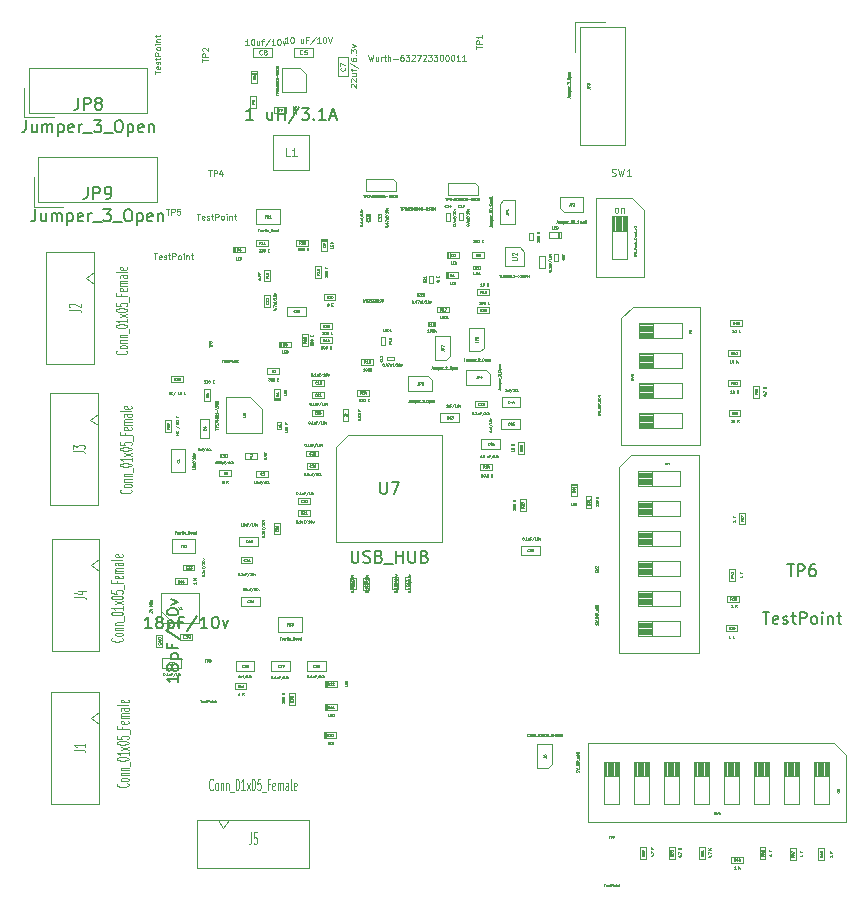
<source format=gbr>
G04 #@! TF.GenerationSoftware,KiCad,Pcbnew,(5.1.0)-1*
G04 #@! TF.CreationDate,2019-05-23T13:16:01+05:30*
G04 #@! TF.ProjectId,typec,74797065-632e-46b6-9963-61645f706362,rev?*
G04 #@! TF.SameCoordinates,Original*
G04 #@! TF.FileFunction,Other,Fab,Top*
%FSLAX46Y46*%
G04 Gerber Fmt 4.6, Leading zero omitted, Abs format (unit mm)*
G04 Created by KiCad (PCBNEW (5.1.0)-1) date 2019-05-23 13:16:01*
%MOMM*%
%LPD*%
G04 APERTURE LIST*
%ADD10C,0.100000*%
%ADD11C,0.125000*%
%ADD12C,0.150000*%
%ADD13C,0.050000*%
%ADD14C,0.060000*%
%ADD15C,0.090000*%
%ADD16C,0.040000*%
%ADD17C,0.105000*%
G04 APERTURE END LIST*
D10*
X118465400Y-52704800D02*
X118465400Y-62204800D01*
X114415400Y-52704800D02*
X114415400Y-62204800D01*
X118465400Y-52704800D02*
X114415400Y-52704800D01*
X118465400Y-62204800D02*
X114415400Y-62204800D01*
X118465400Y-54454800D02*
X117758293Y-54954800D01*
X117758293Y-54954800D02*
X118465400Y-55454800D01*
X132048201Y-88183801D02*
X130448201Y-88183801D01*
X132048201Y-87383801D02*
X132048201Y-88183801D01*
X130448201Y-87383801D02*
X132048201Y-87383801D01*
X130448201Y-88183801D02*
X130448201Y-87383801D01*
X132673220Y-66040380D02*
X132673220Y-68040380D01*
X131673220Y-65040380D02*
X129673220Y-65040380D01*
X131673220Y-65040380D02*
X132673220Y-66040380D01*
X129673220Y-65040380D02*
X129673220Y-68040380D01*
X132673220Y-68040380D02*
X129673220Y-68040380D01*
X164058100Y-57355520D02*
X169758100Y-57355520D01*
X169758100Y-57355520D02*
X169758100Y-69075520D01*
X169758100Y-69075520D02*
X163058100Y-69075520D01*
X163058100Y-69075520D02*
X163058100Y-58355520D01*
X163058100Y-58355520D02*
X164058100Y-57355520D01*
X164598100Y-58770520D02*
X164598100Y-60040520D01*
X164598100Y-60040520D02*
X168218100Y-60040520D01*
X168218100Y-60040520D02*
X168218100Y-58770520D01*
X168218100Y-58770520D02*
X164598100Y-58770520D01*
X164598100Y-58870520D02*
X165804767Y-58870520D01*
X164598100Y-58970520D02*
X165804767Y-58970520D01*
X164598100Y-59070520D02*
X165804767Y-59070520D01*
X164598100Y-59170520D02*
X165804767Y-59170520D01*
X164598100Y-59270520D02*
X165804767Y-59270520D01*
X164598100Y-59370520D02*
X165804767Y-59370520D01*
X164598100Y-59470520D02*
X165804767Y-59470520D01*
X164598100Y-59570520D02*
X165804767Y-59570520D01*
X164598100Y-59670520D02*
X165804767Y-59670520D01*
X164598100Y-59770520D02*
X165804767Y-59770520D01*
X164598100Y-59870520D02*
X165804767Y-59870520D01*
X164598100Y-59970520D02*
X165804767Y-59970520D01*
X165804767Y-58770520D02*
X165804767Y-60040520D01*
X164598100Y-61310520D02*
X164598100Y-62580520D01*
X164598100Y-62580520D02*
X168218100Y-62580520D01*
X168218100Y-62580520D02*
X168218100Y-61310520D01*
X168218100Y-61310520D02*
X164598100Y-61310520D01*
X164598100Y-61410520D02*
X165804767Y-61410520D01*
X164598100Y-61510520D02*
X165804767Y-61510520D01*
X164598100Y-61610520D02*
X165804767Y-61610520D01*
X164598100Y-61710520D02*
X165804767Y-61710520D01*
X164598100Y-61810520D02*
X165804767Y-61810520D01*
X164598100Y-61910520D02*
X165804767Y-61910520D01*
X164598100Y-62010520D02*
X165804767Y-62010520D01*
X164598100Y-62110520D02*
X165804767Y-62110520D01*
X164598100Y-62210520D02*
X165804767Y-62210520D01*
X164598100Y-62310520D02*
X165804767Y-62310520D01*
X164598100Y-62410520D02*
X165804767Y-62410520D01*
X164598100Y-62510520D02*
X165804767Y-62510520D01*
X165804767Y-61310520D02*
X165804767Y-62580520D01*
X164598100Y-63850520D02*
X164598100Y-65120520D01*
X164598100Y-65120520D02*
X168218100Y-65120520D01*
X168218100Y-65120520D02*
X168218100Y-63850520D01*
X168218100Y-63850520D02*
X164598100Y-63850520D01*
X164598100Y-63950520D02*
X165804767Y-63950520D01*
X164598100Y-64050520D02*
X165804767Y-64050520D01*
X164598100Y-64150520D02*
X165804767Y-64150520D01*
X164598100Y-64250520D02*
X165804767Y-64250520D01*
X164598100Y-64350520D02*
X165804767Y-64350520D01*
X164598100Y-64450520D02*
X165804767Y-64450520D01*
X164598100Y-64550520D02*
X165804767Y-64550520D01*
X164598100Y-64650520D02*
X165804767Y-64650520D01*
X164598100Y-64750520D02*
X165804767Y-64750520D01*
X164598100Y-64850520D02*
X165804767Y-64850520D01*
X164598100Y-64950520D02*
X165804767Y-64950520D01*
X164598100Y-65050520D02*
X165804767Y-65050520D01*
X165804767Y-63850520D02*
X165804767Y-65120520D01*
X164598100Y-66390520D02*
X164598100Y-67660520D01*
X164598100Y-67660520D02*
X168218100Y-67660520D01*
X168218100Y-67660520D02*
X168218100Y-66390520D01*
X168218100Y-66390520D02*
X164598100Y-66390520D01*
X164598100Y-66490520D02*
X165804767Y-66490520D01*
X164598100Y-66590520D02*
X165804767Y-66590520D01*
X164598100Y-66690520D02*
X165804767Y-66690520D01*
X164598100Y-66790520D02*
X165804767Y-66790520D01*
X164598100Y-66890520D02*
X165804767Y-66890520D01*
X164598100Y-66990520D02*
X165804767Y-66990520D01*
X164598100Y-67090520D02*
X165804767Y-67090520D01*
X164598100Y-67190520D02*
X165804767Y-67190520D01*
X164598100Y-67290520D02*
X165804767Y-67290520D01*
X164598100Y-67390520D02*
X165804767Y-67390520D01*
X164598100Y-67490520D02*
X165804767Y-67490520D01*
X164598100Y-67590520D02*
X165804767Y-67590520D01*
X165804767Y-66390520D02*
X165804767Y-67660520D01*
X153299260Y-53911400D02*
X153299260Y-52311400D01*
X154899260Y-52711400D02*
X154899260Y-53911400D01*
X153299260Y-52311400D02*
X154499260Y-52311400D01*
X154899260Y-53911400D02*
X153299260Y-53911400D01*
X154499260Y-52311400D02*
X154899260Y-52711400D01*
X135595600Y-52193000D02*
X135595600Y-51693000D01*
X135595600Y-51693000D02*
X136595600Y-51693000D01*
X136595600Y-51693000D02*
X136595600Y-52193000D01*
X136595600Y-52193000D02*
X135595600Y-52193000D01*
X148460140Y-46886240D02*
X148460140Y-47886240D01*
X150710140Y-46886240D02*
X148460140Y-46886240D01*
X150960140Y-47136240D02*
X150710140Y-46886240D01*
X150960140Y-47886240D02*
X150960140Y-47136240D01*
X150960140Y-47886240D02*
X148460140Y-47886240D01*
X132846000Y-56396000D02*
X133346000Y-56396000D01*
X133346000Y-56396000D02*
X133346000Y-57396000D01*
X133346000Y-57396000D02*
X132846000Y-57396000D01*
X132846000Y-57396000D02*
X132846000Y-56396000D01*
X137164000Y-54929800D02*
X137164000Y-53929800D01*
X137664000Y-54929800D02*
X137164000Y-54929800D01*
X137664000Y-53929800D02*
X137664000Y-54929800D01*
X137164000Y-53929800D02*
X137664000Y-53929800D01*
X132846000Y-54237000D02*
X133346000Y-54237000D01*
X133346000Y-54237000D02*
X133346000Y-55237000D01*
X133346000Y-55237000D02*
X132846000Y-55237000D01*
X132846000Y-55237000D02*
X132846000Y-54237000D01*
X137697400Y-51843800D02*
X138197400Y-51843800D01*
X137697400Y-51743800D02*
X138197400Y-51743800D01*
X137697400Y-52643800D02*
X137697400Y-51643800D01*
X138197400Y-52643800D02*
X137697400Y-52643800D01*
X138197400Y-51643800D02*
X138197400Y-52643800D01*
X137697400Y-51643800D02*
X138197400Y-51643800D01*
X150914340Y-56371300D02*
X150914340Y-55871300D01*
X150914340Y-55871300D02*
X151914340Y-55871300D01*
X151914340Y-55871300D02*
X151914340Y-56371300D01*
X151914340Y-56371300D02*
X150914340Y-56371300D01*
X143101200Y-60574200D02*
X142801200Y-60574200D01*
X142801200Y-60574200D02*
X142801200Y-59974200D01*
X142801200Y-59974200D02*
X143101200Y-59974200D01*
X143101200Y-59974200D02*
X143101200Y-60574200D01*
X138599800Y-59279600D02*
X137599800Y-59279600D01*
X138599800Y-58779600D02*
X138599800Y-59279600D01*
X137599800Y-58779600D02*
X138599800Y-58779600D01*
X137599800Y-59279600D02*
X137599800Y-58779600D01*
X137904600Y-56815800D02*
X137904600Y-56315800D01*
X137904600Y-56315800D02*
X138904600Y-56315800D01*
X138904600Y-56315800D02*
X138904600Y-56815800D01*
X138904600Y-56815800D02*
X137904600Y-56815800D01*
X142079600Y-61776800D02*
X142079600Y-62276800D01*
X142079600Y-62276800D02*
X141079600Y-62276800D01*
X141079600Y-62276800D02*
X141079600Y-61776800D01*
X141079600Y-61776800D02*
X142079600Y-61776800D01*
X151894160Y-57420700D02*
X151894160Y-57920700D01*
X151894160Y-57920700D02*
X150894160Y-57920700D01*
X150894160Y-57920700D02*
X150894160Y-57420700D01*
X150894160Y-57420700D02*
X151894160Y-57420700D01*
X133189600Y-52218400D02*
X132189600Y-52218400D01*
X133189600Y-51718400D02*
X133189600Y-52218400D01*
X132189600Y-51718400D02*
X133189600Y-51718400D01*
X132189600Y-52218400D02*
X132189600Y-51718400D01*
X147305000Y-59001800D02*
X146705000Y-59001800D01*
X147305000Y-58701800D02*
X147305000Y-59001800D01*
X146705000Y-58701800D02*
X147305000Y-58701800D01*
X146705000Y-59001800D02*
X146705000Y-58701800D01*
X147165200Y-55367200D02*
X146865200Y-55367200D01*
X146865200Y-55367200D02*
X146865200Y-54767200D01*
X146865200Y-54767200D02*
X147165200Y-54767200D01*
X147165200Y-54767200D02*
X147165200Y-55367200D01*
X132169900Y-50333200D02*
X132169900Y-49133200D01*
X132169900Y-49133200D02*
X134169900Y-49133200D01*
X134169900Y-49133200D02*
X134169900Y-50333200D01*
X134169900Y-50333200D02*
X132169900Y-50333200D01*
X137599800Y-59973400D02*
X138599800Y-59973400D01*
X137599800Y-60473400D02*
X137599800Y-59973400D01*
X138599800Y-60473400D02*
X137599800Y-60473400D01*
X138599800Y-59973400D02*
X138599800Y-60473400D01*
X134109840Y-60818840D02*
X134109840Y-60318840D01*
X134109840Y-60318840D02*
X135109840Y-60318840D01*
X135109840Y-60318840D02*
X135109840Y-60818840D01*
X135109840Y-60818840D02*
X134109840Y-60818840D01*
X134209840Y-60818840D02*
X134209840Y-60318840D01*
X134309840Y-60818840D02*
X134309840Y-60318840D01*
X148533600Y-57857200D02*
X147533600Y-57857200D01*
X148533600Y-57357200D02*
X148533600Y-57857200D01*
X147533600Y-57357200D02*
X148533600Y-57357200D01*
X147533600Y-57857200D02*
X147533600Y-57357200D01*
X136048940Y-59718320D02*
X136548940Y-59718320D01*
X136548940Y-59718320D02*
X136548940Y-60718320D01*
X136548940Y-60718320D02*
X136048940Y-60718320D01*
X136048940Y-60718320D02*
X136048940Y-59718320D01*
X143886200Y-61597400D02*
X143886200Y-61897400D01*
X143886200Y-61897400D02*
X143286200Y-61897400D01*
X143286200Y-61897400D02*
X143286200Y-61597400D01*
X143286200Y-61597400D02*
X143886200Y-61597400D01*
X145788060Y-56499900D02*
X145788060Y-56199900D01*
X145788060Y-56199900D02*
X146388060Y-56199900D01*
X146388060Y-56199900D02*
X146388060Y-56499900D01*
X146388060Y-56499900D02*
X145788060Y-56499900D01*
X130408400Y-52777200D02*
X130408400Y-52277200D01*
X130308400Y-52777200D02*
X130308400Y-52277200D01*
X131208400Y-52777200D02*
X130208400Y-52777200D01*
X131208400Y-52277200D02*
X131208400Y-52777200D01*
X130208400Y-52277200D02*
X131208400Y-52277200D01*
X130208400Y-52777200D02*
X130208400Y-52277200D01*
X136410600Y-57359600D02*
X136410600Y-58159600D01*
X136410600Y-58159600D02*
X134810600Y-58159600D01*
X134810600Y-58159600D02*
X134810600Y-57359600D01*
X134810600Y-57359600D02*
X136410600Y-57359600D01*
X148470200Y-54961600D02*
X148470200Y-54461600D01*
X148370200Y-54961600D02*
X148370200Y-54461600D01*
X149270200Y-54961600D02*
X148270200Y-54961600D01*
X149270200Y-54461600D02*
X149270200Y-54961600D01*
X148270200Y-54461600D02*
X149270200Y-54461600D01*
X148270200Y-54961600D02*
X148270200Y-54461600D01*
X156163200Y-54071000D02*
X156163200Y-53071000D01*
X156663200Y-54071000D02*
X156163200Y-54071000D01*
X156663200Y-53071000D02*
X156663200Y-54071000D01*
X156163200Y-53071000D02*
X156663200Y-53071000D01*
X126177600Y-71408800D02*
X124977600Y-71408800D01*
X124977600Y-71408800D02*
X124977600Y-69408800D01*
X124977600Y-69408800D02*
X126177600Y-69408800D01*
X126177600Y-69408800D02*
X126177600Y-71408800D01*
X144025940Y-47581440D02*
X141525940Y-47581440D01*
X144025940Y-47581440D02*
X144025940Y-46831440D01*
X144025940Y-46831440D02*
X143775940Y-46581440D01*
X143775940Y-46581440D02*
X141525940Y-46581440D01*
X141525940Y-46581440D02*
X141525940Y-47581440D01*
X127435660Y-66878300D02*
X128235660Y-66878300D01*
X128235660Y-66878300D02*
X128235660Y-68478300D01*
X128235660Y-68478300D02*
X127435660Y-68478300D01*
X127435660Y-68478300D02*
X127435660Y-66878300D01*
X134237540Y-65300480D02*
X133737540Y-65300480D01*
X133737540Y-65300480D02*
X133737540Y-64300480D01*
X133737540Y-64300480D02*
X134237540Y-64300480D01*
X134237540Y-64300480D02*
X134237540Y-65300480D01*
X134237540Y-65200480D02*
X133737540Y-65200480D01*
X134237540Y-65100480D02*
X133737540Y-65100480D01*
X128271080Y-64374140D02*
X128271080Y-65374140D01*
X127771080Y-64374140D02*
X128271080Y-64374140D01*
X127771080Y-65374140D02*
X127771080Y-64374140D01*
X128271080Y-65374140D02*
X127771080Y-65374140D01*
X129073160Y-71723060D02*
X129073160Y-71223060D01*
X129073160Y-71223060D02*
X130073160Y-71223060D01*
X130073160Y-71223060D02*
X130073160Y-71723060D01*
X130073160Y-71723060D02*
X129073160Y-71723060D01*
X131242040Y-69732080D02*
X132242040Y-69732080D01*
X131242040Y-70232080D02*
X131242040Y-69732080D01*
X132242040Y-70232080D02*
X131242040Y-70232080D01*
X132242040Y-69732080D02*
X132242040Y-70232080D01*
X133139560Y-63071820D02*
X133139560Y-62571820D01*
X133139560Y-62571820D02*
X134139560Y-62571820D01*
X134139560Y-62571820D02*
X134139560Y-63071820D01*
X134139560Y-63071820D02*
X133139560Y-63071820D01*
X129718120Y-69824460D02*
X129718120Y-70124460D01*
X129718120Y-70124460D02*
X129118120Y-70124460D01*
X129118120Y-70124460D02*
X129118120Y-69824460D01*
X129118120Y-69824460D02*
X129718120Y-69824460D01*
X132212320Y-71766240D02*
X132212320Y-71266240D01*
X132212320Y-71266240D02*
X133212320Y-71266240D01*
X133212320Y-71266240D02*
X133212320Y-71766240D01*
X133212320Y-71766240D02*
X132212320Y-71766240D01*
X157759680Y-51085940D02*
X157759680Y-51585940D01*
X157859680Y-51085940D02*
X157859680Y-51585940D01*
X156959680Y-51085940D02*
X157959680Y-51085940D01*
X156959680Y-51585940D02*
X156959680Y-51085940D01*
X157959680Y-51585940D02*
X156959680Y-51585940D01*
X157959680Y-51085940D02*
X157959680Y-51585940D01*
X148369400Y-53234400D02*
X148369400Y-52734400D01*
X148369400Y-52734400D02*
X149369400Y-52734400D01*
X149369400Y-52734400D02*
X149369400Y-53234400D01*
X149369400Y-53234400D02*
X148369400Y-53234400D01*
X148469400Y-53234400D02*
X148469400Y-52734400D01*
X148569400Y-53234400D02*
X148569400Y-52734400D01*
X151452200Y-52734400D02*
X151452200Y-53234400D01*
X151452200Y-53234400D02*
X150452200Y-53234400D01*
X150452200Y-53234400D02*
X150452200Y-52734400D01*
X150452200Y-52734400D02*
X151452200Y-52734400D01*
X163621720Y-50920567D02*
X162351720Y-50920567D01*
X162421720Y-49713900D02*
X162421720Y-50920567D01*
X162521720Y-49713900D02*
X162521720Y-50920567D01*
X162621720Y-49713900D02*
X162621720Y-50920567D01*
X162721720Y-49713900D02*
X162721720Y-50920567D01*
X162821720Y-49713900D02*
X162821720Y-50920567D01*
X162921720Y-49713900D02*
X162921720Y-50920567D01*
X163021720Y-49713900D02*
X163021720Y-50920567D01*
X163121720Y-49713900D02*
X163121720Y-50920567D01*
X163221720Y-49713900D02*
X163221720Y-50920567D01*
X163321720Y-49713900D02*
X163321720Y-50920567D01*
X163421720Y-49713900D02*
X163421720Y-50920567D01*
X163521720Y-49713900D02*
X163521720Y-50920567D01*
X163621720Y-53333900D02*
X163621720Y-49713900D01*
X162351720Y-53333900D02*
X163621720Y-53333900D01*
X162351720Y-49713900D02*
X162351720Y-53333900D01*
X163621720Y-49713900D02*
X162351720Y-49713900D01*
X164036720Y-48173900D02*
X165036720Y-49173900D01*
X160936720Y-48173900D02*
X164036720Y-48173900D01*
X160936720Y-54873900D02*
X160936720Y-48173900D01*
X165036720Y-54873900D02*
X160936720Y-54873900D01*
X165036720Y-49173900D02*
X165036720Y-54873900D01*
X151135360Y-53896120D02*
X151135360Y-54196120D01*
X151135360Y-54196120D02*
X150535360Y-54196120D01*
X150535360Y-54196120D02*
X150535360Y-53896120D01*
X150535360Y-53896120D02*
X151135360Y-53896120D01*
X155625940Y-51129920D02*
X155625940Y-51729920D01*
X155325940Y-51129920D02*
X155625940Y-51129920D01*
X155325940Y-51729920D02*
X155325940Y-51129920D01*
X155625940Y-51729920D02*
X155325940Y-51729920D01*
X157439220Y-53477480D02*
X157439220Y-52877480D01*
X157739220Y-53477480D02*
X157439220Y-53477480D01*
X157739220Y-52877480D02*
X157739220Y-53477480D01*
X157439220Y-52877480D02*
X157739220Y-52877480D01*
X136979460Y-35431780D02*
X136979460Y-36231780D01*
X136979460Y-36231780D02*
X135379460Y-36231780D01*
X135379460Y-36231780D02*
X135379460Y-35431780D01*
X135379460Y-35431780D02*
X136979460Y-35431780D01*
X139137440Y-37861140D02*
X139137440Y-36261140D01*
X139937440Y-37861140D02*
X139137440Y-37861140D01*
X139937440Y-36261140D02*
X139937440Y-37861140D01*
X139137440Y-36261140D02*
X139937440Y-36261140D01*
X131955740Y-36244480D02*
X131955740Y-35444480D01*
X131955740Y-35444480D02*
X133555740Y-35444480D01*
X133555740Y-35444480D02*
X133555740Y-36244480D01*
X133555740Y-36244480D02*
X131955740Y-36244480D01*
X131753800Y-37450000D02*
X132253800Y-37450000D01*
X132253800Y-37450000D02*
X132253800Y-38450000D01*
X132253800Y-38450000D02*
X131753800Y-38450000D01*
X131753800Y-38450000D02*
X131753800Y-37450000D01*
X131753800Y-37550000D02*
X132253800Y-37550000D01*
X131753800Y-37650000D02*
X132253800Y-37650000D01*
X134688200Y-40491600D02*
X134688200Y-40991600D01*
X134688200Y-40991600D02*
X133688200Y-40991600D01*
X133688200Y-40991600D02*
X133688200Y-40491600D01*
X133688200Y-40491600D02*
X134688200Y-40491600D01*
X132203000Y-39530400D02*
X132203000Y-40530400D01*
X131703000Y-39530400D02*
X132203000Y-39530400D01*
X131703000Y-40530400D02*
X131703000Y-39530400D01*
X132203000Y-40530400D02*
X131703000Y-40530400D01*
X125004640Y-66962540D02*
X125004640Y-67962540D01*
X124504640Y-66962540D02*
X125004640Y-66962540D01*
X124504640Y-67962540D02*
X124504640Y-66962540D01*
X125004640Y-67962540D02*
X124504640Y-67962540D01*
X124976000Y-63755080D02*
X124976000Y-63255080D01*
X124976000Y-63255080D02*
X125976000Y-63255080D01*
X125976000Y-63255080D02*
X125976000Y-63755080D01*
X125976000Y-63755080D02*
X124976000Y-63755080D01*
X148262200Y-50073800D02*
X148262200Y-49473800D01*
X148562200Y-50073800D02*
X148262200Y-50073800D01*
X148562200Y-49473800D02*
X148562200Y-50073800D01*
X148262200Y-49473800D02*
X148562200Y-49473800D01*
X142783700Y-49511940D02*
X142783700Y-50111940D01*
X142483700Y-49511940D02*
X142783700Y-49511940D01*
X142483700Y-50111940D02*
X142483700Y-49511940D01*
X142783700Y-50111940D02*
X142483700Y-50111940D01*
X141805800Y-50119120D02*
X141505800Y-50119120D01*
X141505800Y-50119120D02*
X141505800Y-49519120D01*
X141505800Y-49519120D02*
X141805800Y-49519120D01*
X141805800Y-49519120D02*
X141805800Y-50119120D01*
X149679800Y-49458600D02*
X149679800Y-50058600D01*
X149379800Y-49458600D02*
X149679800Y-49458600D01*
X149379800Y-50058600D02*
X149379800Y-49458600D01*
X149679800Y-50058600D02*
X149379800Y-50058600D01*
X136939400Y-64054800D02*
X136939400Y-63554800D01*
X136939400Y-63554800D02*
X137939400Y-63554800D01*
X137939400Y-63554800D02*
X137939400Y-64054800D01*
X137939400Y-64054800D02*
X136939400Y-64054800D01*
X136914000Y-65070800D02*
X136914000Y-64570800D01*
X136914000Y-64570800D02*
X137914000Y-64570800D01*
X137914000Y-64570800D02*
X137914000Y-65070800D01*
X137914000Y-65070800D02*
X136914000Y-65070800D01*
X151693360Y-65350580D02*
X151693360Y-65850580D01*
X151693360Y-65850580D02*
X150693360Y-65850580D01*
X150693360Y-65850580D02*
X150693360Y-65350580D01*
X150693360Y-65350580D02*
X151693360Y-65350580D01*
X126966600Y-79701200D02*
X125966600Y-79701200D01*
X126966600Y-79201200D02*
X126966600Y-79701200D01*
X125966600Y-79201200D02*
X126966600Y-79201200D01*
X125966600Y-79701200D02*
X125966600Y-79201200D01*
X136888600Y-66594800D02*
X136888600Y-66094800D01*
X136888600Y-66094800D02*
X137888600Y-66094800D01*
X137888600Y-66094800D02*
X137888600Y-66594800D01*
X137888600Y-66594800D02*
X136888600Y-66594800D01*
X138061700Y-87382400D02*
X138061700Y-88182400D01*
X138061700Y-88182400D02*
X136461700Y-88182400D01*
X136461700Y-88182400D02*
X136461700Y-87382400D01*
X136461700Y-87382400D02*
X138061700Y-87382400D01*
X135064500Y-88182400D02*
X133464500Y-88182400D01*
X135064500Y-87382400D02*
X135064500Y-88182400D01*
X133464500Y-87382400D02*
X135064500Y-87382400D01*
X133464500Y-88182400D02*
X133464500Y-87382400D01*
X136449180Y-70049200D02*
X136449180Y-69549200D01*
X136449180Y-69549200D02*
X137449180Y-69549200D01*
X137449180Y-69549200D02*
X137449180Y-70049200D01*
X137449180Y-70049200D02*
X136449180Y-70049200D01*
X137456800Y-70590600D02*
X137456800Y-71090600D01*
X137456800Y-71090600D02*
X136456800Y-71090600D01*
X136456800Y-71090600D02*
X136456800Y-70590600D01*
X136456800Y-70590600D02*
X137456800Y-70590600D01*
X136717800Y-74087800D02*
X135717800Y-74087800D01*
X136717800Y-73587800D02*
X136717800Y-74087800D01*
X135717800Y-73587800D02*
X136717800Y-73587800D01*
X135717800Y-74087800D02*
X135717800Y-73587800D01*
X135720200Y-74553000D02*
X136720200Y-74553000D01*
X135720200Y-75053000D02*
X135720200Y-74553000D01*
X136720200Y-75053000D02*
X135720200Y-75053000D01*
X136720200Y-74553000D02*
X136720200Y-75053000D01*
X124218800Y-87928400D02*
X124218800Y-87128400D01*
X124218800Y-87128400D02*
X125818800Y-87128400D01*
X125818800Y-87128400D02*
X125818800Y-87928400D01*
X125818800Y-87928400D02*
X124218800Y-87928400D01*
X156200000Y-77600000D02*
X156200000Y-78400000D01*
X156200000Y-78400000D02*
X154600000Y-78400000D01*
X154600000Y-78400000D02*
X154600000Y-77600000D01*
X154600000Y-77600000D02*
X156200000Y-77600000D01*
X132499000Y-81921400D02*
X132499000Y-82721400D01*
X132499000Y-82721400D02*
X130899000Y-82721400D01*
X130899000Y-82721400D02*
X130899000Y-81921400D01*
X130899000Y-81921400D02*
X132499000Y-81921400D01*
X140630720Y-80302340D02*
X140630720Y-81302340D01*
X140130720Y-80302340D02*
X140630720Y-80302340D01*
X140130720Y-81302340D02*
X140130720Y-80302340D01*
X140630720Y-81302340D02*
X140130720Y-81302340D01*
X141217840Y-80315180D02*
X141717840Y-80315180D01*
X141717840Y-80315180D02*
X141717840Y-81315180D01*
X141717840Y-81315180D02*
X141217840Y-81315180D01*
X141217840Y-81315180D02*
X141217840Y-80315180D01*
X144217200Y-80272000D02*
X144217200Y-81272000D01*
X143717200Y-80272000D02*
X144217200Y-80272000D01*
X143717200Y-81272000D02*
X143717200Y-80272000D01*
X144217200Y-81272000D02*
X143717200Y-81272000D01*
X144750980Y-80272140D02*
X145250980Y-80272140D01*
X145250980Y-80272140D02*
X145250980Y-81272140D01*
X145250980Y-81272140D02*
X144750980Y-81272140D01*
X144750980Y-81272140D02*
X144750980Y-80272140D01*
X149379840Y-67158820D02*
X147779840Y-67158820D01*
X149379840Y-66358820D02*
X149379840Y-67158820D01*
X147779840Y-66358820D02*
X149379840Y-66358820D01*
X147779840Y-67158820D02*
X147779840Y-66358820D01*
X152966520Y-65848180D02*
X152966520Y-65048180D01*
X152966520Y-65048180D02*
X154566520Y-65048180D01*
X154566520Y-65048180D02*
X154566520Y-65848180D01*
X154566520Y-65848180D02*
X152966520Y-65848180D01*
X154546300Y-67684600D02*
X152946300Y-67684600D01*
X154546300Y-66884600D02*
X154546300Y-67684600D01*
X152946300Y-66884600D02*
X154546300Y-66884600D01*
X152946300Y-67684600D02*
X152946300Y-66884600D01*
X151244400Y-68586400D02*
X152844400Y-68586400D01*
X151244400Y-69386400D02*
X151244400Y-68586400D01*
X152844400Y-69386400D02*
X151244400Y-69386400D01*
X152844400Y-68586400D02*
X152844400Y-69386400D01*
X158830200Y-72598000D02*
X159330200Y-72598000D01*
X158830200Y-72498000D02*
X159330200Y-72498000D01*
X158830200Y-73398000D02*
X158830200Y-72398000D01*
X159330200Y-73398000D02*
X158830200Y-73398000D01*
X159330200Y-72398000D02*
X159330200Y-73398000D01*
X158830200Y-72398000D02*
X159330200Y-72398000D01*
X138007801Y-91536801D02*
X138007801Y-91036801D01*
X138007801Y-91036801D02*
X139007801Y-91036801D01*
X139007801Y-91036801D02*
X139007801Y-91536801D01*
X139007801Y-91536801D02*
X138007801Y-91536801D01*
X138107801Y-91536801D02*
X138107801Y-91036801D01*
X138207801Y-91536801D02*
X138207801Y-91036801D01*
X138207801Y-89546801D02*
X138207801Y-89046801D01*
X138107801Y-89546801D02*
X138107801Y-89046801D01*
X139007801Y-89546801D02*
X138007801Y-89546801D01*
X139007801Y-89046801D02*
X139007801Y-89546801D01*
X138007801Y-89046801D02*
X139007801Y-89046801D01*
X138007801Y-89546801D02*
X138007801Y-89046801D01*
X125032500Y-78222400D02*
X125032500Y-77022400D01*
X125032500Y-77022400D02*
X127032500Y-77022400D01*
X127032500Y-77022400D02*
X127032500Y-78222400D01*
X127032500Y-78222400D02*
X125032500Y-78222400D01*
X136054100Y-84877200D02*
X134054100Y-84877200D01*
X136054100Y-83677200D02*
X136054100Y-84877200D01*
X134054100Y-83677200D02*
X136054100Y-83677200D01*
X134054100Y-84877200D02*
X134054100Y-83677200D01*
X160574800Y-73414000D02*
X160574800Y-74414000D01*
X160074800Y-73414000D02*
X160574800Y-73414000D01*
X160074800Y-74414000D02*
X160074800Y-73414000D01*
X160574800Y-74414000D02*
X160074800Y-74414000D01*
X140749400Y-64893000D02*
X140749400Y-64393000D01*
X140749400Y-64393000D02*
X141749400Y-64393000D01*
X141749400Y-64393000D02*
X141749400Y-64893000D01*
X141749400Y-64893000D02*
X140749400Y-64893000D01*
X154499600Y-73683800D02*
X154999600Y-73683800D01*
X154999600Y-73683800D02*
X154999600Y-74683800D01*
X154999600Y-74683800D02*
X154499600Y-74683800D01*
X154499600Y-74683800D02*
X154499600Y-73683800D01*
X134950000Y-91100000D02*
X134950000Y-90100000D01*
X135450000Y-91100000D02*
X134950000Y-91100000D01*
X135450000Y-90100000D02*
X135450000Y-91100000D01*
X134950000Y-90100000D02*
X135450000Y-90100000D01*
X173079600Y-74811000D02*
X173579600Y-74811000D01*
X173579600Y-74811000D02*
X173579600Y-75811000D01*
X173579600Y-75811000D02*
X173079600Y-75811000D01*
X173079600Y-75811000D02*
X173079600Y-74811000D01*
X173093000Y-81842800D02*
X173093000Y-82342800D01*
X173093000Y-82342800D02*
X172093000Y-82342800D01*
X172093000Y-82342800D02*
X172093000Y-81842800D01*
X172093000Y-81842800D02*
X173093000Y-81842800D01*
X171940600Y-84357400D02*
X172940600Y-84357400D01*
X171940600Y-84857400D02*
X171940600Y-84357400D01*
X172940600Y-84857400D02*
X171940600Y-84857400D01*
X172940600Y-84357400D02*
X172940600Y-84857400D01*
X140000800Y-67022600D02*
X139500800Y-67022600D01*
X139500800Y-67022600D02*
X139500800Y-66022600D01*
X139500800Y-66022600D02*
X140000800Y-66022600D01*
X140000800Y-66022600D02*
X140000800Y-67022600D01*
X130360800Y-89759600D02*
X130360800Y-89259600D01*
X130360800Y-89259600D02*
X131360800Y-89259600D01*
X131360800Y-89259600D02*
X131360800Y-89759600D01*
X131360800Y-89759600D02*
X130360800Y-89759600D01*
X172741400Y-79560800D02*
X172741400Y-80560800D01*
X172241400Y-79560800D02*
X172741400Y-79560800D01*
X172241400Y-80560800D02*
X172241400Y-79560800D01*
X172741400Y-80560800D02*
X172241400Y-80560800D01*
X125303800Y-80344200D02*
X126303800Y-80344200D01*
X125303800Y-80844200D02*
X125303800Y-80344200D01*
X126303800Y-80844200D02*
X125303800Y-80844200D01*
X126303800Y-80344200D02*
X126303800Y-80844200D01*
X179785200Y-103208200D02*
X180285200Y-103208200D01*
X180285200Y-103208200D02*
X180285200Y-104208200D01*
X180285200Y-104208200D02*
X179785200Y-104208200D01*
X179785200Y-104208200D02*
X179785200Y-103208200D01*
X174806800Y-103109000D02*
X175306800Y-103109000D01*
X175306800Y-103109000D02*
X175306800Y-104109000D01*
X175306800Y-104109000D02*
X174806800Y-104109000D01*
X174806800Y-104109000D02*
X174806800Y-103109000D01*
X177854420Y-103180260D02*
X177854420Y-104180260D01*
X177354420Y-103180260D02*
X177854420Y-103180260D01*
X177354420Y-104180260D02*
X177354420Y-103180260D01*
X177854420Y-104180260D02*
X177354420Y-104180260D01*
X173291260Y-58995120D02*
X172291260Y-58995120D01*
X173291260Y-58495120D02*
X173291260Y-58995120D01*
X172291260Y-58495120D02*
X173291260Y-58495120D01*
X172291260Y-58995120D02*
X172291260Y-58495120D01*
X172397800Y-104440800D02*
X172397800Y-103940800D01*
X172397800Y-103940800D02*
X173397800Y-103940800D01*
X173397800Y-103940800D02*
X173397800Y-104440800D01*
X173397800Y-104440800D02*
X172397800Y-104440800D01*
X172132361Y-61550181D02*
X172132361Y-61050181D01*
X172132361Y-61050181D02*
X173132361Y-61050181D01*
X173132361Y-61050181D02*
X173132361Y-61550181D01*
X173132361Y-61550181D02*
X172132361Y-61550181D01*
X169676000Y-104134400D02*
X169676000Y-103134400D01*
X170176000Y-104134400D02*
X169676000Y-104134400D01*
X170176000Y-103134400D02*
X170176000Y-104134400D01*
X169676000Y-103134400D02*
X170176000Y-103134400D01*
X173153960Y-64097980D02*
X172153960Y-64097980D01*
X173153960Y-63597980D02*
X173153960Y-64097980D01*
X172153960Y-63597980D02*
X173153960Y-63597980D01*
X172153960Y-64097980D02*
X172153960Y-63597980D01*
X167110600Y-104132000D02*
X167110600Y-103132000D01*
X167610600Y-104132000D02*
X167110600Y-104132000D01*
X167610600Y-103132000D02*
X167610600Y-104132000D01*
X167110600Y-103132000D02*
X167610600Y-103132000D01*
X151163400Y-71166800D02*
X151163400Y-70666800D01*
X151163400Y-70666800D02*
X152163400Y-70666800D01*
X152163400Y-70666800D02*
X152163400Y-71166800D01*
X152163400Y-71166800D02*
X151163400Y-71166800D01*
X172181760Y-66612580D02*
X172181760Y-66112580D01*
X172181760Y-66112580D02*
X173181760Y-66112580D01*
X173181760Y-66112580D02*
X173181760Y-66612580D01*
X173181760Y-66612580D02*
X172181760Y-66612580D01*
X154385200Y-69842000D02*
X154385200Y-68842000D01*
X154885200Y-69842000D02*
X154385200Y-69842000D01*
X154885200Y-68842000D02*
X154885200Y-69842000D01*
X154385200Y-68842000D02*
X154885200Y-68842000D01*
X164723000Y-104132000D02*
X164723000Y-103132000D01*
X165223000Y-104132000D02*
X164723000Y-104132000D01*
X165223000Y-103132000D02*
X165223000Y-104132000D01*
X164723000Y-103132000D02*
X165223000Y-103132000D01*
X174783560Y-65059180D02*
X174283560Y-65059180D01*
X174283560Y-65059180D02*
X174283560Y-64059180D01*
X174283560Y-64059180D02*
X174783560Y-64059180D01*
X174783560Y-64059180D02*
X174783560Y-65059180D01*
X163943800Y-69908200D02*
X169643800Y-69908200D01*
X169643800Y-69908200D02*
X169643800Y-86708200D01*
X169643800Y-86708200D02*
X162943800Y-86708200D01*
X162943800Y-86708200D02*
X162943800Y-70908200D01*
X162943800Y-70908200D02*
X163943800Y-69908200D01*
X164483800Y-71323200D02*
X164483800Y-72593200D01*
X164483800Y-72593200D02*
X168103800Y-72593200D01*
X168103800Y-72593200D02*
X168103800Y-71323200D01*
X168103800Y-71323200D02*
X164483800Y-71323200D01*
X164483800Y-71423200D02*
X165690467Y-71423200D01*
X164483800Y-71523200D02*
X165690467Y-71523200D01*
X164483800Y-71623200D02*
X165690467Y-71623200D01*
X164483800Y-71723200D02*
X165690467Y-71723200D01*
X164483800Y-71823200D02*
X165690467Y-71823200D01*
X164483800Y-71923200D02*
X165690467Y-71923200D01*
X164483800Y-72023200D02*
X165690467Y-72023200D01*
X164483800Y-72123200D02*
X165690467Y-72123200D01*
X164483800Y-72223200D02*
X165690467Y-72223200D01*
X164483800Y-72323200D02*
X165690467Y-72323200D01*
X164483800Y-72423200D02*
X165690467Y-72423200D01*
X164483800Y-72523200D02*
X165690467Y-72523200D01*
X165690467Y-71323200D02*
X165690467Y-72593200D01*
X164483800Y-73863200D02*
X164483800Y-75133200D01*
X164483800Y-75133200D02*
X168103800Y-75133200D01*
X168103800Y-75133200D02*
X168103800Y-73863200D01*
X168103800Y-73863200D02*
X164483800Y-73863200D01*
X164483800Y-73963200D02*
X165690467Y-73963200D01*
X164483800Y-74063200D02*
X165690467Y-74063200D01*
X164483800Y-74163200D02*
X165690467Y-74163200D01*
X164483800Y-74263200D02*
X165690467Y-74263200D01*
X164483800Y-74363200D02*
X165690467Y-74363200D01*
X164483800Y-74463200D02*
X165690467Y-74463200D01*
X164483800Y-74563200D02*
X165690467Y-74563200D01*
X164483800Y-74663200D02*
X165690467Y-74663200D01*
X164483800Y-74763200D02*
X165690467Y-74763200D01*
X164483800Y-74863200D02*
X165690467Y-74863200D01*
X164483800Y-74963200D02*
X165690467Y-74963200D01*
X164483800Y-75063200D02*
X165690467Y-75063200D01*
X165690467Y-73863200D02*
X165690467Y-75133200D01*
X164483800Y-76403200D02*
X164483800Y-77673200D01*
X164483800Y-77673200D02*
X168103800Y-77673200D01*
X168103800Y-77673200D02*
X168103800Y-76403200D01*
X168103800Y-76403200D02*
X164483800Y-76403200D01*
X164483800Y-76503200D02*
X165690467Y-76503200D01*
X164483800Y-76603200D02*
X165690467Y-76603200D01*
X164483800Y-76703200D02*
X165690467Y-76703200D01*
X164483800Y-76803200D02*
X165690467Y-76803200D01*
X164483800Y-76903200D02*
X165690467Y-76903200D01*
X164483800Y-77003200D02*
X165690467Y-77003200D01*
X164483800Y-77103200D02*
X165690467Y-77103200D01*
X164483800Y-77203200D02*
X165690467Y-77203200D01*
X164483800Y-77303200D02*
X165690467Y-77303200D01*
X164483800Y-77403200D02*
X165690467Y-77403200D01*
X164483800Y-77503200D02*
X165690467Y-77503200D01*
X164483800Y-77603200D02*
X165690467Y-77603200D01*
X165690467Y-76403200D02*
X165690467Y-77673200D01*
X164483800Y-78943200D02*
X164483800Y-80213200D01*
X164483800Y-80213200D02*
X168103800Y-80213200D01*
X168103800Y-80213200D02*
X168103800Y-78943200D01*
X168103800Y-78943200D02*
X164483800Y-78943200D01*
X164483800Y-79043200D02*
X165690467Y-79043200D01*
X164483800Y-79143200D02*
X165690467Y-79143200D01*
X164483800Y-79243200D02*
X165690467Y-79243200D01*
X164483800Y-79343200D02*
X165690467Y-79343200D01*
X164483800Y-79443200D02*
X165690467Y-79443200D01*
X164483800Y-79543200D02*
X165690467Y-79543200D01*
X164483800Y-79643200D02*
X165690467Y-79643200D01*
X164483800Y-79743200D02*
X165690467Y-79743200D01*
X164483800Y-79843200D02*
X165690467Y-79843200D01*
X164483800Y-79943200D02*
X165690467Y-79943200D01*
X164483800Y-80043200D02*
X165690467Y-80043200D01*
X164483800Y-80143200D02*
X165690467Y-80143200D01*
X165690467Y-78943200D02*
X165690467Y-80213200D01*
X164483800Y-81483200D02*
X164483800Y-82753200D01*
X164483800Y-82753200D02*
X168103800Y-82753200D01*
X168103800Y-82753200D02*
X168103800Y-81483200D01*
X168103800Y-81483200D02*
X164483800Y-81483200D01*
X164483800Y-81583200D02*
X165690467Y-81583200D01*
X164483800Y-81683200D02*
X165690467Y-81683200D01*
X164483800Y-81783200D02*
X165690467Y-81783200D01*
X164483800Y-81883200D02*
X165690467Y-81883200D01*
X164483800Y-81983200D02*
X165690467Y-81983200D01*
X164483800Y-82083200D02*
X165690467Y-82083200D01*
X164483800Y-82183200D02*
X165690467Y-82183200D01*
X164483800Y-82283200D02*
X165690467Y-82283200D01*
X164483800Y-82383200D02*
X165690467Y-82383200D01*
X164483800Y-82483200D02*
X165690467Y-82483200D01*
X164483800Y-82583200D02*
X165690467Y-82583200D01*
X164483800Y-82683200D02*
X165690467Y-82683200D01*
X165690467Y-81483200D02*
X165690467Y-82753200D01*
X164483800Y-84023200D02*
X164483800Y-85293200D01*
X164483800Y-85293200D02*
X168103800Y-85293200D01*
X168103800Y-85293200D02*
X168103800Y-84023200D01*
X168103800Y-84023200D02*
X164483800Y-84023200D01*
X164483800Y-84123200D02*
X165690467Y-84123200D01*
X164483800Y-84223200D02*
X165690467Y-84223200D01*
X164483800Y-84323200D02*
X165690467Y-84323200D01*
X164483800Y-84423200D02*
X165690467Y-84423200D01*
X164483800Y-84523200D02*
X165690467Y-84523200D01*
X164483800Y-84623200D02*
X165690467Y-84623200D01*
X164483800Y-84723200D02*
X165690467Y-84723200D01*
X164483800Y-84823200D02*
X165690467Y-84823200D01*
X164483800Y-84923200D02*
X165690467Y-84923200D01*
X164483800Y-85023200D02*
X165690467Y-85023200D01*
X164483800Y-85123200D02*
X165690467Y-85123200D01*
X164483800Y-85223200D02*
X165690467Y-85223200D01*
X165690467Y-84023200D02*
X165690467Y-85293200D01*
X182136000Y-95338400D02*
X182136000Y-101038400D01*
X182136000Y-101038400D02*
X160256000Y-101038400D01*
X160256000Y-101038400D02*
X160256000Y-94338400D01*
X160256000Y-94338400D02*
X181136000Y-94338400D01*
X181136000Y-94338400D02*
X182136000Y-95338400D01*
X180721000Y-95878400D02*
X179451000Y-95878400D01*
X179451000Y-95878400D02*
X179451000Y-99498400D01*
X179451000Y-99498400D02*
X180721000Y-99498400D01*
X180721000Y-99498400D02*
X180721000Y-95878400D01*
X180621000Y-95878400D02*
X180621000Y-97085067D01*
X180521000Y-95878400D02*
X180521000Y-97085067D01*
X180421000Y-95878400D02*
X180421000Y-97085067D01*
X180321000Y-95878400D02*
X180321000Y-97085067D01*
X180221000Y-95878400D02*
X180221000Y-97085067D01*
X180121000Y-95878400D02*
X180121000Y-97085067D01*
X180021000Y-95878400D02*
X180021000Y-97085067D01*
X179921000Y-95878400D02*
X179921000Y-97085067D01*
X179821000Y-95878400D02*
X179821000Y-97085067D01*
X179721000Y-95878400D02*
X179721000Y-97085067D01*
X179621000Y-95878400D02*
X179621000Y-97085067D01*
X179521000Y-95878400D02*
X179521000Y-97085067D01*
X180721000Y-97085067D02*
X179451000Y-97085067D01*
X178181000Y-95878400D02*
X176911000Y-95878400D01*
X176911000Y-95878400D02*
X176911000Y-99498400D01*
X176911000Y-99498400D02*
X178181000Y-99498400D01*
X178181000Y-99498400D02*
X178181000Y-95878400D01*
X178081000Y-95878400D02*
X178081000Y-97085067D01*
X177981000Y-95878400D02*
X177981000Y-97085067D01*
X177881000Y-95878400D02*
X177881000Y-97085067D01*
X177781000Y-95878400D02*
X177781000Y-97085067D01*
X177681000Y-95878400D02*
X177681000Y-97085067D01*
X177581000Y-95878400D02*
X177581000Y-97085067D01*
X177481000Y-95878400D02*
X177481000Y-97085067D01*
X177381000Y-95878400D02*
X177381000Y-97085067D01*
X177281000Y-95878400D02*
X177281000Y-97085067D01*
X177181000Y-95878400D02*
X177181000Y-97085067D01*
X177081000Y-95878400D02*
X177081000Y-97085067D01*
X176981000Y-95878400D02*
X176981000Y-97085067D01*
X178181000Y-97085067D02*
X176911000Y-97085067D01*
X175641000Y-95878400D02*
X174371000Y-95878400D01*
X174371000Y-95878400D02*
X174371000Y-99498400D01*
X174371000Y-99498400D02*
X175641000Y-99498400D01*
X175641000Y-99498400D02*
X175641000Y-95878400D01*
X175541000Y-95878400D02*
X175541000Y-97085067D01*
X175441000Y-95878400D02*
X175441000Y-97085067D01*
X175341000Y-95878400D02*
X175341000Y-97085067D01*
X175241000Y-95878400D02*
X175241000Y-97085067D01*
X175141000Y-95878400D02*
X175141000Y-97085067D01*
X175041000Y-95878400D02*
X175041000Y-97085067D01*
X174941000Y-95878400D02*
X174941000Y-97085067D01*
X174841000Y-95878400D02*
X174841000Y-97085067D01*
X174741000Y-95878400D02*
X174741000Y-97085067D01*
X174641000Y-95878400D02*
X174641000Y-97085067D01*
X174541000Y-95878400D02*
X174541000Y-97085067D01*
X174441000Y-95878400D02*
X174441000Y-97085067D01*
X175641000Y-97085067D02*
X174371000Y-97085067D01*
X173101000Y-95878400D02*
X171831000Y-95878400D01*
X171831000Y-95878400D02*
X171831000Y-99498400D01*
X171831000Y-99498400D02*
X173101000Y-99498400D01*
X173101000Y-99498400D02*
X173101000Y-95878400D01*
X173001000Y-95878400D02*
X173001000Y-97085067D01*
X172901000Y-95878400D02*
X172901000Y-97085067D01*
X172801000Y-95878400D02*
X172801000Y-97085067D01*
X172701000Y-95878400D02*
X172701000Y-97085067D01*
X172601000Y-95878400D02*
X172601000Y-97085067D01*
X172501000Y-95878400D02*
X172501000Y-97085067D01*
X172401000Y-95878400D02*
X172401000Y-97085067D01*
X172301000Y-95878400D02*
X172301000Y-97085067D01*
X172201000Y-95878400D02*
X172201000Y-97085067D01*
X172101000Y-95878400D02*
X172101000Y-97085067D01*
X172001000Y-95878400D02*
X172001000Y-97085067D01*
X171901000Y-95878400D02*
X171901000Y-97085067D01*
X173101000Y-97085067D02*
X171831000Y-97085067D01*
X170561000Y-95878400D02*
X169291000Y-95878400D01*
X169291000Y-95878400D02*
X169291000Y-99498400D01*
X169291000Y-99498400D02*
X170561000Y-99498400D01*
X170561000Y-99498400D02*
X170561000Y-95878400D01*
X170461000Y-95878400D02*
X170461000Y-97085067D01*
X170361000Y-95878400D02*
X170361000Y-97085067D01*
X170261000Y-95878400D02*
X170261000Y-97085067D01*
X170161000Y-95878400D02*
X170161000Y-97085067D01*
X170061000Y-95878400D02*
X170061000Y-97085067D01*
X169961000Y-95878400D02*
X169961000Y-97085067D01*
X169861000Y-95878400D02*
X169861000Y-97085067D01*
X169761000Y-95878400D02*
X169761000Y-97085067D01*
X169661000Y-95878400D02*
X169661000Y-97085067D01*
X169561000Y-95878400D02*
X169561000Y-97085067D01*
X169461000Y-95878400D02*
X169461000Y-97085067D01*
X169361000Y-95878400D02*
X169361000Y-97085067D01*
X170561000Y-97085067D02*
X169291000Y-97085067D01*
X168021000Y-95878400D02*
X166751000Y-95878400D01*
X166751000Y-95878400D02*
X166751000Y-99498400D01*
X166751000Y-99498400D02*
X168021000Y-99498400D01*
X168021000Y-99498400D02*
X168021000Y-95878400D01*
X167921000Y-95878400D02*
X167921000Y-97085067D01*
X167821000Y-95878400D02*
X167821000Y-97085067D01*
X167721000Y-95878400D02*
X167721000Y-97085067D01*
X167621000Y-95878400D02*
X167621000Y-97085067D01*
X167521000Y-95878400D02*
X167521000Y-97085067D01*
X167421000Y-95878400D02*
X167421000Y-97085067D01*
X167321000Y-95878400D02*
X167321000Y-97085067D01*
X167221000Y-95878400D02*
X167221000Y-97085067D01*
X167121000Y-95878400D02*
X167121000Y-97085067D01*
X167021000Y-95878400D02*
X167021000Y-97085067D01*
X166921000Y-95878400D02*
X166921000Y-97085067D01*
X166821000Y-95878400D02*
X166821000Y-97085067D01*
X168021000Y-97085067D02*
X166751000Y-97085067D01*
X165481000Y-95878400D02*
X164211000Y-95878400D01*
X164211000Y-95878400D02*
X164211000Y-99498400D01*
X164211000Y-99498400D02*
X165481000Y-99498400D01*
X165481000Y-99498400D02*
X165481000Y-95878400D01*
X165381000Y-95878400D02*
X165381000Y-97085067D01*
X165281000Y-95878400D02*
X165281000Y-97085067D01*
X165181000Y-95878400D02*
X165181000Y-97085067D01*
X165081000Y-95878400D02*
X165081000Y-97085067D01*
X164981000Y-95878400D02*
X164981000Y-97085067D01*
X164881000Y-95878400D02*
X164881000Y-97085067D01*
X164781000Y-95878400D02*
X164781000Y-97085067D01*
X164681000Y-95878400D02*
X164681000Y-97085067D01*
X164581000Y-95878400D02*
X164581000Y-97085067D01*
X164481000Y-95878400D02*
X164481000Y-97085067D01*
X164381000Y-95878400D02*
X164381000Y-97085067D01*
X164281000Y-95878400D02*
X164281000Y-97085067D01*
X165481000Y-97085067D02*
X164211000Y-97085067D01*
X162941000Y-95878400D02*
X161671000Y-95878400D01*
X161671000Y-95878400D02*
X161671000Y-99498400D01*
X161671000Y-99498400D02*
X162941000Y-99498400D01*
X162941000Y-99498400D02*
X162941000Y-95878400D01*
X162841000Y-95878400D02*
X162841000Y-97085067D01*
X162741000Y-95878400D02*
X162741000Y-97085067D01*
X162641000Y-95878400D02*
X162641000Y-97085067D01*
X162541000Y-95878400D02*
X162541000Y-97085067D01*
X162441000Y-95878400D02*
X162441000Y-97085067D01*
X162341000Y-95878400D02*
X162341000Y-97085067D01*
X162241000Y-95878400D02*
X162241000Y-97085067D01*
X162141000Y-95878400D02*
X162141000Y-97085067D01*
X162041000Y-95878400D02*
X162041000Y-97085067D01*
X161941000Y-95878400D02*
X161941000Y-97085067D01*
X161841000Y-95878400D02*
X161841000Y-97085067D01*
X161741000Y-95878400D02*
X161741000Y-97085067D01*
X162941000Y-97085067D02*
X161671000Y-97085067D01*
X139959200Y-68271000D02*
X147959200Y-68271000D01*
X147959200Y-68271000D02*
X147959200Y-77271000D01*
X147959200Y-77271000D02*
X138959200Y-77271000D01*
X138959200Y-77271000D02*
X138959200Y-69271000D01*
X138959200Y-69271000D02*
X139959200Y-68271000D01*
X124130000Y-81630200D02*
X124130000Y-84130200D01*
X124130000Y-84130200D02*
X127330000Y-84130200D01*
X127330000Y-84130200D02*
X127330000Y-81630200D01*
X127330000Y-81630200D02*
X124130000Y-81630200D01*
X124130000Y-83130200D02*
X125130000Y-84130200D01*
X136409940Y-39181280D02*
X134409940Y-39181280D01*
X136409940Y-37681280D02*
X136409940Y-39181280D01*
X134409940Y-39181280D02*
X134409940Y-37181280D01*
X136409940Y-37681280D02*
X135909940Y-37181280D01*
X134409940Y-37181280D02*
X135909940Y-37181280D01*
X133979780Y-67167480D02*
X134279780Y-67167480D01*
X134279780Y-67167480D02*
X134279780Y-67767480D01*
X134279780Y-67767480D02*
X133979780Y-67767480D01*
X133979780Y-67767480D02*
X133979780Y-67167480D01*
X156933900Y-96410400D02*
X155981400Y-96410400D01*
X155981400Y-96410400D02*
X155981400Y-94410400D01*
X155981400Y-94410400D02*
X157251400Y-94410400D01*
X157251400Y-94410400D02*
X157251400Y-96092900D01*
X157251400Y-96092900D02*
X156933900Y-96410400D01*
X132372100Y-76841400D02*
X132372100Y-77641400D01*
X132372100Y-77641400D02*
X130772100Y-77641400D01*
X130772100Y-77641400D02*
X130772100Y-76841400D01*
X130772100Y-76841400D02*
X132372100Y-76841400D01*
X133684200Y-75649200D02*
X134184200Y-75649200D01*
X134184200Y-75649200D02*
X134184200Y-76649200D01*
X134184200Y-76649200D02*
X133684200Y-76649200D01*
X133684200Y-76649200D02*
X133684200Y-75649200D01*
X131866400Y-79091600D02*
X130866400Y-79091600D01*
X131866400Y-78591600D02*
X131866400Y-79091600D01*
X130866400Y-78591600D02*
X131866400Y-78591600D01*
X130866400Y-79091600D02*
X130866400Y-78591600D01*
X137930000Y-93874400D02*
X137930000Y-93374400D01*
X137930000Y-93374400D02*
X138930000Y-93374400D01*
X138930000Y-93374400D02*
X138930000Y-93874400D01*
X138930000Y-93874400D02*
X137930000Y-93874400D01*
X138030000Y-93874400D02*
X138030000Y-93374400D01*
X138130000Y-93874400D02*
X138130000Y-93374400D01*
X163423400Y-33695000D02*
X159623400Y-33695000D01*
X159623400Y-33695000D02*
X159623400Y-43695000D01*
X159623400Y-43695000D02*
X163423400Y-43695000D01*
X163423400Y-43695000D02*
X163423400Y-33695000D01*
X161713400Y-33285000D02*
X159213400Y-33285000D01*
X159213400Y-33285000D02*
X159213400Y-35785000D01*
X112968400Y-37135000D02*
X112968400Y-40935000D01*
X112968400Y-40935000D02*
X122968400Y-40935000D01*
X122968400Y-40935000D02*
X122968400Y-37135000D01*
X122968400Y-37135000D02*
X112968400Y-37135000D01*
X112558400Y-38845000D02*
X112558400Y-41345000D01*
X112558400Y-41345000D02*
X115058400Y-41345000D01*
X113345800Y-48888800D02*
X115845800Y-48888800D01*
X113345800Y-46388800D02*
X113345800Y-48888800D01*
X123755800Y-44678800D02*
X113755800Y-44678800D01*
X123755800Y-48478800D02*
X123755800Y-44678800D01*
X113755800Y-48478800D02*
X123755800Y-48478800D01*
X113755800Y-44678800D02*
X113755800Y-48478800D01*
X151168100Y-61155200D02*
X150215600Y-61155200D01*
X150215600Y-61155200D02*
X150215600Y-59155200D01*
X150215600Y-59155200D02*
X151485600Y-59155200D01*
X151485600Y-59155200D02*
X151485600Y-60837700D01*
X151485600Y-60837700D02*
X151168100Y-61155200D01*
X151642700Y-62738000D02*
X151960200Y-63055500D01*
X149960200Y-62738000D02*
X151642700Y-62738000D01*
X149960200Y-64008000D02*
X149960200Y-62738000D01*
X151960200Y-64008000D02*
X149960200Y-64008000D01*
X151960200Y-63055500D02*
X151960200Y-64008000D01*
X147083400Y-63563500D02*
X147083400Y-64516000D01*
X147083400Y-64516000D02*
X145083400Y-64516000D01*
X145083400Y-64516000D02*
X145083400Y-63246000D01*
X145083400Y-63246000D02*
X146765900Y-63246000D01*
X146765900Y-63246000D02*
X147083400Y-63563500D01*
X148297900Y-61891800D02*
X147345400Y-61891800D01*
X147345400Y-61891800D02*
X147345400Y-59891800D01*
X147345400Y-59891800D02*
X148615400Y-59891800D01*
X148615400Y-59891800D02*
X148615400Y-61574300D01*
X148615400Y-61574300D02*
X148297900Y-61891800D01*
X152801240Y-48659160D02*
X153118740Y-48341660D01*
X152801240Y-50341660D02*
X152801240Y-48659160D01*
X154071240Y-50341660D02*
X152801240Y-50341660D01*
X154071240Y-48341660D02*
X154071240Y-50341660D01*
X153118740Y-48341660D02*
X154071240Y-48341660D01*
X157896940Y-49034700D02*
X157896940Y-48082200D01*
X157896940Y-48082200D02*
X159896940Y-48082200D01*
X159896940Y-48082200D02*
X159896940Y-49352200D01*
X159896940Y-49352200D02*
X158214440Y-49352200D01*
X158214440Y-49352200D02*
X157896940Y-49034700D01*
X118177393Y-92208980D02*
X118884500Y-92708980D01*
X118884500Y-91708980D02*
X118177393Y-92208980D01*
X118884500Y-99458980D02*
X114834500Y-99458980D01*
X118884500Y-89958980D02*
X114834500Y-89958980D01*
X114834500Y-89958980D02*
X114834500Y-99458980D01*
X118884500Y-89958980D02*
X118884500Y-99458980D01*
X118825200Y-64673600D02*
X118825200Y-74173600D01*
X114775200Y-64673600D02*
X114775200Y-74173600D01*
X118825200Y-64673600D02*
X114775200Y-64673600D01*
X118825200Y-74173600D02*
X114775200Y-74173600D01*
X118825200Y-66423600D02*
X118118093Y-66923600D01*
X118118093Y-66923600D02*
X118825200Y-67423600D01*
X118215493Y-79262600D02*
X118922600Y-79762600D01*
X118922600Y-78762600D02*
X118215493Y-79262600D01*
X118922600Y-86512600D02*
X114872600Y-86512600D01*
X118922600Y-77012600D02*
X114872600Y-77012600D01*
X114872600Y-77012600D02*
X114872600Y-86512600D01*
X118922600Y-77012600D02*
X118922600Y-86512600D01*
X127167440Y-100833120D02*
X136667440Y-100833120D01*
X127167440Y-104883120D02*
X136667440Y-104883120D01*
X127167440Y-100833120D02*
X127167440Y-104883120D01*
X136667440Y-100833120D02*
X136667440Y-104883120D01*
X128917440Y-100833120D02*
X129417440Y-101540227D01*
X129417440Y-101540227D02*
X129917440Y-100833120D01*
X126776100Y-85068600D02*
X126776100Y-85568600D01*
X126776100Y-85568600D02*
X125776100Y-85568600D01*
X125776100Y-85568600D02*
X125776100Y-85068600D01*
X125776100Y-85068600D02*
X126776100Y-85068600D01*
X124240100Y-85161500D02*
X124240100Y-86161500D01*
X123740100Y-85161500D02*
X124240100Y-85161500D01*
X123740100Y-86161500D02*
X123740100Y-85161500D01*
X124240100Y-86161500D02*
X123740100Y-86161500D01*
X136649300Y-45797600D02*
X136649300Y-42797600D01*
X136649300Y-42797600D02*
X133649300Y-42797600D01*
X133649300Y-42797600D02*
X133649300Y-45797600D01*
X133649300Y-45797600D02*
X136649300Y-45797600D01*
D11*
X121197642Y-61088957D02*
X121245261Y-61112766D01*
X121292880Y-61184195D01*
X121292880Y-61231814D01*
X121245261Y-61303242D01*
X121150023Y-61350861D01*
X121054785Y-61374671D01*
X120864309Y-61398480D01*
X120721452Y-61398480D01*
X120530976Y-61374671D01*
X120435738Y-61350861D01*
X120340500Y-61303242D01*
X120292880Y-61231814D01*
X120292880Y-61184195D01*
X120340500Y-61112766D01*
X120388119Y-61088957D01*
X121292880Y-60803242D02*
X121245261Y-60850861D01*
X121197642Y-60874671D01*
X121102404Y-60898480D01*
X120816690Y-60898480D01*
X120721452Y-60874671D01*
X120673833Y-60850861D01*
X120626214Y-60803242D01*
X120626214Y-60731814D01*
X120673833Y-60684195D01*
X120721452Y-60660385D01*
X120816690Y-60636576D01*
X121102404Y-60636576D01*
X121197642Y-60660385D01*
X121245261Y-60684195D01*
X121292880Y-60731814D01*
X121292880Y-60803242D01*
X120626214Y-60422290D02*
X121292880Y-60422290D01*
X120721452Y-60422290D02*
X120673833Y-60398480D01*
X120626214Y-60350861D01*
X120626214Y-60279433D01*
X120673833Y-60231814D01*
X120769071Y-60208004D01*
X121292880Y-60208004D01*
X120626214Y-59969909D02*
X121292880Y-59969909D01*
X120721452Y-59969909D02*
X120673833Y-59946100D01*
X120626214Y-59898480D01*
X120626214Y-59827052D01*
X120673833Y-59779433D01*
X120769071Y-59755623D01*
X121292880Y-59755623D01*
X121388119Y-59636576D02*
X121388119Y-59255623D01*
X120292880Y-59041338D02*
X120292880Y-58993719D01*
X120340500Y-58946100D01*
X120388119Y-58922290D01*
X120483357Y-58898480D01*
X120673833Y-58874671D01*
X120911928Y-58874671D01*
X121102404Y-58898480D01*
X121197642Y-58922290D01*
X121245261Y-58946100D01*
X121292880Y-58993719D01*
X121292880Y-59041338D01*
X121245261Y-59088957D01*
X121197642Y-59112766D01*
X121102404Y-59136576D01*
X120911928Y-59160385D01*
X120673833Y-59160385D01*
X120483357Y-59136576D01*
X120388119Y-59112766D01*
X120340500Y-59088957D01*
X120292880Y-59041338D01*
X121292880Y-58398480D02*
X121292880Y-58684195D01*
X121292880Y-58541338D02*
X120292880Y-58541338D01*
X120435738Y-58588957D01*
X120530976Y-58636576D01*
X120578595Y-58684195D01*
X121292880Y-58231814D02*
X120626214Y-57969909D01*
X120626214Y-58231814D02*
X121292880Y-57969909D01*
X120292880Y-57684195D02*
X120292880Y-57636576D01*
X120340500Y-57588957D01*
X120388119Y-57565147D01*
X120483357Y-57541338D01*
X120673833Y-57517528D01*
X120911928Y-57517528D01*
X121102404Y-57541338D01*
X121197642Y-57565147D01*
X121245261Y-57588957D01*
X121292880Y-57636576D01*
X121292880Y-57684195D01*
X121245261Y-57731814D01*
X121197642Y-57755623D01*
X121102404Y-57779433D01*
X120911928Y-57803242D01*
X120673833Y-57803242D01*
X120483357Y-57779433D01*
X120388119Y-57755623D01*
X120340500Y-57731814D01*
X120292880Y-57684195D01*
X120292880Y-57065147D02*
X120292880Y-57303242D01*
X120769071Y-57327052D01*
X120721452Y-57303242D01*
X120673833Y-57255623D01*
X120673833Y-57136576D01*
X120721452Y-57088957D01*
X120769071Y-57065147D01*
X120864309Y-57041338D01*
X121102404Y-57041338D01*
X121197642Y-57065147D01*
X121245261Y-57088957D01*
X121292880Y-57136576D01*
X121292880Y-57255623D01*
X121245261Y-57303242D01*
X121197642Y-57327052D01*
X121388119Y-56946100D02*
X121388119Y-56565147D01*
X120769071Y-56279433D02*
X120769071Y-56446100D01*
X121292880Y-56446100D02*
X120292880Y-56446100D01*
X120292880Y-56208004D01*
X121245261Y-55827052D02*
X121292880Y-55874671D01*
X121292880Y-55969909D01*
X121245261Y-56017528D01*
X121150023Y-56041338D01*
X120769071Y-56041338D01*
X120673833Y-56017528D01*
X120626214Y-55969909D01*
X120626214Y-55874671D01*
X120673833Y-55827052D01*
X120769071Y-55803242D01*
X120864309Y-55803242D01*
X120959547Y-56041338D01*
X121292880Y-55588957D02*
X120626214Y-55588957D01*
X120721452Y-55588957D02*
X120673833Y-55565147D01*
X120626214Y-55517528D01*
X120626214Y-55446100D01*
X120673833Y-55398480D01*
X120769071Y-55374671D01*
X121292880Y-55374671D01*
X120769071Y-55374671D02*
X120673833Y-55350861D01*
X120626214Y-55303242D01*
X120626214Y-55231814D01*
X120673833Y-55184195D01*
X120769071Y-55160385D01*
X121292880Y-55160385D01*
X121292880Y-54708004D02*
X120769071Y-54708004D01*
X120673833Y-54731814D01*
X120626214Y-54779433D01*
X120626214Y-54874671D01*
X120673833Y-54922290D01*
X121245261Y-54708004D02*
X121292880Y-54755623D01*
X121292880Y-54874671D01*
X121245261Y-54922290D01*
X121150023Y-54946100D01*
X121054785Y-54946100D01*
X120959547Y-54922290D01*
X120911928Y-54874671D01*
X120911928Y-54755623D01*
X120864309Y-54708004D01*
X121292880Y-54398480D02*
X121245261Y-54446100D01*
X121150023Y-54469909D01*
X120292880Y-54469909D01*
X121245261Y-54017528D02*
X121292880Y-54065147D01*
X121292880Y-54160385D01*
X121245261Y-54208004D01*
X121150023Y-54231814D01*
X120769071Y-54231814D01*
X120673833Y-54208004D01*
X120626214Y-54160385D01*
X120626214Y-54065147D01*
X120673833Y-54017528D01*
X120769071Y-53993719D01*
X120864309Y-53993719D01*
X120959547Y-54231814D01*
X116317780Y-57621466D02*
X117032066Y-57621466D01*
X117174923Y-57645276D01*
X117270161Y-57692895D01*
X117317780Y-57764323D01*
X117317780Y-57811942D01*
X116413019Y-57407180D02*
X116365400Y-57383371D01*
X116317780Y-57335752D01*
X116317780Y-57216704D01*
X116365400Y-57169085D01*
X116413019Y-57145276D01*
X116508257Y-57121466D01*
X116603495Y-57121466D01*
X116746352Y-57145276D01*
X117317780Y-57430990D01*
X117317780Y-57121466D01*
D12*
D13*
X130774815Y-88761876D02*
X130660529Y-88761876D01*
X130717672Y-88761876D02*
X130717672Y-88561876D01*
X130698624Y-88590447D01*
X130679577Y-88609495D01*
X130660529Y-88619019D01*
X130946243Y-88628542D02*
X130946243Y-88761876D01*
X130860529Y-88628542D02*
X130860529Y-88733304D01*
X130870053Y-88752352D01*
X130889100Y-88761876D01*
X130917672Y-88761876D01*
X130936720Y-88752352D01*
X130946243Y-88742828D01*
X131012910Y-88628542D02*
X131089100Y-88628542D01*
X131041481Y-88761876D02*
X131041481Y-88590447D01*
X131051005Y-88571400D01*
X131070053Y-88561876D01*
X131089100Y-88561876D01*
X131298624Y-88552352D02*
X131127196Y-88809495D01*
X131470053Y-88761876D02*
X131355767Y-88761876D01*
X131412910Y-88761876D02*
X131412910Y-88561876D01*
X131393862Y-88590447D01*
X131374815Y-88609495D01*
X131355767Y-88619019D01*
X131593862Y-88561876D02*
X131612910Y-88561876D01*
X131631958Y-88571400D01*
X131641481Y-88580923D01*
X131651005Y-88599971D01*
X131660529Y-88638066D01*
X131660529Y-88685685D01*
X131651005Y-88723780D01*
X131641481Y-88742828D01*
X131631958Y-88752352D01*
X131612910Y-88761876D01*
X131593862Y-88761876D01*
X131574815Y-88752352D01*
X131565291Y-88742828D01*
X131555767Y-88723780D01*
X131546243Y-88685685D01*
X131546243Y-88638066D01*
X131555767Y-88599971D01*
X131565291Y-88580923D01*
X131574815Y-88571400D01*
X131593862Y-88561876D01*
X131727196Y-88628542D02*
X131774815Y-88761876D01*
X131822434Y-88628542D01*
X131119629Y-87855229D02*
X131110105Y-87864753D01*
X131081534Y-87874277D01*
X131062486Y-87874277D01*
X131033915Y-87864753D01*
X131014867Y-87845705D01*
X131005343Y-87826658D01*
X130995820Y-87788562D01*
X130995820Y-87759991D01*
X131005343Y-87721896D01*
X131014867Y-87702848D01*
X131033915Y-87683801D01*
X131062486Y-87674277D01*
X131081534Y-87674277D01*
X131110105Y-87683801D01*
X131119629Y-87693324D01*
X131186296Y-87674277D02*
X131310105Y-87674277D01*
X131243439Y-87750467D01*
X131272010Y-87750467D01*
X131291058Y-87759991D01*
X131300581Y-87769515D01*
X131310105Y-87788562D01*
X131310105Y-87836181D01*
X131300581Y-87855229D01*
X131291058Y-87864753D01*
X131272010Y-87874277D01*
X131214867Y-87874277D01*
X131195820Y-87864753D01*
X131186296Y-87855229D01*
X131481534Y-87674277D02*
X131443439Y-87674277D01*
X131424391Y-87683801D01*
X131414867Y-87693324D01*
X131395820Y-87721896D01*
X131386296Y-87759991D01*
X131386296Y-87836181D01*
X131395820Y-87855229D01*
X131405343Y-87864753D01*
X131424391Y-87874277D01*
X131462486Y-87874277D01*
X131481534Y-87864753D01*
X131491058Y-87855229D01*
X131500581Y-87836181D01*
X131500581Y-87788562D01*
X131491058Y-87769515D01*
X131481534Y-87759991D01*
X131462486Y-87750467D01*
X131424391Y-87750467D01*
X131405343Y-87759991D01*
X131395820Y-87769515D01*
X131386296Y-87788562D01*
X128734516Y-67775617D02*
X128734516Y-67661331D01*
X128934516Y-67718474D02*
X128734516Y-67718474D01*
X128934516Y-67594664D02*
X128734516Y-67594664D01*
X128734516Y-67518474D01*
X128744040Y-67499426D01*
X128753563Y-67489902D01*
X128772611Y-67480379D01*
X128801182Y-67480379D01*
X128820230Y-67489902D01*
X128829754Y-67499426D01*
X128839278Y-67518474D01*
X128839278Y-67594664D01*
X128924992Y-67404188D02*
X128934516Y-67375617D01*
X128934516Y-67327998D01*
X128924992Y-67308950D01*
X128915468Y-67299426D01*
X128896420Y-67289902D01*
X128877373Y-67289902D01*
X128858325Y-67299426D01*
X128848801Y-67308950D01*
X128839278Y-67327998D01*
X128829754Y-67366093D01*
X128820230Y-67385140D01*
X128810706Y-67394664D01*
X128791659Y-67404188D01*
X128772611Y-67404188D01*
X128753563Y-67394664D01*
X128744040Y-67385140D01*
X128734516Y-67366093D01*
X128734516Y-67318474D01*
X128744040Y-67289902D01*
X128734516Y-67223236D02*
X128734516Y-67089902D01*
X128934516Y-67175617D01*
X128801182Y-66927998D02*
X128934516Y-66927998D01*
X128724992Y-66975617D02*
X128867849Y-67023236D01*
X128867849Y-66899426D01*
X128820230Y-66794664D02*
X128810706Y-66813712D01*
X128801182Y-66823236D01*
X128782135Y-66832760D01*
X128772611Y-66832760D01*
X128753563Y-66823236D01*
X128744040Y-66813712D01*
X128734516Y-66794664D01*
X128734516Y-66756569D01*
X128744040Y-66737521D01*
X128753563Y-66727998D01*
X128772611Y-66718474D01*
X128782135Y-66718474D01*
X128801182Y-66727998D01*
X128810706Y-66737521D01*
X128820230Y-66756569D01*
X128820230Y-66794664D01*
X128829754Y-66813712D01*
X128839278Y-66823236D01*
X128858325Y-66832760D01*
X128896420Y-66832760D01*
X128915468Y-66823236D01*
X128924992Y-66813712D01*
X128934516Y-66794664D01*
X128934516Y-66756569D01*
X128924992Y-66737521D01*
X128915468Y-66727998D01*
X128896420Y-66718474D01*
X128858325Y-66718474D01*
X128839278Y-66727998D01*
X128829754Y-66737521D01*
X128820230Y-66756569D01*
X128734516Y-66594664D02*
X128734516Y-66575617D01*
X128744040Y-66556569D01*
X128753563Y-66547045D01*
X128772611Y-66537521D01*
X128810706Y-66527998D01*
X128858325Y-66527998D01*
X128896420Y-66537521D01*
X128915468Y-66547045D01*
X128924992Y-66556569D01*
X128934516Y-66575617D01*
X128934516Y-66594664D01*
X128924992Y-66613712D01*
X128915468Y-66623236D01*
X128896420Y-66632760D01*
X128858325Y-66642283D01*
X128810706Y-66642283D01*
X128772611Y-66632760D01*
X128753563Y-66623236D01*
X128744040Y-66613712D01*
X128734516Y-66594664D01*
X128934516Y-66337521D02*
X128934516Y-66451807D01*
X128934516Y-66394664D02*
X128734516Y-66394664D01*
X128763087Y-66413712D01*
X128782135Y-66432760D01*
X128791659Y-66451807D01*
X128858325Y-66251807D02*
X128858325Y-66099426D01*
X128734516Y-66032760D02*
X128934516Y-65966093D01*
X128734516Y-65899426D01*
X128924992Y-65842283D02*
X128934516Y-65813712D01*
X128934516Y-65766093D01*
X128924992Y-65747045D01*
X128915468Y-65737521D01*
X128896420Y-65727998D01*
X128877373Y-65727998D01*
X128858325Y-65737521D01*
X128848801Y-65747045D01*
X128839278Y-65766093D01*
X128829754Y-65804188D01*
X128820230Y-65823236D01*
X128810706Y-65832760D01*
X128791659Y-65842283D01*
X128772611Y-65842283D01*
X128753563Y-65832760D01*
X128744040Y-65823236D01*
X128734516Y-65804188D01*
X128734516Y-65756569D01*
X128744040Y-65727998D01*
X128734516Y-65604188D02*
X128734516Y-65566093D01*
X128744040Y-65547045D01*
X128763087Y-65527998D01*
X128801182Y-65518474D01*
X128867849Y-65518474D01*
X128905944Y-65527998D01*
X128924992Y-65547045D01*
X128934516Y-65566093D01*
X128934516Y-65604188D01*
X128924992Y-65623236D01*
X128905944Y-65642283D01*
X128867849Y-65651807D01*
X128801182Y-65651807D01*
X128763087Y-65642283D01*
X128744040Y-65623236D01*
X128734516Y-65604188D01*
X128934516Y-65432760D02*
X128734516Y-65432760D01*
X128934516Y-65318474D01*
X128734516Y-65318474D01*
X131063696Y-66692760D02*
X131225600Y-66692760D01*
X131244648Y-66683237D01*
X131254172Y-66673713D01*
X131263696Y-66654665D01*
X131263696Y-66616570D01*
X131254172Y-66597522D01*
X131244648Y-66587999D01*
X131225600Y-66578475D01*
X131063696Y-66578475D01*
X131063696Y-66397522D02*
X131063696Y-66435618D01*
X131073220Y-66454665D01*
X131082743Y-66464189D01*
X131111315Y-66483237D01*
X131149410Y-66492760D01*
X131225600Y-66492760D01*
X131244648Y-66483237D01*
X131254172Y-66473713D01*
X131263696Y-66454665D01*
X131263696Y-66416570D01*
X131254172Y-66397522D01*
X131244648Y-66387999D01*
X131225600Y-66378475D01*
X131177981Y-66378475D01*
X131158934Y-66387999D01*
X131149410Y-66397522D01*
X131139886Y-66416570D01*
X131139886Y-66454665D01*
X131149410Y-66473713D01*
X131158934Y-66483237D01*
X131177981Y-66492760D01*
X161294752Y-66552657D02*
X161304276Y-66524085D01*
X161304276Y-66476466D01*
X161294752Y-66457419D01*
X161285228Y-66447895D01*
X161266180Y-66438371D01*
X161247133Y-66438371D01*
X161228085Y-66447895D01*
X161218561Y-66457419D01*
X161209038Y-66476466D01*
X161199514Y-66514561D01*
X161189990Y-66533609D01*
X161180466Y-66543133D01*
X161161419Y-66552657D01*
X161142371Y-66552657D01*
X161123323Y-66543133D01*
X161113800Y-66533609D01*
X161104276Y-66514561D01*
X161104276Y-66466942D01*
X161113800Y-66438371D01*
X161104276Y-66371704D02*
X161304276Y-66324085D01*
X161161419Y-66285990D01*
X161304276Y-66247895D01*
X161104276Y-66200276D01*
X161323323Y-66171704D02*
X161323323Y-66019323D01*
X161304276Y-65971704D02*
X161104276Y-65971704D01*
X161104276Y-65924085D01*
X161113800Y-65895514D01*
X161132847Y-65876466D01*
X161151895Y-65866942D01*
X161189990Y-65857419D01*
X161218561Y-65857419D01*
X161256657Y-65866942D01*
X161275704Y-65876466D01*
X161294752Y-65895514D01*
X161304276Y-65924085D01*
X161304276Y-65971704D01*
X161304276Y-65771704D02*
X161104276Y-65771704D01*
X161304276Y-65676466D02*
X161104276Y-65676466D01*
X161104276Y-65600276D01*
X161113800Y-65581228D01*
X161123323Y-65571704D01*
X161142371Y-65562180D01*
X161170942Y-65562180D01*
X161189990Y-65571704D01*
X161199514Y-65581228D01*
X161209038Y-65600276D01*
X161209038Y-65676466D01*
X161323323Y-65524085D02*
X161323323Y-65371704D01*
X161304276Y-65343133D02*
X161170942Y-65238371D01*
X161170942Y-65343133D02*
X161304276Y-65238371D01*
X161104276Y-65124085D02*
X161104276Y-65105038D01*
X161113800Y-65085990D01*
X161123323Y-65076466D01*
X161142371Y-65066942D01*
X161180466Y-65057419D01*
X161228085Y-65057419D01*
X161266180Y-65066942D01*
X161285228Y-65076466D01*
X161294752Y-65085990D01*
X161304276Y-65105038D01*
X161304276Y-65124085D01*
X161294752Y-65143133D01*
X161285228Y-65152657D01*
X161266180Y-65162180D01*
X161228085Y-65171704D01*
X161180466Y-65171704D01*
X161142371Y-65162180D01*
X161123323Y-65152657D01*
X161113800Y-65143133D01*
X161104276Y-65124085D01*
X161170942Y-64885990D02*
X161304276Y-64885990D01*
X161094752Y-64933609D02*
X161237609Y-64981228D01*
X161237609Y-64857419D01*
X164114152Y-63586326D02*
X164123676Y-63557755D01*
X164123676Y-63510136D01*
X164114152Y-63491088D01*
X164104628Y-63481564D01*
X164085580Y-63472040D01*
X164066533Y-63472040D01*
X164047485Y-63481564D01*
X164037961Y-63491088D01*
X164028438Y-63510136D01*
X164018914Y-63548231D01*
X164009390Y-63567279D01*
X163999866Y-63576802D01*
X163980819Y-63586326D01*
X163961771Y-63586326D01*
X163942723Y-63576802D01*
X163933200Y-63567279D01*
X163923676Y-63548231D01*
X163923676Y-63500612D01*
X163933200Y-63472040D01*
X163923676Y-63405374D02*
X164123676Y-63357755D01*
X163980819Y-63319660D01*
X164123676Y-63281564D01*
X163923676Y-63233945D01*
X163923676Y-63062517D02*
X163923676Y-63157755D01*
X164018914Y-63167279D01*
X164009390Y-63157755D01*
X163999866Y-63138707D01*
X163999866Y-63091088D01*
X164009390Y-63072040D01*
X164018914Y-63062517D01*
X164037961Y-63052993D01*
X164085580Y-63052993D01*
X164104628Y-63062517D01*
X164114152Y-63072040D01*
X164123676Y-63091088D01*
X164123676Y-63138707D01*
X164114152Y-63157755D01*
X164104628Y-63167279D01*
X168969996Y-59599181D02*
X168960472Y-59618229D01*
X168950948Y-59627753D01*
X168931900Y-59637277D01*
X168874758Y-59637277D01*
X168855710Y-59627753D01*
X168846186Y-59618229D01*
X168836662Y-59599181D01*
X168836662Y-59570610D01*
X168846186Y-59551562D01*
X168855710Y-59542039D01*
X168874758Y-59532515D01*
X168931900Y-59532515D01*
X168950948Y-59542039D01*
X168960472Y-59551562D01*
X168969996Y-59570610D01*
X168969996Y-59599181D01*
X168836662Y-59446800D02*
X168969996Y-59446800D01*
X168855710Y-59446800D02*
X168846186Y-59437277D01*
X168836662Y-59418229D01*
X168836662Y-59389658D01*
X168846186Y-59370610D01*
X168865234Y-59361086D01*
X168969996Y-59361086D01*
X127428073Y-90680236D02*
X127542359Y-90680236D01*
X127485216Y-90880236D02*
X127485216Y-90680236D01*
X127685216Y-90870712D02*
X127666168Y-90880236D01*
X127628073Y-90880236D01*
X127609025Y-90870712D01*
X127599501Y-90851664D01*
X127599501Y-90775474D01*
X127609025Y-90756426D01*
X127628073Y-90746902D01*
X127666168Y-90746902D01*
X127685216Y-90756426D01*
X127694740Y-90775474D01*
X127694740Y-90794521D01*
X127599501Y-90813569D01*
X127770930Y-90870712D02*
X127789978Y-90880236D01*
X127828073Y-90880236D01*
X127847120Y-90870712D01*
X127856644Y-90851664D01*
X127856644Y-90842140D01*
X127847120Y-90823093D01*
X127828073Y-90813569D01*
X127799501Y-90813569D01*
X127780454Y-90804045D01*
X127770930Y-90784998D01*
X127770930Y-90775474D01*
X127780454Y-90756426D01*
X127799501Y-90746902D01*
X127828073Y-90746902D01*
X127847120Y-90756426D01*
X127913787Y-90746902D02*
X127989978Y-90746902D01*
X127942359Y-90680236D02*
X127942359Y-90851664D01*
X127951882Y-90870712D01*
X127970930Y-90880236D01*
X127989978Y-90880236D01*
X128056644Y-90880236D02*
X128056644Y-90680236D01*
X128132835Y-90680236D01*
X128151882Y-90689760D01*
X128161406Y-90699283D01*
X128170930Y-90718331D01*
X128170930Y-90746902D01*
X128161406Y-90765950D01*
X128151882Y-90775474D01*
X128132835Y-90784998D01*
X128056644Y-90784998D01*
X128285216Y-90880236D02*
X128266168Y-90870712D01*
X128256644Y-90861188D01*
X128247120Y-90842140D01*
X128247120Y-90784998D01*
X128256644Y-90765950D01*
X128266168Y-90756426D01*
X128285216Y-90746902D01*
X128313787Y-90746902D01*
X128332835Y-90756426D01*
X128342359Y-90765950D01*
X128351882Y-90784998D01*
X128351882Y-90842140D01*
X128342359Y-90861188D01*
X128332835Y-90870712D01*
X128313787Y-90880236D01*
X128285216Y-90880236D01*
X128437597Y-90880236D02*
X128437597Y-90746902D01*
X128437597Y-90680236D02*
X128428073Y-90689760D01*
X128437597Y-90699283D01*
X128447120Y-90689760D01*
X128437597Y-90680236D01*
X128437597Y-90699283D01*
X128532835Y-90746902D02*
X128532835Y-90880236D01*
X128532835Y-90765950D02*
X128542359Y-90756426D01*
X128561406Y-90746902D01*
X128589978Y-90746902D01*
X128609025Y-90756426D01*
X128618549Y-90775474D01*
X128618549Y-90880236D01*
X128685216Y-90746902D02*
X128761406Y-90746902D01*
X128713787Y-90680236D02*
X128713787Y-90851664D01*
X128723311Y-90870712D01*
X128742359Y-90880236D01*
X128761406Y-90880236D01*
X127842359Y-87225836D02*
X127956644Y-87225836D01*
X127899501Y-87425836D02*
X127899501Y-87225836D01*
X128023311Y-87425836D02*
X128023311Y-87225836D01*
X128099501Y-87225836D01*
X128118549Y-87235360D01*
X128128073Y-87244883D01*
X128137597Y-87263931D01*
X128137597Y-87292502D01*
X128128073Y-87311550D01*
X128118549Y-87321074D01*
X128099501Y-87330598D01*
X128023311Y-87330598D01*
X128251882Y-87311550D02*
X128232835Y-87302026D01*
X128223311Y-87292502D01*
X128213787Y-87273455D01*
X128213787Y-87263931D01*
X128223311Y-87244883D01*
X128232835Y-87235360D01*
X128251882Y-87225836D01*
X128289978Y-87225836D01*
X128309025Y-87235360D01*
X128318549Y-87244883D01*
X128328073Y-87263931D01*
X128328073Y-87273455D01*
X128318549Y-87292502D01*
X128309025Y-87302026D01*
X128289978Y-87311550D01*
X128251882Y-87311550D01*
X128232835Y-87321074D01*
X128223311Y-87330598D01*
X128213787Y-87349645D01*
X128213787Y-87387740D01*
X128223311Y-87406788D01*
X128232835Y-87416312D01*
X128251882Y-87425836D01*
X128289978Y-87425836D01*
X128309025Y-87416312D01*
X128318549Y-87406788D01*
X128328073Y-87387740D01*
X128328073Y-87349645D01*
X128318549Y-87330598D01*
X128309025Y-87321074D01*
X128289978Y-87311550D01*
X152780839Y-54655416D02*
X152895124Y-54655416D01*
X152837981Y-54855416D02*
X152837981Y-54655416D01*
X152961791Y-54655416D02*
X152961791Y-54817320D01*
X152971315Y-54836368D01*
X152980839Y-54845892D01*
X152999886Y-54855416D01*
X153037981Y-54855416D01*
X153057029Y-54845892D01*
X153066553Y-54836368D01*
X153076077Y-54817320D01*
X153076077Y-54655416D01*
X153161791Y-54845892D02*
X153190362Y-54855416D01*
X153237981Y-54855416D01*
X153257029Y-54845892D01*
X153266553Y-54836368D01*
X153276077Y-54817320D01*
X153276077Y-54798273D01*
X153266553Y-54779225D01*
X153257029Y-54769701D01*
X153237981Y-54760178D01*
X153199886Y-54750654D01*
X153180839Y-54741130D01*
X153171315Y-54731606D01*
X153161791Y-54712559D01*
X153161791Y-54693511D01*
X153171315Y-54674463D01*
X153180839Y-54664940D01*
X153199886Y-54655416D01*
X153247505Y-54655416D01*
X153276077Y-54664940D01*
X153428458Y-54750654D02*
X153457029Y-54760178D01*
X153466553Y-54769701D01*
X153476077Y-54788749D01*
X153476077Y-54817320D01*
X153466553Y-54836368D01*
X153457029Y-54845892D01*
X153437981Y-54855416D01*
X153361791Y-54855416D01*
X153361791Y-54655416D01*
X153428458Y-54655416D01*
X153447505Y-54664940D01*
X153457029Y-54674463D01*
X153466553Y-54693511D01*
X153466553Y-54712559D01*
X153457029Y-54731606D01*
X153447505Y-54741130D01*
X153428458Y-54750654D01*
X153361791Y-54750654D01*
X153552267Y-54674463D02*
X153561791Y-54664940D01*
X153580839Y-54655416D01*
X153628458Y-54655416D01*
X153647505Y-54664940D01*
X153657029Y-54674463D01*
X153666553Y-54693511D01*
X153666553Y-54712559D01*
X153657029Y-54741130D01*
X153542743Y-54855416D01*
X153666553Y-54855416D01*
X153857029Y-54855416D02*
X153742743Y-54855416D01*
X153799886Y-54855416D02*
X153799886Y-54655416D01*
X153780839Y-54683987D01*
X153761791Y-54703035D01*
X153742743Y-54712559D01*
X153933220Y-54674463D02*
X153942743Y-54664940D01*
X153961791Y-54655416D01*
X154009410Y-54655416D01*
X154028458Y-54664940D01*
X154037981Y-54674463D01*
X154047505Y-54693511D01*
X154047505Y-54712559D01*
X154037981Y-54741130D01*
X153923696Y-54855416D01*
X154047505Y-54855416D01*
X154133220Y-54779225D02*
X154285600Y-54779225D01*
X154361791Y-54655416D02*
X154495124Y-54855416D01*
X154495124Y-54655416D02*
X154361791Y-54855416D01*
X154561791Y-54674463D02*
X154571315Y-54664940D01*
X154590362Y-54655416D01*
X154637981Y-54655416D01*
X154657029Y-54664940D01*
X154666553Y-54674463D01*
X154676077Y-54693511D01*
X154676077Y-54712559D01*
X154666553Y-54741130D01*
X154552267Y-54855416D01*
X154676077Y-54855416D01*
X154895124Y-54874463D02*
X154876077Y-54864940D01*
X154857029Y-54845892D01*
X154828458Y-54817320D01*
X154809410Y-54807797D01*
X154790362Y-54807797D01*
X154799886Y-54855416D02*
X154780839Y-54845892D01*
X154761791Y-54826844D01*
X154752267Y-54788749D01*
X154752267Y-54722082D01*
X154761791Y-54683987D01*
X154780839Y-54664940D01*
X154799886Y-54655416D01*
X154837981Y-54655416D01*
X154857029Y-54664940D01*
X154876077Y-54683987D01*
X154885600Y-54722082D01*
X154885600Y-54788749D01*
X154876077Y-54826844D01*
X154857029Y-54845892D01*
X154837981Y-54855416D01*
X154799886Y-54855416D01*
X155037981Y-54750654D02*
X154971315Y-54750654D01*
X154971315Y-54855416D02*
X154971315Y-54655416D01*
X155066553Y-54655416D01*
X155142743Y-54855416D02*
X155142743Y-54655416D01*
X155257029Y-54855416D01*
X155257029Y-54655416D01*
D14*
X153880212Y-53416161D02*
X154204021Y-53416161D01*
X154242117Y-53397114D01*
X154261164Y-53378066D01*
X154280212Y-53339971D01*
X154280212Y-53263780D01*
X154261164Y-53225685D01*
X154242117Y-53206638D01*
X154204021Y-53187590D01*
X153880212Y-53187590D01*
X153918307Y-53016161D02*
X153899260Y-52997114D01*
X153880212Y-52959019D01*
X153880212Y-52863780D01*
X153899260Y-52825685D01*
X153918307Y-52806638D01*
X153956402Y-52787590D01*
X153994498Y-52787590D01*
X154051640Y-52806638D01*
X154280212Y-53035209D01*
X154280212Y-52787590D01*
D13*
X141247248Y-56948376D02*
X141272248Y-56748376D01*
X141260343Y-56843614D02*
X141374629Y-56843614D01*
X141361534Y-56948376D02*
X141386534Y-56748376D01*
X141456772Y-56948376D02*
X141481772Y-56748376D01*
X141529391Y-56748376D01*
X141556772Y-56757900D01*
X141573438Y-56776947D01*
X141580581Y-56795995D01*
X141585343Y-56834090D01*
X141581772Y-56862661D01*
X141567486Y-56900757D01*
X141555581Y-56919804D01*
X141534153Y-56938852D01*
X141504391Y-56948376D01*
X141456772Y-56948376D01*
X141662724Y-56748376D02*
X141786534Y-56748376D01*
X141710343Y-56824566D01*
X141738915Y-56824566D01*
X141756772Y-56834090D01*
X141765105Y-56843614D01*
X141772248Y-56862661D01*
X141766296Y-56910280D01*
X141754391Y-56929328D01*
X141743677Y-56938852D01*
X141723438Y-56948376D01*
X141666296Y-56948376D01*
X141648438Y-56938852D01*
X141640105Y-56929328D01*
X141838915Y-56938852D02*
X141866296Y-56948376D01*
X141913915Y-56948376D01*
X141934153Y-56938852D01*
X141944867Y-56929328D01*
X141956772Y-56910280D01*
X141959153Y-56891233D01*
X141952010Y-56872185D01*
X141943677Y-56862661D01*
X141925819Y-56853138D01*
X141888915Y-56843614D01*
X141871057Y-56834090D01*
X141862724Y-56824566D01*
X141855581Y-56805519D01*
X141857962Y-56786471D01*
X141869867Y-56767423D01*
X141880581Y-56757900D01*
X141900819Y-56748376D01*
X141948438Y-56748376D01*
X141975819Y-56757900D01*
X142029391Y-56938852D02*
X142056772Y-56948376D01*
X142104391Y-56948376D01*
X142124629Y-56938852D01*
X142135343Y-56929328D01*
X142147248Y-56910280D01*
X142149629Y-56891233D01*
X142142486Y-56872185D01*
X142134153Y-56862661D01*
X142116296Y-56853138D01*
X142079391Y-56843614D01*
X142061534Y-56834090D01*
X142053200Y-56824566D01*
X142046057Y-56805519D01*
X142048438Y-56786471D01*
X142060343Y-56767423D01*
X142071057Y-56757900D01*
X142091296Y-56748376D01*
X142138915Y-56748376D01*
X142166296Y-56757900D01*
X142234153Y-56748376D02*
X142357962Y-56748376D01*
X142281772Y-56824566D01*
X142310343Y-56824566D01*
X142328200Y-56834090D01*
X142336534Y-56843614D01*
X142343677Y-56862661D01*
X142337724Y-56910280D01*
X142325819Y-56929328D01*
X142315105Y-56938852D01*
X142294867Y-56948376D01*
X142237724Y-56948376D01*
X142219867Y-56938852D01*
X142211534Y-56929328D01*
X142431772Y-56767423D02*
X142442486Y-56757900D01*
X142462724Y-56748376D01*
X142510343Y-56748376D01*
X142528200Y-56757900D01*
X142536534Y-56767423D01*
X142543677Y-56786471D01*
X142541296Y-56805519D01*
X142528200Y-56834090D01*
X142399629Y-56948376D01*
X142523438Y-56948376D01*
X142622248Y-56767423D02*
X142632962Y-56757900D01*
X142653200Y-56748376D01*
X142700819Y-56748376D01*
X142718677Y-56757900D01*
X142727010Y-56767423D01*
X142734153Y-56786471D01*
X142731772Y-56805519D01*
X142718677Y-56834090D01*
X142590105Y-56948376D01*
X142713915Y-56948376D01*
X142862724Y-56748376D02*
X142881772Y-56748376D01*
X142899629Y-56757900D01*
X142907962Y-56767423D01*
X142915105Y-56786471D01*
X142919867Y-56824566D01*
X142913915Y-56872185D01*
X142899629Y-56910280D01*
X142887724Y-56929328D01*
X142877010Y-56938852D01*
X142856772Y-56948376D01*
X142837724Y-56948376D01*
X142819867Y-56938852D01*
X142811534Y-56929328D01*
X142804391Y-56910280D01*
X142799629Y-56872185D01*
X142805581Y-56824566D01*
X142819867Y-56786471D01*
X142831772Y-56767423D01*
X142842486Y-56757900D01*
X142862724Y-56748376D01*
X135859876Y-52369416D02*
X135764638Y-52369416D01*
X135755114Y-52464654D01*
X135764638Y-52455130D01*
X135783685Y-52445606D01*
X135831304Y-52445606D01*
X135850352Y-52455130D01*
X135859876Y-52464654D01*
X135869400Y-52483701D01*
X135869400Y-52531320D01*
X135859876Y-52550368D01*
X135850352Y-52559892D01*
X135831304Y-52569416D01*
X135783685Y-52569416D01*
X135764638Y-52559892D01*
X135755114Y-52550368D01*
X135993209Y-52369416D02*
X136012257Y-52369416D01*
X136031304Y-52378940D01*
X136040828Y-52388463D01*
X136050352Y-52407511D01*
X136059876Y-52445606D01*
X136059876Y-52493225D01*
X136050352Y-52531320D01*
X136040828Y-52550368D01*
X136031304Y-52559892D01*
X136012257Y-52569416D01*
X135993209Y-52569416D01*
X135974161Y-52559892D01*
X135964638Y-52550368D01*
X135955114Y-52531320D01*
X135945590Y-52493225D01*
X135945590Y-52445606D01*
X135955114Y-52407511D01*
X135964638Y-52388463D01*
X135974161Y-52378940D01*
X135993209Y-52369416D01*
X136183685Y-52369416D02*
X136202733Y-52369416D01*
X136221780Y-52378940D01*
X136231304Y-52388463D01*
X136240828Y-52407511D01*
X136250352Y-52445606D01*
X136250352Y-52493225D01*
X136240828Y-52531320D01*
X136231304Y-52550368D01*
X136221780Y-52559892D01*
X136202733Y-52569416D01*
X136183685Y-52569416D01*
X136164638Y-52559892D01*
X136155114Y-52550368D01*
X136145590Y-52531320D01*
X136136066Y-52493225D01*
X136136066Y-52445606D01*
X136145590Y-52407511D01*
X136155114Y-52388463D01*
X136164638Y-52378940D01*
X136183685Y-52369416D01*
X136488447Y-52464654D02*
X136555114Y-52464654D01*
X136583685Y-52569416D02*
X136488447Y-52569416D01*
X136488447Y-52369416D01*
X136583685Y-52369416D01*
X135967028Y-52033476D02*
X135900361Y-51938238D01*
X135852742Y-52033476D02*
X135852742Y-51833476D01*
X135928933Y-51833476D01*
X135947980Y-51843000D01*
X135957504Y-51852523D01*
X135967028Y-51871571D01*
X135967028Y-51900142D01*
X135957504Y-51919190D01*
X135947980Y-51928714D01*
X135928933Y-51938238D01*
X135852742Y-51938238D01*
X136043219Y-51852523D02*
X136052742Y-51843000D01*
X136071790Y-51833476D01*
X136119409Y-51833476D01*
X136138457Y-51843000D01*
X136147980Y-51852523D01*
X136157504Y-51871571D01*
X136157504Y-51890619D01*
X136147980Y-51919190D01*
X136033695Y-52033476D01*
X136157504Y-52033476D01*
X136224171Y-51833476D02*
X136347980Y-51833476D01*
X136281314Y-51909666D01*
X136309885Y-51909666D01*
X136328933Y-51919190D01*
X136338457Y-51928714D01*
X136347980Y-51947761D01*
X136347980Y-51995380D01*
X136338457Y-52014428D01*
X136328933Y-52023952D01*
X136309885Y-52033476D01*
X136252742Y-52033476D01*
X136233695Y-52023952D01*
X136224171Y-52014428D01*
X148194895Y-48160636D02*
X148309180Y-48160636D01*
X148252038Y-48360636D02*
X148252038Y-48160636D01*
X148375847Y-48360636D02*
X148375847Y-48160636D01*
X148452038Y-48160636D01*
X148471085Y-48170160D01*
X148480609Y-48179683D01*
X148490133Y-48198731D01*
X148490133Y-48227302D01*
X148480609Y-48246350D01*
X148471085Y-48255874D01*
X148452038Y-48265398D01*
X148375847Y-48265398D01*
X148575847Y-48360636D02*
X148575847Y-48160636D01*
X148623466Y-48160636D01*
X148652038Y-48170160D01*
X148671085Y-48189207D01*
X148680609Y-48208255D01*
X148690133Y-48246350D01*
X148690133Y-48274921D01*
X148680609Y-48313017D01*
X148671085Y-48332064D01*
X148652038Y-48351112D01*
X148623466Y-48360636D01*
X148575847Y-48360636D01*
X148861561Y-48227302D02*
X148861561Y-48360636D01*
X148813942Y-48151112D02*
X148766323Y-48293969D01*
X148890133Y-48293969D01*
X148966323Y-48255874D02*
X149032990Y-48255874D01*
X149061561Y-48360636D02*
X148966323Y-48360636D01*
X148966323Y-48160636D01*
X149061561Y-48160636D01*
X149185371Y-48160636D02*
X149204419Y-48160636D01*
X149223466Y-48170160D01*
X149232990Y-48179683D01*
X149242514Y-48198731D01*
X149252038Y-48236826D01*
X149252038Y-48284445D01*
X149242514Y-48322540D01*
X149232990Y-48341588D01*
X149223466Y-48351112D01*
X149204419Y-48360636D01*
X149185371Y-48360636D01*
X149166323Y-48351112D01*
X149156800Y-48341588D01*
X149147276Y-48322540D01*
X149137752Y-48284445D01*
X149137752Y-48236826D01*
X149147276Y-48198731D01*
X149156800Y-48179683D01*
X149166323Y-48170160D01*
X149185371Y-48160636D01*
X149432990Y-48160636D02*
X149337752Y-48160636D01*
X149328228Y-48255874D01*
X149337752Y-48246350D01*
X149356800Y-48236826D01*
X149404419Y-48236826D01*
X149423466Y-48246350D01*
X149432990Y-48255874D01*
X149442514Y-48274921D01*
X149442514Y-48322540D01*
X149432990Y-48341588D01*
X149423466Y-48351112D01*
X149404419Y-48360636D01*
X149356800Y-48360636D01*
X149337752Y-48351112D01*
X149328228Y-48341588D01*
X149528228Y-48160636D02*
X149528228Y-48322540D01*
X149537752Y-48341588D01*
X149547276Y-48351112D01*
X149566323Y-48360636D01*
X149604419Y-48360636D01*
X149623466Y-48351112D01*
X149632990Y-48341588D01*
X149642514Y-48322540D01*
X149642514Y-48160636D01*
X149775847Y-48160636D02*
X149794895Y-48160636D01*
X149813942Y-48170160D01*
X149823466Y-48179683D01*
X149832990Y-48198731D01*
X149842514Y-48236826D01*
X149842514Y-48284445D01*
X149832990Y-48322540D01*
X149823466Y-48341588D01*
X149813942Y-48351112D01*
X149794895Y-48360636D01*
X149775847Y-48360636D01*
X149756800Y-48351112D01*
X149747276Y-48341588D01*
X149737752Y-48322540D01*
X149728228Y-48284445D01*
X149728228Y-48236826D01*
X149737752Y-48198731D01*
X149747276Y-48179683D01*
X149756800Y-48170160D01*
X149775847Y-48160636D01*
X150013942Y-48160636D02*
X149975847Y-48160636D01*
X149956800Y-48170160D01*
X149947276Y-48179683D01*
X149928228Y-48208255D01*
X149918704Y-48246350D01*
X149918704Y-48322540D01*
X149928228Y-48341588D01*
X149937752Y-48351112D01*
X149956800Y-48360636D01*
X149994895Y-48360636D01*
X150013942Y-48351112D01*
X150023466Y-48341588D01*
X150032990Y-48322540D01*
X150032990Y-48274921D01*
X150023466Y-48255874D01*
X150013942Y-48246350D01*
X149994895Y-48236826D01*
X149956800Y-48236826D01*
X149937752Y-48246350D01*
X149928228Y-48255874D01*
X149918704Y-48274921D01*
X150118704Y-48284445D02*
X150271085Y-48284445D01*
X150366323Y-48160636D02*
X150366323Y-48322540D01*
X150375847Y-48341588D01*
X150385371Y-48351112D01*
X150404419Y-48360636D01*
X150442514Y-48360636D01*
X150461561Y-48351112D01*
X150471085Y-48341588D01*
X150480609Y-48322540D01*
X150480609Y-48160636D01*
X150566323Y-48351112D02*
X150594895Y-48360636D01*
X150642514Y-48360636D01*
X150661561Y-48351112D01*
X150671085Y-48341588D01*
X150680609Y-48322540D01*
X150680609Y-48303493D01*
X150671085Y-48284445D01*
X150661561Y-48274921D01*
X150642514Y-48265398D01*
X150604419Y-48255874D01*
X150585371Y-48246350D01*
X150575847Y-48236826D01*
X150566323Y-48217779D01*
X150566323Y-48198731D01*
X150575847Y-48179683D01*
X150585371Y-48170160D01*
X150604419Y-48160636D01*
X150652038Y-48160636D01*
X150680609Y-48170160D01*
X150804419Y-48160636D02*
X150842514Y-48160636D01*
X150861561Y-48170160D01*
X150880609Y-48189207D01*
X150890133Y-48227302D01*
X150890133Y-48293969D01*
X150880609Y-48332064D01*
X150861561Y-48351112D01*
X150842514Y-48360636D01*
X150804419Y-48360636D01*
X150785371Y-48351112D01*
X150766323Y-48332064D01*
X150756800Y-48293969D01*
X150756800Y-48227302D01*
X150766323Y-48189207D01*
X150785371Y-48170160D01*
X150804419Y-48160636D01*
X150975847Y-48360636D02*
X150975847Y-48160636D01*
X151090133Y-48360636D01*
X151090133Y-48160636D01*
X133700842Y-57565529D02*
X133834176Y-57565529D01*
X133624652Y-57613148D02*
X133767509Y-57660767D01*
X133767509Y-57536958D01*
X133815128Y-57460767D02*
X133824652Y-57451243D01*
X133834176Y-57460767D01*
X133824652Y-57470291D01*
X133815128Y-57460767D01*
X133834176Y-57460767D01*
X133634176Y-57384577D02*
X133634176Y-57251243D01*
X133834176Y-57336958D01*
X133700842Y-57089339D02*
X133834176Y-57089339D01*
X133700842Y-57175053D02*
X133805604Y-57175053D01*
X133824652Y-57165529D01*
X133834176Y-57146481D01*
X133834176Y-57117910D01*
X133824652Y-57098862D01*
X133815128Y-57089339D01*
X133700842Y-57022672D02*
X133700842Y-56946481D01*
X133834176Y-56994100D02*
X133662747Y-56994100D01*
X133643700Y-56984577D01*
X133634176Y-56965529D01*
X133634176Y-56946481D01*
X133624652Y-56736958D02*
X133881795Y-56908386D01*
X133834176Y-56565529D02*
X133834176Y-56679815D01*
X133834176Y-56622672D02*
X133634176Y-56622672D01*
X133662747Y-56641720D01*
X133681795Y-56660767D01*
X133691319Y-56679815D01*
X133634176Y-56441720D02*
X133634176Y-56422672D01*
X133643700Y-56403624D01*
X133653223Y-56394100D01*
X133672271Y-56384577D01*
X133710366Y-56375053D01*
X133757985Y-56375053D01*
X133796080Y-56384577D01*
X133815128Y-56394100D01*
X133824652Y-56403624D01*
X133834176Y-56422672D01*
X133834176Y-56441720D01*
X133824652Y-56460767D01*
X133815128Y-56470291D01*
X133796080Y-56479815D01*
X133757985Y-56489339D01*
X133710366Y-56489339D01*
X133672271Y-56479815D01*
X133653223Y-56470291D01*
X133643700Y-56460767D01*
X133634176Y-56441720D01*
X133700842Y-56308386D02*
X133834176Y-56260767D01*
X133700842Y-56213148D01*
X133167428Y-57024571D02*
X133176952Y-57034095D01*
X133186476Y-57062666D01*
X133186476Y-57081714D01*
X133176952Y-57110285D01*
X133157904Y-57129333D01*
X133138857Y-57138857D01*
X133100761Y-57148380D01*
X133072190Y-57148380D01*
X133034095Y-57138857D01*
X133015047Y-57129333D01*
X132996000Y-57110285D01*
X132986476Y-57081714D01*
X132986476Y-57062666D01*
X132996000Y-57034095D01*
X133005523Y-57024571D01*
X133186476Y-56834095D02*
X133186476Y-56948380D01*
X133186476Y-56891238D02*
X132986476Y-56891238D01*
X133015047Y-56910285D01*
X133034095Y-56929333D01*
X133043619Y-56948380D01*
X132986476Y-56767428D02*
X132986476Y-56643619D01*
X133062666Y-56710285D01*
X133062666Y-56681714D01*
X133072190Y-56662666D01*
X133081714Y-56653142D01*
X133100761Y-56643619D01*
X133148380Y-56643619D01*
X133167428Y-56653142D01*
X133176952Y-56662666D01*
X133186476Y-56681714D01*
X133186476Y-56738857D01*
X133176952Y-56757904D01*
X133167428Y-56767428D01*
X129279733Y-61848696D02*
X129394019Y-61848696D01*
X129336876Y-62048696D02*
X129336876Y-61848696D01*
X129536876Y-62039172D02*
X129517828Y-62048696D01*
X129479733Y-62048696D01*
X129460685Y-62039172D01*
X129451161Y-62020124D01*
X129451161Y-61943934D01*
X129460685Y-61924886D01*
X129479733Y-61915362D01*
X129517828Y-61915362D01*
X129536876Y-61924886D01*
X129546400Y-61943934D01*
X129546400Y-61962981D01*
X129451161Y-61982029D01*
X129622590Y-62039172D02*
X129641638Y-62048696D01*
X129679733Y-62048696D01*
X129698780Y-62039172D01*
X129708304Y-62020124D01*
X129708304Y-62010600D01*
X129698780Y-61991553D01*
X129679733Y-61982029D01*
X129651161Y-61982029D01*
X129632114Y-61972505D01*
X129622590Y-61953458D01*
X129622590Y-61943934D01*
X129632114Y-61924886D01*
X129651161Y-61915362D01*
X129679733Y-61915362D01*
X129698780Y-61924886D01*
X129765447Y-61915362D02*
X129841638Y-61915362D01*
X129794019Y-61848696D02*
X129794019Y-62020124D01*
X129803542Y-62039172D01*
X129822590Y-62048696D01*
X129841638Y-62048696D01*
X129908304Y-62048696D02*
X129908304Y-61848696D01*
X129984495Y-61848696D01*
X130003542Y-61858220D01*
X130013066Y-61867743D01*
X130022590Y-61886791D01*
X130022590Y-61915362D01*
X130013066Y-61934410D01*
X130003542Y-61943934D01*
X129984495Y-61953458D01*
X129908304Y-61953458D01*
X130136876Y-62048696D02*
X130117828Y-62039172D01*
X130108304Y-62029648D01*
X130098780Y-62010600D01*
X130098780Y-61953458D01*
X130108304Y-61934410D01*
X130117828Y-61924886D01*
X130136876Y-61915362D01*
X130165447Y-61915362D01*
X130184495Y-61924886D01*
X130194019Y-61934410D01*
X130203542Y-61953458D01*
X130203542Y-62010600D01*
X130194019Y-62029648D01*
X130184495Y-62039172D01*
X130165447Y-62048696D01*
X130136876Y-62048696D01*
X130289257Y-62048696D02*
X130289257Y-61915362D01*
X130289257Y-61848696D02*
X130279733Y-61858220D01*
X130289257Y-61867743D01*
X130298780Y-61858220D01*
X130289257Y-61848696D01*
X130289257Y-61867743D01*
X130384495Y-61915362D02*
X130384495Y-62048696D01*
X130384495Y-61934410D02*
X130394019Y-61924886D01*
X130413066Y-61915362D01*
X130441638Y-61915362D01*
X130460685Y-61924886D01*
X130470209Y-61943934D01*
X130470209Y-62048696D01*
X130536876Y-61915362D02*
X130613066Y-61915362D01*
X130565447Y-61848696D02*
X130565447Y-62020124D01*
X130574971Y-62039172D01*
X130594019Y-62048696D01*
X130613066Y-62048696D01*
X128208736Y-60780580D02*
X128208736Y-60666295D01*
X128408736Y-60723438D02*
X128208736Y-60723438D01*
X128408736Y-60599628D02*
X128208736Y-60599628D01*
X128208736Y-60523438D01*
X128218260Y-60504390D01*
X128227783Y-60494866D01*
X128246831Y-60485342D01*
X128275402Y-60485342D01*
X128294450Y-60494866D01*
X128303974Y-60504390D01*
X128313498Y-60523438D01*
X128313498Y-60599628D01*
X128208736Y-60418676D02*
X128208736Y-60294866D01*
X128284926Y-60361533D01*
X128284926Y-60332961D01*
X128294450Y-60313914D01*
X128303974Y-60304390D01*
X128323021Y-60294866D01*
X128370640Y-60294866D01*
X128389688Y-60304390D01*
X128399212Y-60313914D01*
X128408736Y-60332961D01*
X128408736Y-60390104D01*
X128399212Y-60409152D01*
X128389688Y-60418676D01*
X138009323Y-54815369D02*
X137999800Y-54805845D01*
X137990276Y-54786798D01*
X137990276Y-54739179D01*
X137999800Y-54720131D01*
X138009323Y-54710607D01*
X138028371Y-54701083D01*
X138047419Y-54701083D01*
X138075990Y-54710607D01*
X138190276Y-54824893D01*
X138190276Y-54701083D01*
X137990276Y-54577274D02*
X137990276Y-54558226D01*
X137999800Y-54539179D01*
X138009323Y-54529655D01*
X138028371Y-54520131D01*
X138066466Y-54510607D01*
X138114085Y-54510607D01*
X138152180Y-54520131D01*
X138171228Y-54529655D01*
X138180752Y-54539179D01*
X138190276Y-54558226D01*
X138190276Y-54577274D01*
X138180752Y-54596321D01*
X138171228Y-54605845D01*
X138152180Y-54615369D01*
X138114085Y-54624893D01*
X138066466Y-54624893D01*
X138028371Y-54615369D01*
X138009323Y-54605845D01*
X137999800Y-54596321D01*
X137990276Y-54577274D01*
X137990276Y-54386798D02*
X137990276Y-54367750D01*
X137999800Y-54348702D01*
X138009323Y-54339179D01*
X138028371Y-54329655D01*
X138066466Y-54320131D01*
X138114085Y-54320131D01*
X138152180Y-54329655D01*
X138171228Y-54339179D01*
X138180752Y-54348702D01*
X138190276Y-54367750D01*
X138190276Y-54386798D01*
X138180752Y-54405845D01*
X138171228Y-54415369D01*
X138152180Y-54424893D01*
X138114085Y-54434417D01*
X138066466Y-54434417D01*
X138028371Y-54424893D01*
X138009323Y-54415369D01*
X137999800Y-54405845D01*
X137990276Y-54386798D01*
X138190276Y-54082036D02*
X137990276Y-54082036D01*
X138190276Y-53967750D02*
X138075990Y-54053464D01*
X137990276Y-53967750D02*
X138104561Y-54082036D01*
X137504476Y-54558371D02*
X137409238Y-54625038D01*
X137504476Y-54672657D02*
X137304476Y-54672657D01*
X137304476Y-54596466D01*
X137314000Y-54577419D01*
X137323523Y-54567895D01*
X137342571Y-54558371D01*
X137371142Y-54558371D01*
X137390190Y-54567895D01*
X137399714Y-54577419D01*
X137409238Y-54596466D01*
X137409238Y-54672657D01*
X137504476Y-54367895D02*
X137504476Y-54482180D01*
X137504476Y-54425038D02*
X137304476Y-54425038D01*
X137333047Y-54444085D01*
X137352095Y-54463133D01*
X137361619Y-54482180D01*
X137504476Y-54272657D02*
X137504476Y-54234561D01*
X137494952Y-54215514D01*
X137485428Y-54205990D01*
X137456857Y-54186942D01*
X137418761Y-54177419D01*
X137342571Y-54177419D01*
X137323523Y-54186942D01*
X137314000Y-54196466D01*
X137304476Y-54215514D01*
X137304476Y-54253609D01*
X137314000Y-54272657D01*
X137323523Y-54282180D01*
X137342571Y-54291704D01*
X137390190Y-54291704D01*
X137409238Y-54282180D01*
X137418761Y-54272657D01*
X137428285Y-54253609D01*
X137428285Y-54215514D01*
X137418761Y-54196466D01*
X137409238Y-54186942D01*
X137390190Y-54177419D01*
X132423222Y-54977181D02*
X132556556Y-54977181D01*
X132347032Y-55024800D02*
X132489889Y-55072420D01*
X132489889Y-54948610D01*
X132537508Y-54872420D02*
X132547032Y-54862896D01*
X132556556Y-54872420D01*
X132547032Y-54881943D01*
X132537508Y-54872420D01*
X132556556Y-54872420D01*
X132356556Y-54796229D02*
X132356556Y-54662896D01*
X132556556Y-54748610D01*
X132556556Y-54586705D02*
X132356556Y-54586705D01*
X132556556Y-54472420D02*
X132442270Y-54558134D01*
X132356556Y-54472420D02*
X132470841Y-54586705D01*
X133186476Y-54865571D02*
X133091238Y-54932238D01*
X133186476Y-54979857D02*
X132986476Y-54979857D01*
X132986476Y-54903666D01*
X132996000Y-54884619D01*
X133005523Y-54875095D01*
X133024571Y-54865571D01*
X133053142Y-54865571D01*
X133072190Y-54875095D01*
X133081714Y-54884619D01*
X133091238Y-54903666D01*
X133091238Y-54979857D01*
X133186476Y-54675095D02*
X133186476Y-54789380D01*
X133186476Y-54732238D02*
X132986476Y-54732238D01*
X133015047Y-54751285D01*
X133034095Y-54770333D01*
X133043619Y-54789380D01*
X132986476Y-54503666D02*
X132986476Y-54541761D01*
X132996000Y-54560809D01*
X133005523Y-54570333D01*
X133034095Y-54589380D01*
X133072190Y-54598904D01*
X133148380Y-54598904D01*
X133167428Y-54589380D01*
X133176952Y-54579857D01*
X133186476Y-54560809D01*
X133186476Y-54522714D01*
X133176952Y-54503666D01*
X133167428Y-54494142D01*
X133148380Y-54484619D01*
X133100761Y-54484619D01*
X133081714Y-54494142D01*
X133072190Y-54503666D01*
X133062666Y-54522714D01*
X133062666Y-54560809D01*
X133072190Y-54579857D01*
X133081714Y-54589380D01*
X133100761Y-54598904D01*
D10*
X127162133Y-49507650D02*
X127447847Y-49507650D01*
X127304990Y-50007650D02*
X127304990Y-49507650D01*
X127804990Y-49983840D02*
X127757371Y-50007650D01*
X127662133Y-50007650D01*
X127614514Y-49983840D01*
X127590704Y-49936221D01*
X127590704Y-49745745D01*
X127614514Y-49698126D01*
X127662133Y-49674317D01*
X127757371Y-49674317D01*
X127804990Y-49698126D01*
X127828800Y-49745745D01*
X127828800Y-49793364D01*
X127590704Y-49840983D01*
X128019276Y-49983840D02*
X128066895Y-50007650D01*
X128162133Y-50007650D01*
X128209752Y-49983840D01*
X128233561Y-49936221D01*
X128233561Y-49912412D01*
X128209752Y-49864793D01*
X128162133Y-49840983D01*
X128090704Y-49840983D01*
X128043085Y-49817174D01*
X128019276Y-49769555D01*
X128019276Y-49745745D01*
X128043085Y-49698126D01*
X128090704Y-49674317D01*
X128162133Y-49674317D01*
X128209752Y-49698126D01*
X128376419Y-49674317D02*
X128566895Y-49674317D01*
X128447847Y-49507650D02*
X128447847Y-49936221D01*
X128471657Y-49983840D01*
X128519276Y-50007650D01*
X128566895Y-50007650D01*
X128733561Y-50007650D02*
X128733561Y-49507650D01*
X128924038Y-49507650D01*
X128971657Y-49531460D01*
X128995466Y-49555269D01*
X129019276Y-49602888D01*
X129019276Y-49674317D01*
X128995466Y-49721936D01*
X128971657Y-49745745D01*
X128924038Y-49769555D01*
X128733561Y-49769555D01*
X129304990Y-50007650D02*
X129257371Y-49983840D01*
X129233561Y-49960031D01*
X129209752Y-49912412D01*
X129209752Y-49769555D01*
X129233561Y-49721936D01*
X129257371Y-49698126D01*
X129304990Y-49674317D01*
X129376419Y-49674317D01*
X129424038Y-49698126D01*
X129447847Y-49721936D01*
X129471657Y-49769555D01*
X129471657Y-49912412D01*
X129447847Y-49960031D01*
X129424038Y-49983840D01*
X129376419Y-50007650D01*
X129304990Y-50007650D01*
X129685942Y-50007650D02*
X129685942Y-49674317D01*
X129685942Y-49507650D02*
X129662133Y-49531460D01*
X129685942Y-49555269D01*
X129709752Y-49531460D01*
X129685942Y-49507650D01*
X129685942Y-49555269D01*
X129924038Y-49674317D02*
X129924038Y-50007650D01*
X129924038Y-49721936D02*
X129947847Y-49698126D01*
X129995466Y-49674317D01*
X130066895Y-49674317D01*
X130114514Y-49698126D01*
X130138323Y-49745745D01*
X130138323Y-50007650D01*
X130304990Y-49674317D02*
X130495466Y-49674317D01*
X130376419Y-49507650D02*
X130376419Y-49936221D01*
X130400228Y-49983840D01*
X130447847Y-50007650D01*
X130495466Y-50007650D01*
X128144507Y-45818550D02*
X128430221Y-45818550D01*
X128287364Y-46318550D02*
X128287364Y-45818550D01*
X128596888Y-46318550D02*
X128596888Y-45818550D01*
X128787364Y-45818550D01*
X128834983Y-45842360D01*
X128858793Y-45866169D01*
X128882602Y-45913788D01*
X128882602Y-45985217D01*
X128858793Y-46032836D01*
X128834983Y-46056645D01*
X128787364Y-46080455D01*
X128596888Y-46080455D01*
X129311174Y-45985217D02*
X129311174Y-46318550D01*
X129192126Y-45794740D02*
X129073079Y-46151883D01*
X129382602Y-46151883D01*
D13*
X138680496Y-52267151D02*
X138680496Y-52362389D01*
X138480496Y-52362389D01*
X138575734Y-52200484D02*
X138575734Y-52133818D01*
X138680496Y-52105246D02*
X138680496Y-52200484D01*
X138480496Y-52200484D01*
X138480496Y-52105246D01*
X138680496Y-52019532D02*
X138480496Y-52019532D01*
X138480496Y-51971913D01*
X138490020Y-51943341D01*
X138509067Y-51924294D01*
X138528115Y-51914770D01*
X138566210Y-51905246D01*
X138594781Y-51905246D01*
X138632877Y-51914770D01*
X138651924Y-51924294D01*
X138670972Y-51943341D01*
X138680496Y-51971913D01*
X138680496Y-52019532D01*
X138037876Y-52291419D02*
X137837876Y-52291419D01*
X137837876Y-52243800D01*
X137847400Y-52215228D01*
X137866447Y-52196180D01*
X137885495Y-52186657D01*
X137923590Y-52177133D01*
X137952161Y-52177133D01*
X137990257Y-52186657D01*
X138009304Y-52196180D01*
X138028352Y-52215228D01*
X138037876Y-52243800D01*
X138037876Y-52291419D01*
X137837876Y-52110466D02*
X137837876Y-51977133D01*
X138037876Y-52062847D01*
X151278934Y-55584396D02*
X151164648Y-55584396D01*
X151221791Y-55584396D02*
X151221791Y-55384396D01*
X151202743Y-55412967D01*
X151183696Y-55432015D01*
X151164648Y-55441539D01*
X151402743Y-55384396D02*
X151421791Y-55384396D01*
X151440839Y-55393920D01*
X151450362Y-55403443D01*
X151459886Y-55422491D01*
X151469410Y-55460586D01*
X151469410Y-55508205D01*
X151459886Y-55546300D01*
X151450362Y-55565348D01*
X151440839Y-55574872D01*
X151421791Y-55584396D01*
X151402743Y-55584396D01*
X151383696Y-55574872D01*
X151374172Y-55565348D01*
X151364648Y-55546300D01*
X151355124Y-55508205D01*
X151355124Y-55460586D01*
X151364648Y-55422491D01*
X151374172Y-55403443D01*
X151383696Y-55393920D01*
X151402743Y-55384396D01*
X151707505Y-55584396D02*
X151707505Y-55384396D01*
X151821791Y-55584396D02*
X151736077Y-55470110D01*
X151821791Y-55384396D02*
X151707505Y-55498681D01*
X151285768Y-56211776D02*
X151219101Y-56116538D01*
X151171482Y-56211776D02*
X151171482Y-56011776D01*
X151247673Y-56011776D01*
X151266720Y-56021300D01*
X151276244Y-56030823D01*
X151285768Y-56049871D01*
X151285768Y-56078442D01*
X151276244Y-56097490D01*
X151266720Y-56107014D01*
X151247673Y-56116538D01*
X151171482Y-56116538D01*
X151476244Y-56211776D02*
X151361959Y-56211776D01*
X151419101Y-56211776D02*
X151419101Y-56011776D01*
X151400054Y-56040347D01*
X151381006Y-56059395D01*
X151361959Y-56068919D01*
X151542911Y-56011776D02*
X151666720Y-56011776D01*
X151600054Y-56087966D01*
X151628625Y-56087966D01*
X151647673Y-56097490D01*
X151657197Y-56107014D01*
X151666720Y-56126061D01*
X151666720Y-56173680D01*
X151657197Y-56192728D01*
X151647673Y-56202252D01*
X151628625Y-56211776D01*
X151571482Y-56211776D01*
X151552435Y-56202252D01*
X151542911Y-56192728D01*
X143015046Y-59445196D02*
X142900760Y-59445196D01*
X142957903Y-59445196D02*
X142957903Y-59245196D01*
X142938856Y-59273767D01*
X142919808Y-59292815D01*
X142900760Y-59302339D01*
X143138856Y-59245196D02*
X143157903Y-59245196D01*
X143176951Y-59254720D01*
X143186475Y-59264243D01*
X143195999Y-59283291D01*
X143205522Y-59321386D01*
X143205522Y-59369005D01*
X143195999Y-59407100D01*
X143186475Y-59426148D01*
X143176951Y-59435672D01*
X143157903Y-59445196D01*
X143138856Y-59445196D01*
X143119808Y-59435672D01*
X143110284Y-59426148D01*
X143100760Y-59407100D01*
X143091237Y-59369005D01*
X143091237Y-59321386D01*
X143100760Y-59283291D01*
X143110284Y-59264243D01*
X143119808Y-59254720D01*
X143138856Y-59245196D01*
X143329332Y-59245196D02*
X143348380Y-59245196D01*
X143367427Y-59254720D01*
X143376951Y-59264243D01*
X143386475Y-59283291D01*
X143395999Y-59321386D01*
X143395999Y-59369005D01*
X143386475Y-59407100D01*
X143376951Y-59426148D01*
X143367427Y-59435672D01*
X143348380Y-59445196D01*
X143329332Y-59445196D01*
X143310284Y-59435672D01*
X143300760Y-59426148D01*
X143291237Y-59407100D01*
X143281713Y-59369005D01*
X143281713Y-59321386D01*
X143291237Y-59283291D01*
X143300760Y-59264243D01*
X143310284Y-59254720D01*
X143329332Y-59245196D01*
X143481713Y-59445196D02*
X143481713Y-59245196D01*
X143595999Y-59445196D02*
X143510284Y-59330910D01*
X143595999Y-59245196D02*
X143481713Y-59359481D01*
X143610636Y-60379911D02*
X143515398Y-60446578D01*
X143610636Y-60494197D02*
X143410636Y-60494197D01*
X143410636Y-60418006D01*
X143420160Y-60398959D01*
X143429683Y-60389435D01*
X143448731Y-60379911D01*
X143477302Y-60379911D01*
X143496350Y-60389435D01*
X143505874Y-60398959D01*
X143515398Y-60418006D01*
X143515398Y-60494197D01*
X143610636Y-60189435D02*
X143610636Y-60303720D01*
X143610636Y-60246578D02*
X143410636Y-60246578D01*
X143439207Y-60265625D01*
X143458255Y-60284673D01*
X143467779Y-60303720D01*
X143410636Y-60008482D02*
X143410636Y-60103720D01*
X143505874Y-60113244D01*
X143496350Y-60103720D01*
X143486826Y-60084673D01*
X143486826Y-60037054D01*
X143496350Y-60018006D01*
X143505874Y-60008482D01*
X143524921Y-59998959D01*
X143572540Y-59998959D01*
X143591588Y-60008482D01*
X143601112Y-60018006D01*
X143610636Y-60037054D01*
X143610636Y-60084673D01*
X143601112Y-60103720D01*
X143591588Y-60113244D01*
X137772510Y-59510623D02*
X137782034Y-59501100D01*
X137801081Y-59491576D01*
X137848700Y-59491576D01*
X137867748Y-59501100D01*
X137877272Y-59510623D01*
X137886796Y-59529671D01*
X137886796Y-59548719D01*
X137877272Y-59577290D01*
X137762986Y-59691576D01*
X137886796Y-59691576D01*
X138010605Y-59491576D02*
X138029653Y-59491576D01*
X138048700Y-59501100D01*
X138058224Y-59510623D01*
X138067748Y-59529671D01*
X138077272Y-59567766D01*
X138077272Y-59615385D01*
X138067748Y-59653480D01*
X138058224Y-59672528D01*
X138048700Y-59682052D01*
X138029653Y-59691576D01*
X138010605Y-59691576D01*
X137991558Y-59682052D01*
X137982034Y-59672528D01*
X137972510Y-59653480D01*
X137962986Y-59615385D01*
X137962986Y-59567766D01*
X137972510Y-59529671D01*
X137982034Y-59510623D01*
X137991558Y-59501100D01*
X138010605Y-59491576D01*
X138201081Y-59491576D02*
X138220129Y-59491576D01*
X138239177Y-59501100D01*
X138248700Y-59510623D01*
X138258224Y-59529671D01*
X138267748Y-59567766D01*
X138267748Y-59615385D01*
X138258224Y-59653480D01*
X138248700Y-59672528D01*
X138239177Y-59682052D01*
X138220129Y-59691576D01*
X138201081Y-59691576D01*
X138182034Y-59682052D01*
X138172510Y-59672528D01*
X138162986Y-59653480D01*
X138153462Y-59615385D01*
X138153462Y-59567766D01*
X138162986Y-59529671D01*
X138172510Y-59510623D01*
X138182034Y-59501100D01*
X138201081Y-59491576D01*
X138505843Y-59691576D02*
X138505843Y-59491576D01*
X138620129Y-59691576D02*
X138534415Y-59577290D01*
X138620129Y-59491576D02*
X138505843Y-59605861D01*
X137971228Y-59120076D02*
X137904561Y-59024838D01*
X137856942Y-59120076D02*
X137856942Y-58920076D01*
X137933133Y-58920076D01*
X137952180Y-58929600D01*
X137961704Y-58939123D01*
X137971228Y-58958171D01*
X137971228Y-58986742D01*
X137961704Y-59005790D01*
X137952180Y-59015314D01*
X137933133Y-59024838D01*
X137856942Y-59024838D01*
X138047419Y-58939123D02*
X138056942Y-58929600D01*
X138075990Y-58920076D01*
X138123609Y-58920076D01*
X138142657Y-58929600D01*
X138152180Y-58939123D01*
X138161704Y-58958171D01*
X138161704Y-58977219D01*
X138152180Y-59005790D01*
X138037895Y-59120076D01*
X138161704Y-59120076D01*
X138237895Y-58939123D02*
X138247419Y-58929600D01*
X138266466Y-58920076D01*
X138314085Y-58920076D01*
X138333133Y-58929600D01*
X138342657Y-58939123D01*
X138352180Y-58958171D01*
X138352180Y-58977219D01*
X138342657Y-59005790D01*
X138228371Y-59120076D01*
X138352180Y-59120076D01*
X138253809Y-57091276D02*
X138272857Y-57091276D01*
X138291904Y-57100800D01*
X138301428Y-57110323D01*
X138310952Y-57129371D01*
X138320476Y-57167466D01*
X138320476Y-57215085D01*
X138310952Y-57253180D01*
X138301428Y-57272228D01*
X138291904Y-57281752D01*
X138272857Y-57291276D01*
X138253809Y-57291276D01*
X138234761Y-57281752D01*
X138225238Y-57272228D01*
X138215714Y-57253180D01*
X138206190Y-57215085D01*
X138206190Y-57167466D01*
X138215714Y-57129371D01*
X138225238Y-57110323D01*
X138234761Y-57100800D01*
X138253809Y-57091276D01*
X138558571Y-57186514D02*
X138625238Y-57186514D01*
X138653809Y-57291276D02*
X138558571Y-57291276D01*
X138558571Y-57091276D01*
X138653809Y-57091276D01*
X138276028Y-56656276D02*
X138209361Y-56561038D01*
X138161742Y-56656276D02*
X138161742Y-56456276D01*
X138237933Y-56456276D01*
X138256980Y-56465800D01*
X138266504Y-56475323D01*
X138276028Y-56494371D01*
X138276028Y-56522942D01*
X138266504Y-56541990D01*
X138256980Y-56551514D01*
X138237933Y-56561038D01*
X138161742Y-56561038D01*
X138352219Y-56475323D02*
X138361742Y-56465800D01*
X138380790Y-56456276D01*
X138428409Y-56456276D01*
X138447457Y-56465800D01*
X138456980Y-56475323D01*
X138466504Y-56494371D01*
X138466504Y-56513419D01*
X138456980Y-56541990D01*
X138342695Y-56656276D01*
X138466504Y-56656276D01*
X138590314Y-56456276D02*
X138609361Y-56456276D01*
X138628409Y-56465800D01*
X138637933Y-56475323D01*
X138647457Y-56494371D01*
X138656980Y-56532466D01*
X138656980Y-56580085D01*
X138647457Y-56618180D01*
X138637933Y-56637228D01*
X138628409Y-56646752D01*
X138609361Y-56656276D01*
X138590314Y-56656276D01*
X138571266Y-56646752D01*
X138561742Y-56637228D01*
X138552219Y-56618180D01*
X138542695Y-56580085D01*
X138542695Y-56532466D01*
X138552219Y-56494371D01*
X138561742Y-56475323D01*
X138571266Y-56465800D01*
X138590314Y-56456276D01*
X141358966Y-62782756D02*
X141244680Y-62782756D01*
X141301823Y-62782756D02*
X141301823Y-62582756D01*
X141282776Y-62611327D01*
X141263728Y-62630375D01*
X141244680Y-62639899D01*
X141482776Y-62582756D02*
X141501823Y-62582756D01*
X141520871Y-62592280D01*
X141530395Y-62601803D01*
X141539919Y-62620851D01*
X141549442Y-62658946D01*
X141549442Y-62706565D01*
X141539919Y-62744660D01*
X141530395Y-62763708D01*
X141520871Y-62773232D01*
X141501823Y-62782756D01*
X141482776Y-62782756D01*
X141463728Y-62773232D01*
X141454204Y-62763708D01*
X141444680Y-62744660D01*
X141435157Y-62706565D01*
X141435157Y-62658946D01*
X141444680Y-62620851D01*
X141454204Y-62601803D01*
X141463728Y-62592280D01*
X141482776Y-62582756D01*
X141673252Y-62582756D02*
X141692300Y-62582756D01*
X141711347Y-62592280D01*
X141720871Y-62601803D01*
X141730395Y-62620851D01*
X141739919Y-62658946D01*
X141739919Y-62706565D01*
X141730395Y-62744660D01*
X141720871Y-62763708D01*
X141711347Y-62773232D01*
X141692300Y-62782756D01*
X141673252Y-62782756D01*
X141654204Y-62773232D01*
X141644680Y-62763708D01*
X141635157Y-62744660D01*
X141625633Y-62706565D01*
X141625633Y-62658946D01*
X141635157Y-62620851D01*
X141644680Y-62601803D01*
X141654204Y-62592280D01*
X141673252Y-62582756D01*
X141825633Y-62782756D02*
X141825633Y-62582756D01*
X141939919Y-62782756D02*
X141854204Y-62668470D01*
X141939919Y-62582756D02*
X141825633Y-62697041D01*
X141451028Y-62117276D02*
X141384361Y-62022038D01*
X141336742Y-62117276D02*
X141336742Y-61917276D01*
X141412933Y-61917276D01*
X141431980Y-61926800D01*
X141441504Y-61936323D01*
X141451028Y-61955371D01*
X141451028Y-61983942D01*
X141441504Y-62002990D01*
X141431980Y-62012514D01*
X141412933Y-62022038D01*
X141336742Y-62022038D01*
X141641504Y-62117276D02*
X141527219Y-62117276D01*
X141584361Y-62117276D02*
X141584361Y-61917276D01*
X141565314Y-61945847D01*
X141546266Y-61964895D01*
X141527219Y-61974419D01*
X141755790Y-62002990D02*
X141736742Y-61993466D01*
X141727219Y-61983942D01*
X141717695Y-61964895D01*
X141717695Y-61955371D01*
X141727219Y-61936323D01*
X141736742Y-61926800D01*
X141755790Y-61917276D01*
X141793885Y-61917276D01*
X141812933Y-61926800D01*
X141822457Y-61936323D01*
X141831980Y-61955371D01*
X141831980Y-61964895D01*
X141822457Y-61983942D01*
X141812933Y-61993466D01*
X141793885Y-62002990D01*
X141755790Y-62002990D01*
X141736742Y-62012514D01*
X141727219Y-62022038D01*
X141717695Y-62041085D01*
X141717695Y-62079180D01*
X141727219Y-62098228D01*
X141736742Y-62107752D01*
X141755790Y-62117276D01*
X141793885Y-62117276D01*
X141812933Y-62107752D01*
X141822457Y-62098228D01*
X141831980Y-62079180D01*
X141831980Y-62041085D01*
X141822457Y-62022038D01*
X141812933Y-62012514D01*
X141793885Y-62002990D01*
X151051630Y-56955383D02*
X151061154Y-56945860D01*
X151080201Y-56936336D01*
X151127820Y-56936336D01*
X151146868Y-56945860D01*
X151156392Y-56955383D01*
X151165916Y-56974431D01*
X151165916Y-56993479D01*
X151156392Y-57022050D01*
X151042106Y-57136336D01*
X151165916Y-57136336D01*
X151289725Y-56936336D02*
X151308773Y-56936336D01*
X151327820Y-56945860D01*
X151337344Y-56955383D01*
X151346868Y-56974431D01*
X151356392Y-57012526D01*
X151356392Y-57060145D01*
X151346868Y-57098240D01*
X151337344Y-57117288D01*
X151327820Y-57126812D01*
X151308773Y-57136336D01*
X151289725Y-57136336D01*
X151270678Y-57126812D01*
X151261154Y-57117288D01*
X151251630Y-57098240D01*
X151242106Y-57060145D01*
X151242106Y-57012526D01*
X151251630Y-56974431D01*
X151261154Y-56955383D01*
X151270678Y-56945860D01*
X151289725Y-56936336D01*
X151480201Y-56936336D02*
X151499249Y-56936336D01*
X151518297Y-56945860D01*
X151527820Y-56955383D01*
X151537344Y-56974431D01*
X151546868Y-57012526D01*
X151546868Y-57060145D01*
X151537344Y-57098240D01*
X151527820Y-57117288D01*
X151518297Y-57126812D01*
X151499249Y-57136336D01*
X151480201Y-57136336D01*
X151461154Y-57126812D01*
X151451630Y-57117288D01*
X151442106Y-57098240D01*
X151432582Y-57060145D01*
X151432582Y-57012526D01*
X151442106Y-56974431D01*
X151451630Y-56955383D01*
X151461154Y-56945860D01*
X151480201Y-56936336D01*
X151784963Y-57136336D02*
X151784963Y-56936336D01*
X151899249Y-57136336D02*
X151813535Y-57022050D01*
X151899249Y-56936336D02*
X151784963Y-57050621D01*
X151265588Y-57761176D02*
X151198921Y-57665938D01*
X151151302Y-57761176D02*
X151151302Y-57561176D01*
X151227493Y-57561176D01*
X151246540Y-57570700D01*
X151256064Y-57580223D01*
X151265588Y-57599271D01*
X151265588Y-57627842D01*
X151256064Y-57646890D01*
X151246540Y-57656414D01*
X151227493Y-57665938D01*
X151151302Y-57665938D01*
X151341779Y-57580223D02*
X151351302Y-57570700D01*
X151370350Y-57561176D01*
X151417969Y-57561176D01*
X151437017Y-57570700D01*
X151446540Y-57580223D01*
X151456064Y-57599271D01*
X151456064Y-57618319D01*
X151446540Y-57646890D01*
X151332255Y-57761176D01*
X151456064Y-57761176D01*
X151637017Y-57561176D02*
X151541779Y-57561176D01*
X151532255Y-57656414D01*
X151541779Y-57646890D01*
X151560826Y-57637366D01*
X151608445Y-57637366D01*
X151627493Y-57646890D01*
X151637017Y-57656414D01*
X151646540Y-57675461D01*
X151646540Y-57723080D01*
X151637017Y-57742128D01*
X151627493Y-57751652D01*
X151608445Y-57761176D01*
X151560826Y-57761176D01*
X151541779Y-57751652D01*
X151532255Y-57742128D01*
X132418190Y-52498956D02*
X132542000Y-52498956D01*
X132475333Y-52575146D01*
X132503904Y-52575146D01*
X132522952Y-52584670D01*
X132532476Y-52594194D01*
X132542000Y-52613241D01*
X132542000Y-52660860D01*
X132532476Y-52679908D01*
X132522952Y-52689432D01*
X132503904Y-52698956D01*
X132446761Y-52698956D01*
X132427714Y-52689432D01*
X132418190Y-52679908D01*
X132608666Y-52498956D02*
X132732476Y-52498956D01*
X132665809Y-52575146D01*
X132694380Y-52575146D01*
X132713428Y-52584670D01*
X132722952Y-52594194D01*
X132732476Y-52613241D01*
X132732476Y-52660860D01*
X132722952Y-52679908D01*
X132713428Y-52689432D01*
X132694380Y-52698956D01*
X132637238Y-52698956D01*
X132618190Y-52689432D01*
X132608666Y-52679908D01*
X132856285Y-52498956D02*
X132875333Y-52498956D01*
X132894380Y-52508480D01*
X132903904Y-52518003D01*
X132913428Y-52537051D01*
X132922952Y-52575146D01*
X132922952Y-52622765D01*
X132913428Y-52660860D01*
X132903904Y-52679908D01*
X132894380Y-52689432D01*
X132875333Y-52698956D01*
X132856285Y-52698956D01*
X132837238Y-52689432D01*
X132827714Y-52679908D01*
X132818190Y-52660860D01*
X132808666Y-52622765D01*
X132808666Y-52575146D01*
X132818190Y-52537051D01*
X132827714Y-52518003D01*
X132837238Y-52508480D01*
X132856285Y-52498956D01*
X133161047Y-52594194D02*
X133227714Y-52594194D01*
X133256285Y-52698956D02*
X133161047Y-52698956D01*
X133161047Y-52498956D01*
X133256285Y-52498956D01*
X132561028Y-52058876D02*
X132494361Y-51963638D01*
X132446742Y-52058876D02*
X132446742Y-51858876D01*
X132522933Y-51858876D01*
X132541980Y-51868400D01*
X132551504Y-51877923D01*
X132561028Y-51896971D01*
X132561028Y-51925542D01*
X132551504Y-51944590D01*
X132541980Y-51954114D01*
X132522933Y-51963638D01*
X132446742Y-51963638D01*
X132751504Y-52058876D02*
X132637219Y-52058876D01*
X132694361Y-52058876D02*
X132694361Y-51858876D01*
X132675314Y-51887447D01*
X132656266Y-51906495D01*
X132637219Y-51916019D01*
X132941980Y-52058876D02*
X132827695Y-52058876D01*
X132884838Y-52058876D02*
X132884838Y-51858876D01*
X132865790Y-51887447D01*
X132846742Y-51906495D01*
X132827695Y-51916019D01*
X146804726Y-59473136D02*
X146690440Y-59473136D01*
X146747583Y-59473136D02*
X146747583Y-59273136D01*
X146728536Y-59301707D01*
X146709488Y-59320755D01*
X146690440Y-59330279D01*
X146928536Y-59273136D02*
X146947583Y-59273136D01*
X146966631Y-59282660D01*
X146976155Y-59292183D01*
X146985679Y-59311231D01*
X146995202Y-59349326D01*
X146995202Y-59396945D01*
X146985679Y-59435040D01*
X146976155Y-59454088D01*
X146966631Y-59463612D01*
X146947583Y-59473136D01*
X146928536Y-59473136D01*
X146909488Y-59463612D01*
X146899964Y-59454088D01*
X146890440Y-59435040D01*
X146880917Y-59396945D01*
X146880917Y-59349326D01*
X146890440Y-59311231D01*
X146899964Y-59292183D01*
X146909488Y-59282660D01*
X146928536Y-59273136D01*
X147119012Y-59273136D02*
X147138060Y-59273136D01*
X147157107Y-59282660D01*
X147166631Y-59292183D01*
X147176155Y-59311231D01*
X147185679Y-59349326D01*
X147185679Y-59396945D01*
X147176155Y-59435040D01*
X147166631Y-59454088D01*
X147157107Y-59463612D01*
X147138060Y-59473136D01*
X147119012Y-59473136D01*
X147099964Y-59463612D01*
X147090440Y-59454088D01*
X147080917Y-59435040D01*
X147071393Y-59396945D01*
X147071393Y-59349326D01*
X147080917Y-59311231D01*
X147090440Y-59292183D01*
X147099964Y-59282660D01*
X147119012Y-59273136D01*
X147271393Y-59473136D02*
X147271393Y-59273136D01*
X147385679Y-59473136D02*
X147299964Y-59358850D01*
X147385679Y-59273136D02*
X147271393Y-59387421D01*
X146876468Y-58982916D02*
X146809801Y-58887678D01*
X146762182Y-58982916D02*
X146762182Y-58782916D01*
X146838373Y-58782916D01*
X146857420Y-58792440D01*
X146866944Y-58801963D01*
X146876468Y-58821011D01*
X146876468Y-58849582D01*
X146866944Y-58868630D01*
X146857420Y-58878154D01*
X146838373Y-58887678D01*
X146762182Y-58887678D01*
X147066944Y-58982916D02*
X146952659Y-58982916D01*
X147009801Y-58982916D02*
X147009801Y-58782916D01*
X146990754Y-58811487D01*
X146971706Y-58830535D01*
X146952659Y-58840059D01*
X147143135Y-58801963D02*
X147152659Y-58792440D01*
X147171706Y-58782916D01*
X147219325Y-58782916D01*
X147238373Y-58792440D01*
X147247897Y-58801963D01*
X147257420Y-58821011D01*
X147257420Y-58840059D01*
X147247897Y-58868630D01*
X147133611Y-58982916D01*
X147257420Y-58982916D01*
X147451776Y-55197670D02*
X147451776Y-55178622D01*
X147461300Y-55159575D01*
X147470823Y-55150051D01*
X147489871Y-55140527D01*
X147527966Y-55131003D01*
X147575585Y-55131003D01*
X147613680Y-55140527D01*
X147632728Y-55150051D01*
X147642252Y-55159575D01*
X147651776Y-55178622D01*
X147651776Y-55197670D01*
X147642252Y-55216718D01*
X147632728Y-55226241D01*
X147613680Y-55235765D01*
X147575585Y-55245289D01*
X147527966Y-55245289D01*
X147489871Y-55235765D01*
X147470823Y-55226241D01*
X147461300Y-55216718D01*
X147451776Y-55197670D01*
X147547014Y-54892908D02*
X147547014Y-54826241D01*
X147651776Y-54797670D02*
X147651776Y-54892908D01*
X147451776Y-54892908D01*
X147451776Y-54797670D01*
X146534176Y-55170371D02*
X146438938Y-55237038D01*
X146534176Y-55284657D02*
X146334176Y-55284657D01*
X146334176Y-55208466D01*
X146343700Y-55189419D01*
X146353223Y-55179895D01*
X146372271Y-55170371D01*
X146400842Y-55170371D01*
X146419890Y-55179895D01*
X146429414Y-55189419D01*
X146438938Y-55208466D01*
X146438938Y-55284657D01*
X146353223Y-55094180D02*
X146343700Y-55084657D01*
X146334176Y-55065609D01*
X146334176Y-55017990D01*
X146343700Y-54998942D01*
X146353223Y-54989419D01*
X146372271Y-54979895D01*
X146391319Y-54979895D01*
X146419890Y-54989419D01*
X146534176Y-55103704D01*
X146534176Y-54979895D01*
X146534176Y-54789419D02*
X146534176Y-54903704D01*
X146534176Y-54846561D02*
X146334176Y-54846561D01*
X146362747Y-54865609D01*
X146381795Y-54884657D01*
X146391319Y-54903704D01*
X132385854Y-50887314D02*
X132319187Y-50887314D01*
X132319187Y-50992076D02*
X132319187Y-50792076D01*
X132414425Y-50792076D01*
X132566806Y-50982552D02*
X132547759Y-50992076D01*
X132509663Y-50992076D01*
X132490616Y-50982552D01*
X132481092Y-50963504D01*
X132481092Y-50887314D01*
X132490616Y-50868266D01*
X132509663Y-50858742D01*
X132547759Y-50858742D01*
X132566806Y-50868266D01*
X132576330Y-50887314D01*
X132576330Y-50906361D01*
X132481092Y-50925409D01*
X132662044Y-50992076D02*
X132662044Y-50858742D01*
X132662044Y-50896838D02*
X132671568Y-50877790D01*
X132681092Y-50868266D01*
X132700140Y-50858742D01*
X132719187Y-50858742D01*
X132785854Y-50992076D02*
X132785854Y-50858742D01*
X132785854Y-50896838D02*
X132795378Y-50877790D01*
X132804901Y-50868266D01*
X132823949Y-50858742D01*
X132842997Y-50858742D01*
X132909663Y-50992076D02*
X132909663Y-50858742D01*
X132909663Y-50792076D02*
X132900140Y-50801600D01*
X132909663Y-50811123D01*
X132919187Y-50801600D01*
X132909663Y-50792076D01*
X132909663Y-50811123D01*
X132976330Y-50858742D02*
X133052520Y-50858742D01*
X133004901Y-50792076D02*
X133004901Y-50963504D01*
X133014425Y-50982552D01*
X133033473Y-50992076D01*
X133052520Y-50992076D01*
X133195378Y-50982552D02*
X133176330Y-50992076D01*
X133138235Y-50992076D01*
X133119187Y-50982552D01*
X133109663Y-50963504D01*
X133109663Y-50887314D01*
X133119187Y-50868266D01*
X133138235Y-50858742D01*
X133176330Y-50858742D01*
X133195378Y-50868266D01*
X133204901Y-50887314D01*
X133204901Y-50906361D01*
X133109663Y-50925409D01*
X133242997Y-51011123D02*
X133395378Y-51011123D01*
X133509663Y-50887314D02*
X133538235Y-50896838D01*
X133547759Y-50906361D01*
X133557282Y-50925409D01*
X133557282Y-50953980D01*
X133547759Y-50973028D01*
X133538235Y-50982552D01*
X133519187Y-50992076D01*
X133442997Y-50992076D01*
X133442997Y-50792076D01*
X133509663Y-50792076D01*
X133528711Y-50801600D01*
X133538235Y-50811123D01*
X133547759Y-50830171D01*
X133547759Y-50849219D01*
X133538235Y-50868266D01*
X133528711Y-50877790D01*
X133509663Y-50887314D01*
X133442997Y-50887314D01*
X133719187Y-50982552D02*
X133700140Y-50992076D01*
X133662044Y-50992076D01*
X133642997Y-50982552D01*
X133633473Y-50963504D01*
X133633473Y-50887314D01*
X133642997Y-50868266D01*
X133662044Y-50858742D01*
X133700140Y-50858742D01*
X133719187Y-50868266D01*
X133728711Y-50887314D01*
X133728711Y-50906361D01*
X133633473Y-50925409D01*
X133900140Y-50992076D02*
X133900140Y-50887314D01*
X133890616Y-50868266D01*
X133871568Y-50858742D01*
X133833473Y-50858742D01*
X133814425Y-50868266D01*
X133900140Y-50982552D02*
X133881092Y-50992076D01*
X133833473Y-50992076D01*
X133814425Y-50982552D01*
X133804901Y-50963504D01*
X133804901Y-50944457D01*
X133814425Y-50925409D01*
X133833473Y-50915885D01*
X133881092Y-50915885D01*
X133900140Y-50906361D01*
X134081092Y-50992076D02*
X134081092Y-50792076D01*
X134081092Y-50982552D02*
X134062044Y-50992076D01*
X134023949Y-50992076D01*
X134004901Y-50982552D01*
X133995378Y-50973028D01*
X133985854Y-50953980D01*
X133985854Y-50896838D01*
X133995378Y-50877790D01*
X134004901Y-50868266D01*
X134023949Y-50858742D01*
X134062044Y-50858742D01*
X134081092Y-50868266D01*
X133003233Y-49718914D02*
X132936566Y-49718914D01*
X132936566Y-49823676D02*
X132936566Y-49623676D01*
X133031804Y-49623676D01*
X133174661Y-49718914D02*
X133203233Y-49728438D01*
X133212757Y-49737961D01*
X133222280Y-49757009D01*
X133222280Y-49785580D01*
X133212757Y-49804628D01*
X133203233Y-49814152D01*
X133184185Y-49823676D01*
X133107995Y-49823676D01*
X133107995Y-49623676D01*
X133174661Y-49623676D01*
X133193709Y-49633200D01*
X133203233Y-49642723D01*
X133212757Y-49661771D01*
X133212757Y-49680819D01*
X133203233Y-49699866D01*
X133193709Y-49709390D01*
X133174661Y-49718914D01*
X133107995Y-49718914D01*
X133412757Y-49823676D02*
X133298471Y-49823676D01*
X133355614Y-49823676D02*
X133355614Y-49623676D01*
X133336566Y-49652247D01*
X133317519Y-49671295D01*
X133298471Y-49680819D01*
X137700118Y-60915856D02*
X137738213Y-60915856D01*
X137757260Y-60906332D01*
X137766784Y-60896808D01*
X137785832Y-60868237D01*
X137795356Y-60830141D01*
X137795356Y-60753951D01*
X137785832Y-60734903D01*
X137776308Y-60725380D01*
X137757260Y-60715856D01*
X137719165Y-60715856D01*
X137700118Y-60725380D01*
X137690594Y-60734903D01*
X137681070Y-60753951D01*
X137681070Y-60801570D01*
X137690594Y-60820618D01*
X137700118Y-60830141D01*
X137719165Y-60839665D01*
X137757260Y-60839665D01*
X137776308Y-60830141D01*
X137785832Y-60820618D01*
X137795356Y-60801570D01*
X137919165Y-60715856D02*
X137938213Y-60715856D01*
X137957260Y-60725380D01*
X137966784Y-60734903D01*
X137976308Y-60753951D01*
X137985832Y-60792046D01*
X137985832Y-60839665D01*
X137976308Y-60877760D01*
X137966784Y-60896808D01*
X137957260Y-60906332D01*
X137938213Y-60915856D01*
X137919165Y-60915856D01*
X137900118Y-60906332D01*
X137890594Y-60896808D01*
X137881070Y-60877760D01*
X137871546Y-60839665D01*
X137871546Y-60792046D01*
X137881070Y-60753951D01*
X137890594Y-60734903D01*
X137900118Y-60725380D01*
X137919165Y-60715856D01*
X138109641Y-60715856D02*
X138128689Y-60715856D01*
X138147737Y-60725380D01*
X138157260Y-60734903D01*
X138166784Y-60753951D01*
X138176308Y-60792046D01*
X138176308Y-60839665D01*
X138166784Y-60877760D01*
X138157260Y-60896808D01*
X138147737Y-60906332D01*
X138128689Y-60915856D01*
X138109641Y-60915856D01*
X138090594Y-60906332D01*
X138081070Y-60896808D01*
X138071546Y-60877760D01*
X138062022Y-60839665D01*
X138062022Y-60792046D01*
X138071546Y-60753951D01*
X138081070Y-60734903D01*
X138090594Y-60725380D01*
X138109641Y-60715856D01*
X138414403Y-60915856D02*
X138414403Y-60715856D01*
X138528689Y-60915856D02*
X138442975Y-60801570D01*
X138528689Y-60715856D02*
X138414403Y-60830141D01*
X137971228Y-60313876D02*
X137904561Y-60218638D01*
X137856942Y-60313876D02*
X137856942Y-60113876D01*
X137933133Y-60113876D01*
X137952180Y-60123400D01*
X137961704Y-60132923D01*
X137971228Y-60151971D01*
X137971228Y-60180542D01*
X137961704Y-60199590D01*
X137952180Y-60209114D01*
X137933133Y-60218638D01*
X137856942Y-60218638D01*
X138161704Y-60313876D02*
X138047419Y-60313876D01*
X138104561Y-60313876D02*
X138104561Y-60113876D01*
X138085514Y-60142447D01*
X138066466Y-60161495D01*
X138047419Y-60171019D01*
X138333133Y-60180542D02*
X138333133Y-60313876D01*
X138285514Y-60104352D02*
X138237895Y-60247209D01*
X138361704Y-60247209D01*
X134493968Y-61271456D02*
X134398730Y-61271456D01*
X134398730Y-61071456D01*
X134560635Y-61166694D02*
X134627301Y-61166694D01*
X134655873Y-61271456D02*
X134560635Y-61271456D01*
X134560635Y-61071456D01*
X134655873Y-61071456D01*
X134741587Y-61271456D02*
X134741587Y-61071456D01*
X134789206Y-61071456D01*
X134817778Y-61080980D01*
X134836825Y-61100027D01*
X134846349Y-61119075D01*
X134855873Y-61157170D01*
X134855873Y-61185741D01*
X134846349Y-61223837D01*
X134836825Y-61242884D01*
X134817778Y-61261932D01*
X134789206Y-61271456D01*
X134741587Y-61271456D01*
X134462220Y-60659316D02*
X134462220Y-60459316D01*
X134509840Y-60459316D01*
X134538411Y-60468840D01*
X134557459Y-60487887D01*
X134566982Y-60506935D01*
X134576506Y-60545030D01*
X134576506Y-60573601D01*
X134566982Y-60611697D01*
X134557459Y-60630744D01*
X134538411Y-60649792D01*
X134509840Y-60659316D01*
X134462220Y-60659316D01*
X134690792Y-60545030D02*
X134671744Y-60535506D01*
X134662220Y-60525982D01*
X134652697Y-60506935D01*
X134652697Y-60497411D01*
X134662220Y-60478363D01*
X134671744Y-60468840D01*
X134690792Y-60459316D01*
X134728887Y-60459316D01*
X134747935Y-60468840D01*
X134757459Y-60478363D01*
X134766982Y-60497411D01*
X134766982Y-60506935D01*
X134757459Y-60525982D01*
X134747935Y-60535506D01*
X134728887Y-60545030D01*
X134690792Y-60545030D01*
X134671744Y-60554554D01*
X134662220Y-60564078D01*
X134652697Y-60583125D01*
X134652697Y-60621220D01*
X134662220Y-60640268D01*
X134671744Y-60649792D01*
X134690792Y-60659316D01*
X134728887Y-60659316D01*
X134747935Y-60649792D01*
X134757459Y-60640268D01*
X134766982Y-60621220D01*
X134766982Y-60583125D01*
X134757459Y-60564078D01*
X134747935Y-60554554D01*
X134728887Y-60545030D01*
X147853746Y-58342836D02*
X147739460Y-58342836D01*
X147796603Y-58342836D02*
X147796603Y-58142836D01*
X147777556Y-58171407D01*
X147758508Y-58190455D01*
X147739460Y-58199979D01*
X147977556Y-58142836D02*
X147996603Y-58142836D01*
X148015651Y-58152360D01*
X148025175Y-58161883D01*
X148034699Y-58180931D01*
X148044222Y-58219026D01*
X148044222Y-58266645D01*
X148034699Y-58304740D01*
X148025175Y-58323788D01*
X148015651Y-58333312D01*
X147996603Y-58342836D01*
X147977556Y-58342836D01*
X147958508Y-58333312D01*
X147948984Y-58323788D01*
X147939460Y-58304740D01*
X147929937Y-58266645D01*
X147929937Y-58219026D01*
X147939460Y-58180931D01*
X147948984Y-58161883D01*
X147958508Y-58152360D01*
X147977556Y-58142836D01*
X148168032Y-58142836D02*
X148187080Y-58142836D01*
X148206127Y-58152360D01*
X148215651Y-58161883D01*
X148225175Y-58180931D01*
X148234699Y-58219026D01*
X148234699Y-58266645D01*
X148225175Y-58304740D01*
X148215651Y-58323788D01*
X148206127Y-58333312D01*
X148187080Y-58342836D01*
X148168032Y-58342836D01*
X148148984Y-58333312D01*
X148139460Y-58323788D01*
X148129937Y-58304740D01*
X148120413Y-58266645D01*
X148120413Y-58219026D01*
X148129937Y-58180931D01*
X148139460Y-58161883D01*
X148148984Y-58152360D01*
X148168032Y-58142836D01*
X148320413Y-58342836D02*
X148320413Y-58142836D01*
X148434699Y-58342836D02*
X148348984Y-58228550D01*
X148434699Y-58142836D02*
X148320413Y-58257121D01*
X147905028Y-57697676D02*
X147838361Y-57602438D01*
X147790742Y-57697676D02*
X147790742Y-57497676D01*
X147866933Y-57497676D01*
X147885980Y-57507200D01*
X147895504Y-57516723D01*
X147905028Y-57535771D01*
X147905028Y-57564342D01*
X147895504Y-57583390D01*
X147885980Y-57592914D01*
X147866933Y-57602438D01*
X147790742Y-57602438D01*
X148095504Y-57697676D02*
X147981219Y-57697676D01*
X148038361Y-57697676D02*
X148038361Y-57497676D01*
X148019314Y-57526247D01*
X148000266Y-57545295D01*
X147981219Y-57554819D01*
X148162171Y-57497676D02*
X148295504Y-57497676D01*
X148209790Y-57697676D01*
X136778696Y-60517543D02*
X136778696Y-60612781D01*
X136873934Y-60622305D01*
X136864410Y-60612781D01*
X136854886Y-60593734D01*
X136854886Y-60546115D01*
X136864410Y-60527067D01*
X136873934Y-60517543D01*
X136892981Y-60508020D01*
X136940600Y-60508020D01*
X136959648Y-60517543D01*
X136969172Y-60527067D01*
X136978696Y-60546115D01*
X136978696Y-60593734D01*
X136969172Y-60612781D01*
X136959648Y-60622305D01*
X136778696Y-60384210D02*
X136778696Y-60365162D01*
X136788220Y-60346115D01*
X136797743Y-60336591D01*
X136816791Y-60327067D01*
X136854886Y-60317543D01*
X136902505Y-60317543D01*
X136940600Y-60327067D01*
X136959648Y-60336591D01*
X136969172Y-60346115D01*
X136978696Y-60365162D01*
X136978696Y-60384210D01*
X136969172Y-60403258D01*
X136959648Y-60412781D01*
X136940600Y-60422305D01*
X136902505Y-60431829D01*
X136854886Y-60431829D01*
X136816791Y-60422305D01*
X136797743Y-60412781D01*
X136788220Y-60403258D01*
X136778696Y-60384210D01*
X136778696Y-60193734D02*
X136778696Y-60174686D01*
X136788220Y-60155639D01*
X136797743Y-60146115D01*
X136816791Y-60136591D01*
X136854886Y-60127067D01*
X136902505Y-60127067D01*
X136940600Y-60136591D01*
X136959648Y-60146115D01*
X136969172Y-60155639D01*
X136978696Y-60174686D01*
X136978696Y-60193734D01*
X136969172Y-60212781D01*
X136959648Y-60222305D01*
X136940600Y-60231829D01*
X136902505Y-60241353D01*
X136854886Y-60241353D01*
X136816791Y-60231829D01*
X136797743Y-60222305D01*
X136788220Y-60212781D01*
X136778696Y-60193734D01*
X136873934Y-59888972D02*
X136873934Y-59822305D01*
X136978696Y-59793734D02*
X136978696Y-59888972D01*
X136778696Y-59888972D01*
X136778696Y-59793734D01*
X136391956Y-60336591D02*
X136296718Y-60403258D01*
X136391956Y-60450877D02*
X136191956Y-60450877D01*
X136191956Y-60374686D01*
X136201480Y-60355639D01*
X136211003Y-60346115D01*
X136230051Y-60336591D01*
X136258622Y-60336591D01*
X136277670Y-60346115D01*
X136287194Y-60355639D01*
X136296718Y-60374686D01*
X136296718Y-60450877D01*
X136211003Y-60260400D02*
X136201480Y-60250877D01*
X136191956Y-60231829D01*
X136191956Y-60184210D01*
X136201480Y-60165162D01*
X136211003Y-60155639D01*
X136230051Y-60146115D01*
X136249099Y-60146115D01*
X136277670Y-60155639D01*
X136391956Y-60269924D01*
X136391956Y-60146115D01*
X136191956Y-59974686D02*
X136191956Y-60012781D01*
X136201480Y-60031829D01*
X136211003Y-60041353D01*
X136239575Y-60060400D01*
X136277670Y-60069924D01*
X136353860Y-60069924D01*
X136372908Y-60060400D01*
X136382432Y-60050877D01*
X136391956Y-60031829D01*
X136391956Y-59993734D01*
X136382432Y-59974686D01*
X136372908Y-59965162D01*
X136353860Y-59955639D01*
X136306241Y-59955639D01*
X136287194Y-59965162D01*
X136277670Y-59974686D01*
X136268146Y-59993734D01*
X136268146Y-60031829D01*
X136277670Y-60050877D01*
X136287194Y-60060400D01*
X136306241Y-60069924D01*
X142923673Y-62178896D02*
X142942720Y-62178896D01*
X142961768Y-62188420D01*
X142971292Y-62197943D01*
X142980816Y-62216991D01*
X142990340Y-62255086D01*
X142990340Y-62302705D01*
X142980816Y-62340800D01*
X142971292Y-62359848D01*
X142961768Y-62369372D01*
X142942720Y-62378896D01*
X142923673Y-62378896D01*
X142904625Y-62369372D01*
X142895101Y-62359848D01*
X142885578Y-62340800D01*
X142876054Y-62302705D01*
X142876054Y-62255086D01*
X142885578Y-62216991D01*
X142895101Y-62197943D01*
X142904625Y-62188420D01*
X142923673Y-62178896D01*
X143076054Y-62359848D02*
X143085578Y-62369372D01*
X143076054Y-62378896D01*
X143066530Y-62369372D01*
X143076054Y-62359848D01*
X143076054Y-62378896D01*
X143257006Y-62245562D02*
X143257006Y-62378896D01*
X143209387Y-62169372D02*
X143161768Y-62312229D01*
X143285578Y-62312229D01*
X143342720Y-62178896D02*
X143476054Y-62178896D01*
X143390340Y-62378896D01*
X143637959Y-62245562D02*
X143637959Y-62378896D01*
X143552244Y-62245562D02*
X143552244Y-62350324D01*
X143561768Y-62369372D01*
X143580816Y-62378896D01*
X143609387Y-62378896D01*
X143628435Y-62369372D01*
X143637959Y-62359848D01*
X143704625Y-62245562D02*
X143780816Y-62245562D01*
X143733197Y-62378896D02*
X143733197Y-62207467D01*
X143742720Y-62188420D01*
X143761768Y-62178896D01*
X143780816Y-62178896D01*
X143990340Y-62169372D02*
X143818911Y-62426515D01*
X144161768Y-62378896D02*
X144047482Y-62378896D01*
X144104625Y-62378896D02*
X144104625Y-62178896D01*
X144085578Y-62207467D01*
X144066530Y-62226515D01*
X144047482Y-62236039D01*
X144285578Y-62178896D02*
X144304625Y-62178896D01*
X144323673Y-62188420D01*
X144333197Y-62197943D01*
X144342720Y-62216991D01*
X144352244Y-62255086D01*
X144352244Y-62302705D01*
X144342720Y-62340800D01*
X144333197Y-62359848D01*
X144323673Y-62369372D01*
X144304625Y-62378896D01*
X144285578Y-62378896D01*
X144266530Y-62369372D01*
X144257006Y-62359848D01*
X144247482Y-62340800D01*
X144237959Y-62302705D01*
X144237959Y-62255086D01*
X144247482Y-62216991D01*
X144257006Y-62197943D01*
X144266530Y-62188420D01*
X144285578Y-62178896D01*
X144418911Y-62245562D02*
X144466530Y-62378896D01*
X144514149Y-62245562D01*
X142819428Y-61891211D02*
X142828952Y-61900735D01*
X142838476Y-61929306D01*
X142838476Y-61948354D01*
X142828952Y-61976925D01*
X142809904Y-61995973D01*
X142790857Y-62005497D01*
X142752761Y-62015020D01*
X142724190Y-62015020D01*
X142686095Y-62005497D01*
X142667047Y-61995973D01*
X142648000Y-61976925D01*
X142638476Y-61948354D01*
X142638476Y-61929306D01*
X142648000Y-61900735D01*
X142657523Y-61891211D01*
X142838476Y-61700735D02*
X142838476Y-61815020D01*
X142838476Y-61757878D02*
X142638476Y-61757878D01*
X142667047Y-61776925D01*
X142686095Y-61795973D01*
X142695619Y-61815020D01*
X142657523Y-61624544D02*
X142648000Y-61615020D01*
X142638476Y-61595973D01*
X142638476Y-61548354D01*
X142648000Y-61529306D01*
X142657523Y-61519782D01*
X142676571Y-61510259D01*
X142695619Y-61510259D01*
X142724190Y-61519782D01*
X142838476Y-61634068D01*
X142838476Y-61510259D01*
X145397633Y-56842356D02*
X145416680Y-56842356D01*
X145435728Y-56851880D01*
X145445252Y-56861403D01*
X145454776Y-56880451D01*
X145464300Y-56918546D01*
X145464300Y-56966165D01*
X145454776Y-57004260D01*
X145445252Y-57023308D01*
X145435728Y-57032832D01*
X145416680Y-57042356D01*
X145397633Y-57042356D01*
X145378585Y-57032832D01*
X145369061Y-57023308D01*
X145359538Y-57004260D01*
X145350014Y-56966165D01*
X145350014Y-56918546D01*
X145359538Y-56880451D01*
X145369061Y-56861403D01*
X145378585Y-56851880D01*
X145397633Y-56842356D01*
X145550014Y-57023308D02*
X145559538Y-57032832D01*
X145550014Y-57042356D01*
X145540490Y-57032832D01*
X145550014Y-57023308D01*
X145550014Y-57042356D01*
X145730966Y-56909022D02*
X145730966Y-57042356D01*
X145683347Y-56832832D02*
X145635728Y-56975689D01*
X145759538Y-56975689D01*
X145816680Y-56842356D02*
X145950014Y-56842356D01*
X145864300Y-57042356D01*
X146111919Y-56909022D02*
X146111919Y-57042356D01*
X146026204Y-56909022D02*
X146026204Y-57013784D01*
X146035728Y-57032832D01*
X146054776Y-57042356D01*
X146083347Y-57042356D01*
X146102395Y-57032832D01*
X146111919Y-57023308D01*
X146178585Y-56909022D02*
X146254776Y-56909022D01*
X146207157Y-57042356D02*
X146207157Y-56870927D01*
X146216680Y-56851880D01*
X146235728Y-56842356D01*
X146254776Y-56842356D01*
X146464300Y-56832832D02*
X146292871Y-57089975D01*
X146635728Y-57042356D02*
X146521442Y-57042356D01*
X146578585Y-57042356D02*
X146578585Y-56842356D01*
X146559538Y-56870927D01*
X146540490Y-56889975D01*
X146521442Y-56899499D01*
X146759538Y-56842356D02*
X146778585Y-56842356D01*
X146797633Y-56851880D01*
X146807157Y-56861403D01*
X146816680Y-56880451D01*
X146826204Y-56918546D01*
X146826204Y-56966165D01*
X146816680Y-57004260D01*
X146807157Y-57023308D01*
X146797633Y-57032832D01*
X146778585Y-57042356D01*
X146759538Y-57042356D01*
X146740490Y-57032832D01*
X146730966Y-57023308D01*
X146721442Y-57004260D01*
X146711919Y-56966165D01*
X146711919Y-56918546D01*
X146721442Y-56880451D01*
X146730966Y-56861403D01*
X146740490Y-56851880D01*
X146759538Y-56842356D01*
X146892871Y-56909022D02*
X146940490Y-57042356D01*
X146988109Y-56909022D01*
X145972228Y-56408628D02*
X145962704Y-56418152D01*
X145934133Y-56427676D01*
X145915085Y-56427676D01*
X145886514Y-56418152D01*
X145867466Y-56399104D01*
X145857942Y-56380057D01*
X145848419Y-56341961D01*
X145848419Y-56313390D01*
X145857942Y-56275295D01*
X145867466Y-56256247D01*
X145886514Y-56237200D01*
X145915085Y-56227676D01*
X145934133Y-56227676D01*
X145962704Y-56237200D01*
X145972228Y-56246723D01*
X146162704Y-56427676D02*
X146048419Y-56427676D01*
X146105561Y-56427676D02*
X146105561Y-56227676D01*
X146086514Y-56256247D01*
X146067466Y-56275295D01*
X146048419Y-56284819D01*
X146353180Y-56427676D02*
X146238895Y-56427676D01*
X146296038Y-56427676D02*
X146296038Y-56227676D01*
X146276990Y-56256247D01*
X146257942Y-56275295D01*
X146238895Y-56284819D01*
X130554428Y-53379676D02*
X130459190Y-53379676D01*
X130459190Y-53179676D01*
X130621095Y-53274914D02*
X130687761Y-53274914D01*
X130716333Y-53379676D02*
X130621095Y-53379676D01*
X130621095Y-53179676D01*
X130716333Y-53179676D01*
X130802047Y-53379676D02*
X130802047Y-53179676D01*
X130849666Y-53179676D01*
X130878238Y-53189200D01*
X130897285Y-53208247D01*
X130906809Y-53227295D01*
X130916333Y-53265390D01*
X130916333Y-53293961D01*
X130906809Y-53332057D01*
X130897285Y-53351104D01*
X130878238Y-53370152D01*
X130849666Y-53379676D01*
X130802047Y-53379676D01*
X130560780Y-52617676D02*
X130560780Y-52417676D01*
X130608400Y-52417676D01*
X130636971Y-52427200D01*
X130656019Y-52446247D01*
X130665542Y-52465295D01*
X130675066Y-52503390D01*
X130675066Y-52531961D01*
X130665542Y-52570057D01*
X130656019Y-52589104D01*
X130636971Y-52608152D01*
X130608400Y-52617676D01*
X130560780Y-52617676D01*
X130846495Y-52417676D02*
X130808400Y-52417676D01*
X130789352Y-52427200D01*
X130779828Y-52436723D01*
X130760780Y-52465295D01*
X130751257Y-52503390D01*
X130751257Y-52579580D01*
X130760780Y-52598628D01*
X130770304Y-52608152D01*
X130789352Y-52617676D01*
X130827447Y-52617676D01*
X130846495Y-52608152D01*
X130856019Y-52598628D01*
X130865542Y-52579580D01*
X130865542Y-52531961D01*
X130856019Y-52512914D01*
X130846495Y-52503390D01*
X130827447Y-52493866D01*
X130789352Y-52493866D01*
X130770304Y-52503390D01*
X130760780Y-52512914D01*
X130751257Y-52531961D01*
X135462787Y-57831028D02*
X135452073Y-57840552D01*
X135422311Y-57850076D01*
X135403263Y-57850076D01*
X135375882Y-57840552D01*
X135359216Y-57821504D01*
X135352073Y-57802457D01*
X135347311Y-57764361D01*
X135350882Y-57735790D01*
X135365168Y-57697695D01*
X135377073Y-57678647D01*
X135398501Y-57659600D01*
X135428263Y-57650076D01*
X135447311Y-57650076D01*
X135474692Y-57659600D01*
X135483025Y-57669123D01*
X135650882Y-57850076D02*
X135536597Y-57850076D01*
X135593739Y-57850076D02*
X135618739Y-57650076D01*
X135596120Y-57678647D01*
X135574692Y-57697695D01*
X135554454Y-57707219D01*
X135799692Y-57650076D02*
X135818739Y-57650076D01*
X135836597Y-57659600D01*
X135844930Y-57669123D01*
X135852073Y-57688171D01*
X135856835Y-57726266D01*
X135850882Y-57773885D01*
X135836597Y-57811980D01*
X135824692Y-57831028D01*
X135813977Y-57840552D01*
X135793739Y-57850076D01*
X135774692Y-57850076D01*
X135756835Y-57840552D01*
X135748501Y-57831028D01*
X135741358Y-57811980D01*
X135736597Y-57773885D01*
X135742549Y-57726266D01*
X135756835Y-57688171D01*
X135768739Y-57669123D01*
X135779454Y-57659600D01*
X135799692Y-57650076D01*
X148667168Y-55472636D02*
X148571930Y-55472636D01*
X148571930Y-55272636D01*
X148733835Y-55367874D02*
X148800501Y-55367874D01*
X148829073Y-55472636D02*
X148733835Y-55472636D01*
X148733835Y-55272636D01*
X148829073Y-55272636D01*
X148914787Y-55472636D02*
X148914787Y-55272636D01*
X148962406Y-55272636D01*
X148990978Y-55282160D01*
X149010025Y-55301207D01*
X149019549Y-55320255D01*
X149029073Y-55358350D01*
X149029073Y-55386921D01*
X149019549Y-55425017D01*
X149010025Y-55444064D01*
X148990978Y-55463112D01*
X148962406Y-55472636D01*
X148914787Y-55472636D01*
X148622580Y-54802076D02*
X148622580Y-54602076D01*
X148670200Y-54602076D01*
X148698771Y-54611600D01*
X148717819Y-54630647D01*
X148727342Y-54649695D01*
X148736866Y-54687790D01*
X148736866Y-54716361D01*
X148727342Y-54754457D01*
X148717819Y-54773504D01*
X148698771Y-54792552D01*
X148670200Y-54802076D01*
X148622580Y-54802076D01*
X148927342Y-54802076D02*
X148813057Y-54802076D01*
X148870200Y-54802076D02*
X148870200Y-54602076D01*
X148851152Y-54630647D01*
X148832104Y-54649695D01*
X148813057Y-54659219D01*
X156941216Y-54347340D02*
X156941216Y-54328292D01*
X156950740Y-54309244D01*
X156960263Y-54299720D01*
X156979311Y-54290197D01*
X157017406Y-54280673D01*
X157065025Y-54280673D01*
X157103120Y-54290197D01*
X157122168Y-54299720D01*
X157131692Y-54309244D01*
X157141216Y-54328292D01*
X157141216Y-54347340D01*
X157131692Y-54366387D01*
X157122168Y-54375911D01*
X157103120Y-54385435D01*
X157065025Y-54394959D01*
X157017406Y-54394959D01*
X156979311Y-54385435D01*
X156960263Y-54375911D01*
X156950740Y-54366387D01*
X156941216Y-54347340D01*
X157122168Y-54194959D02*
X157131692Y-54185435D01*
X157141216Y-54194959D01*
X157131692Y-54204482D01*
X157122168Y-54194959D01*
X157141216Y-54194959D01*
X157141216Y-53994959D02*
X157141216Y-54109244D01*
X157141216Y-54052101D02*
X156941216Y-54052101D01*
X156969787Y-54071149D01*
X156988835Y-54090197D01*
X156998359Y-54109244D01*
X157007882Y-53823530D02*
X157141216Y-53823530D01*
X157007882Y-53909244D02*
X157112644Y-53909244D01*
X157131692Y-53899720D01*
X157141216Y-53880673D01*
X157141216Y-53852101D01*
X157131692Y-53833054D01*
X157122168Y-53823530D01*
X157036454Y-53661625D02*
X157036454Y-53728292D01*
X157141216Y-53728292D02*
X156941216Y-53728292D01*
X156941216Y-53633054D01*
X156931692Y-53414006D02*
X157188835Y-53585435D01*
X157141216Y-53242578D02*
X157141216Y-53356863D01*
X157141216Y-53299720D02*
X156941216Y-53299720D01*
X156969787Y-53318768D01*
X156988835Y-53337816D01*
X156998359Y-53356863D01*
X156941216Y-53118768D02*
X156941216Y-53099720D01*
X156950740Y-53080673D01*
X156960263Y-53071149D01*
X156979311Y-53061625D01*
X157017406Y-53052101D01*
X157065025Y-53052101D01*
X157103120Y-53061625D01*
X157122168Y-53071149D01*
X157131692Y-53080673D01*
X157141216Y-53099720D01*
X157141216Y-53118768D01*
X157131692Y-53137816D01*
X157122168Y-53147340D01*
X157103120Y-53156863D01*
X157065025Y-53166387D01*
X157017406Y-53166387D01*
X156979311Y-53156863D01*
X156960263Y-53147340D01*
X156950740Y-53137816D01*
X156941216Y-53118768D01*
X157007882Y-52985435D02*
X157141216Y-52937816D01*
X157007882Y-52890197D01*
D10*
X141682827Y-36050730D02*
X141801875Y-36550730D01*
X141897113Y-36193587D01*
X141992351Y-36550730D01*
X142111399Y-36050730D01*
X142516160Y-36217397D02*
X142516160Y-36550730D01*
X142301875Y-36217397D02*
X142301875Y-36479301D01*
X142325684Y-36526920D01*
X142373303Y-36550730D01*
X142444732Y-36550730D01*
X142492351Y-36526920D01*
X142516160Y-36503111D01*
X142754256Y-36550730D02*
X142754256Y-36217397D01*
X142754256Y-36312635D02*
X142778065Y-36265016D01*
X142801875Y-36241206D01*
X142849494Y-36217397D01*
X142897113Y-36217397D01*
X142992351Y-36217397D02*
X143182827Y-36217397D01*
X143063780Y-36050730D02*
X143063780Y-36479301D01*
X143087589Y-36526920D01*
X143135208Y-36550730D01*
X143182827Y-36550730D01*
X143349494Y-36550730D02*
X143349494Y-36050730D01*
X143563780Y-36550730D02*
X143563780Y-36288825D01*
X143539970Y-36241206D01*
X143492351Y-36217397D01*
X143420922Y-36217397D01*
X143373303Y-36241206D01*
X143349494Y-36265016D01*
X143801875Y-36360254D02*
X144182827Y-36360254D01*
X144635208Y-36050730D02*
X144539970Y-36050730D01*
X144492351Y-36074540D01*
X144468541Y-36098349D01*
X144420922Y-36169778D01*
X144397113Y-36265016D01*
X144397113Y-36455492D01*
X144420922Y-36503111D01*
X144444732Y-36526920D01*
X144492351Y-36550730D01*
X144587589Y-36550730D01*
X144635208Y-36526920D01*
X144659018Y-36503111D01*
X144682827Y-36455492D01*
X144682827Y-36336444D01*
X144659018Y-36288825D01*
X144635208Y-36265016D01*
X144587589Y-36241206D01*
X144492351Y-36241206D01*
X144444732Y-36265016D01*
X144420922Y-36288825D01*
X144397113Y-36336444D01*
X144849494Y-36050730D02*
X145159018Y-36050730D01*
X144992351Y-36241206D01*
X145063780Y-36241206D01*
X145111399Y-36265016D01*
X145135208Y-36288825D01*
X145159018Y-36336444D01*
X145159018Y-36455492D01*
X145135208Y-36503111D01*
X145111399Y-36526920D01*
X145063780Y-36550730D01*
X144920922Y-36550730D01*
X144873303Y-36526920D01*
X144849494Y-36503111D01*
X145349494Y-36098349D02*
X145373303Y-36074540D01*
X145420922Y-36050730D01*
X145539970Y-36050730D01*
X145587589Y-36074540D01*
X145611399Y-36098349D01*
X145635208Y-36145968D01*
X145635208Y-36193587D01*
X145611399Y-36265016D01*
X145325684Y-36550730D01*
X145635208Y-36550730D01*
X145801875Y-36050730D02*
X146135208Y-36050730D01*
X145920922Y-36550730D01*
X146301875Y-36098349D02*
X146325684Y-36074540D01*
X146373303Y-36050730D01*
X146492351Y-36050730D01*
X146539970Y-36074540D01*
X146563780Y-36098349D01*
X146587589Y-36145968D01*
X146587589Y-36193587D01*
X146563780Y-36265016D01*
X146278065Y-36550730D01*
X146587589Y-36550730D01*
X146754256Y-36050730D02*
X147063780Y-36050730D01*
X146897113Y-36241206D01*
X146968541Y-36241206D01*
X147016160Y-36265016D01*
X147039970Y-36288825D01*
X147063780Y-36336444D01*
X147063780Y-36455492D01*
X147039970Y-36503111D01*
X147016160Y-36526920D01*
X146968541Y-36550730D01*
X146825684Y-36550730D01*
X146778065Y-36526920D01*
X146754256Y-36503111D01*
X147230446Y-36050730D02*
X147539970Y-36050730D01*
X147373303Y-36241206D01*
X147444732Y-36241206D01*
X147492351Y-36265016D01*
X147516160Y-36288825D01*
X147539970Y-36336444D01*
X147539970Y-36455492D01*
X147516160Y-36503111D01*
X147492351Y-36526920D01*
X147444732Y-36550730D01*
X147301875Y-36550730D01*
X147254256Y-36526920D01*
X147230446Y-36503111D01*
X147849494Y-36050730D02*
X147897113Y-36050730D01*
X147944732Y-36074540D01*
X147968541Y-36098349D01*
X147992351Y-36145968D01*
X148016160Y-36241206D01*
X148016160Y-36360254D01*
X147992351Y-36455492D01*
X147968541Y-36503111D01*
X147944732Y-36526920D01*
X147897113Y-36550730D01*
X147849494Y-36550730D01*
X147801875Y-36526920D01*
X147778065Y-36503111D01*
X147754256Y-36455492D01*
X147730446Y-36360254D01*
X147730446Y-36241206D01*
X147754256Y-36145968D01*
X147778065Y-36098349D01*
X147801875Y-36074540D01*
X147849494Y-36050730D01*
X148325684Y-36050730D02*
X148373303Y-36050730D01*
X148420922Y-36074540D01*
X148444732Y-36098349D01*
X148468541Y-36145968D01*
X148492351Y-36241206D01*
X148492351Y-36360254D01*
X148468541Y-36455492D01*
X148444732Y-36503111D01*
X148420922Y-36526920D01*
X148373303Y-36550730D01*
X148325684Y-36550730D01*
X148278065Y-36526920D01*
X148254256Y-36503111D01*
X148230446Y-36455492D01*
X148206637Y-36360254D01*
X148206637Y-36241206D01*
X148230446Y-36145968D01*
X148254256Y-36098349D01*
X148278065Y-36074540D01*
X148325684Y-36050730D01*
X148801875Y-36050730D02*
X148849494Y-36050730D01*
X148897113Y-36074540D01*
X148920922Y-36098349D01*
X148944732Y-36145968D01*
X148968541Y-36241206D01*
X148968541Y-36360254D01*
X148944732Y-36455492D01*
X148920922Y-36503111D01*
X148897113Y-36526920D01*
X148849494Y-36550730D01*
X148801875Y-36550730D01*
X148754256Y-36526920D01*
X148730446Y-36503111D01*
X148706637Y-36455492D01*
X148682827Y-36360254D01*
X148682827Y-36241206D01*
X148706637Y-36145968D01*
X148730446Y-36098349D01*
X148754256Y-36074540D01*
X148801875Y-36050730D01*
X149444732Y-36550730D02*
X149159018Y-36550730D01*
X149301875Y-36550730D02*
X149301875Y-36050730D01*
X149254256Y-36122159D01*
X149206637Y-36169778D01*
X149159018Y-36193587D01*
X149920922Y-36550730D02*
X149635208Y-36550730D01*
X149778065Y-36550730D02*
X149778065Y-36050730D01*
X149730446Y-36122159D01*
X149682827Y-36169778D01*
X149635208Y-36193587D01*
D13*
X126988876Y-71024362D02*
X126988876Y-71138648D01*
X126988876Y-71081505D02*
X126788876Y-71081505D01*
X126817447Y-71100553D01*
X126836495Y-71119600D01*
X126846019Y-71138648D01*
X126788876Y-70900553D02*
X126788876Y-70881505D01*
X126798400Y-70862458D01*
X126807923Y-70852934D01*
X126826971Y-70843410D01*
X126865066Y-70833886D01*
X126912685Y-70833886D01*
X126950780Y-70843410D01*
X126969828Y-70852934D01*
X126979352Y-70862458D01*
X126988876Y-70881505D01*
X126988876Y-70900553D01*
X126979352Y-70919600D01*
X126969828Y-70929124D01*
X126950780Y-70938648D01*
X126912685Y-70948172D01*
X126865066Y-70948172D01*
X126826971Y-70938648D01*
X126807923Y-70929124D01*
X126798400Y-70919600D01*
X126788876Y-70900553D01*
X126855542Y-70662458D02*
X126988876Y-70662458D01*
X126855542Y-70748172D02*
X126960304Y-70748172D01*
X126979352Y-70738648D01*
X126988876Y-70719600D01*
X126988876Y-70691029D01*
X126979352Y-70671981D01*
X126969828Y-70662458D01*
X126855542Y-70595791D02*
X126855542Y-70519600D01*
X126988876Y-70567220D02*
X126817447Y-70567220D01*
X126798400Y-70557696D01*
X126788876Y-70538648D01*
X126788876Y-70519600D01*
X126779352Y-70310077D02*
X127036495Y-70481505D01*
X126988876Y-70138648D02*
X126988876Y-70252934D01*
X126988876Y-70195791D02*
X126788876Y-70195791D01*
X126817447Y-70214839D01*
X126836495Y-70233886D01*
X126846019Y-70252934D01*
X126788876Y-70014839D02*
X126788876Y-69995791D01*
X126798400Y-69976743D01*
X126807923Y-69967220D01*
X126826971Y-69957696D01*
X126865066Y-69948172D01*
X126912685Y-69948172D01*
X126950780Y-69957696D01*
X126969828Y-69967220D01*
X126979352Y-69976743D01*
X126988876Y-69995791D01*
X126988876Y-70014839D01*
X126979352Y-70033886D01*
X126969828Y-70043410D01*
X126950780Y-70052934D01*
X126912685Y-70062458D01*
X126865066Y-70062458D01*
X126826971Y-70052934D01*
X126807923Y-70043410D01*
X126798400Y-70033886D01*
X126788876Y-70014839D01*
X126855542Y-69881505D02*
X126988876Y-69833886D01*
X126855542Y-69786267D01*
X125649028Y-70442133D02*
X125658552Y-70451657D01*
X125668076Y-70480228D01*
X125668076Y-70499276D01*
X125658552Y-70527847D01*
X125639504Y-70546895D01*
X125620457Y-70556419D01*
X125582361Y-70565942D01*
X125553790Y-70565942D01*
X125515695Y-70556419D01*
X125496647Y-70546895D01*
X125477600Y-70527847D01*
X125468076Y-70499276D01*
X125468076Y-70480228D01*
X125477600Y-70451657D01*
X125487123Y-70442133D01*
X125668076Y-70251657D02*
X125668076Y-70365942D01*
X125668076Y-70308800D02*
X125468076Y-70308800D01*
X125496647Y-70327847D01*
X125515695Y-70346895D01*
X125525219Y-70365942D01*
X141230215Y-47893936D02*
X141344500Y-47893936D01*
X141287358Y-48093936D02*
X141287358Y-47893936D01*
X141411167Y-48093936D02*
X141411167Y-47893936D01*
X141487358Y-47893936D01*
X141506405Y-47903460D01*
X141515929Y-47912983D01*
X141525453Y-47932031D01*
X141525453Y-47960602D01*
X141515929Y-47979650D01*
X141506405Y-47989174D01*
X141487358Y-47998698D01*
X141411167Y-47998698D01*
X141611167Y-48093936D02*
X141611167Y-47893936D01*
X141658786Y-47893936D01*
X141687358Y-47903460D01*
X141706405Y-47922507D01*
X141715929Y-47941555D01*
X141725453Y-47979650D01*
X141725453Y-48008221D01*
X141715929Y-48046317D01*
X141706405Y-48065364D01*
X141687358Y-48084412D01*
X141658786Y-48093936D01*
X141611167Y-48093936D01*
X141896881Y-47960602D02*
X141896881Y-48093936D01*
X141849262Y-47884412D02*
X141801643Y-48027269D01*
X141925453Y-48027269D01*
X142001643Y-47989174D02*
X142068310Y-47989174D01*
X142096881Y-48093936D02*
X142001643Y-48093936D01*
X142001643Y-47893936D01*
X142096881Y-47893936D01*
X142220691Y-47893936D02*
X142239739Y-47893936D01*
X142258786Y-47903460D01*
X142268310Y-47912983D01*
X142277834Y-47932031D01*
X142287358Y-47970126D01*
X142287358Y-48017745D01*
X142277834Y-48055840D01*
X142268310Y-48074888D01*
X142258786Y-48084412D01*
X142239739Y-48093936D01*
X142220691Y-48093936D01*
X142201643Y-48084412D01*
X142192120Y-48074888D01*
X142182596Y-48055840D01*
X142173072Y-48017745D01*
X142173072Y-47970126D01*
X142182596Y-47932031D01*
X142192120Y-47912983D01*
X142201643Y-47903460D01*
X142220691Y-47893936D01*
X142468310Y-47893936D02*
X142373072Y-47893936D01*
X142363548Y-47989174D01*
X142373072Y-47979650D01*
X142392120Y-47970126D01*
X142439739Y-47970126D01*
X142458786Y-47979650D01*
X142468310Y-47989174D01*
X142477834Y-48008221D01*
X142477834Y-48055840D01*
X142468310Y-48074888D01*
X142458786Y-48084412D01*
X142439739Y-48093936D01*
X142392120Y-48093936D01*
X142373072Y-48084412D01*
X142363548Y-48074888D01*
X142563548Y-47893936D02*
X142563548Y-48055840D01*
X142573072Y-48074888D01*
X142582596Y-48084412D01*
X142601643Y-48093936D01*
X142639739Y-48093936D01*
X142658786Y-48084412D01*
X142668310Y-48074888D01*
X142677834Y-48055840D01*
X142677834Y-47893936D01*
X142811167Y-47893936D02*
X142830215Y-47893936D01*
X142849262Y-47903460D01*
X142858786Y-47912983D01*
X142868310Y-47932031D01*
X142877834Y-47970126D01*
X142877834Y-48017745D01*
X142868310Y-48055840D01*
X142858786Y-48074888D01*
X142849262Y-48084412D01*
X142830215Y-48093936D01*
X142811167Y-48093936D01*
X142792120Y-48084412D01*
X142782596Y-48074888D01*
X142773072Y-48055840D01*
X142763548Y-48017745D01*
X142763548Y-47970126D01*
X142773072Y-47932031D01*
X142782596Y-47912983D01*
X142792120Y-47903460D01*
X142811167Y-47893936D01*
X143049262Y-47893936D02*
X143011167Y-47893936D01*
X142992120Y-47903460D01*
X142982596Y-47912983D01*
X142963548Y-47941555D01*
X142954024Y-47979650D01*
X142954024Y-48055840D01*
X142963548Y-48074888D01*
X142973072Y-48084412D01*
X142992120Y-48093936D01*
X143030215Y-48093936D01*
X143049262Y-48084412D01*
X143058786Y-48074888D01*
X143068310Y-48055840D01*
X143068310Y-48008221D01*
X143058786Y-47989174D01*
X143049262Y-47979650D01*
X143030215Y-47970126D01*
X142992120Y-47970126D01*
X142973072Y-47979650D01*
X142963548Y-47989174D01*
X142954024Y-48008221D01*
X143154024Y-48017745D02*
X143306405Y-48017745D01*
X143401643Y-47893936D02*
X143401643Y-48055840D01*
X143411167Y-48074888D01*
X143420691Y-48084412D01*
X143439739Y-48093936D01*
X143477834Y-48093936D01*
X143496881Y-48084412D01*
X143506405Y-48074888D01*
X143515929Y-48055840D01*
X143515929Y-47893936D01*
X143601643Y-48084412D02*
X143630215Y-48093936D01*
X143677834Y-48093936D01*
X143696881Y-48084412D01*
X143706405Y-48074888D01*
X143715929Y-48055840D01*
X143715929Y-48036793D01*
X143706405Y-48017745D01*
X143696881Y-48008221D01*
X143677834Y-47998698D01*
X143639739Y-47989174D01*
X143620691Y-47979650D01*
X143611167Y-47970126D01*
X143601643Y-47951079D01*
X143601643Y-47932031D01*
X143611167Y-47912983D01*
X143620691Y-47903460D01*
X143639739Y-47893936D01*
X143687358Y-47893936D01*
X143715929Y-47903460D01*
X143839739Y-47893936D02*
X143877834Y-47893936D01*
X143896881Y-47903460D01*
X143915929Y-47922507D01*
X143925453Y-47960602D01*
X143925453Y-48027269D01*
X143915929Y-48065364D01*
X143896881Y-48084412D01*
X143877834Y-48093936D01*
X143839739Y-48093936D01*
X143820691Y-48084412D01*
X143801643Y-48065364D01*
X143792120Y-48027269D01*
X143792120Y-47960602D01*
X143801643Y-47922507D01*
X143820691Y-47903460D01*
X143839739Y-47893936D01*
X144011167Y-48093936D02*
X144011167Y-47893936D01*
X144125453Y-48093936D01*
X144125453Y-47893936D01*
D10*
X150820630Y-35566112D02*
X150820630Y-35280398D01*
X151320630Y-35423255D02*
X150820630Y-35423255D01*
X151320630Y-35113731D02*
X150820630Y-35113731D01*
X150820630Y-34923255D01*
X150844440Y-34875636D01*
X150868249Y-34851826D01*
X150915868Y-34828017D01*
X150987297Y-34828017D01*
X151034916Y-34851826D01*
X151058725Y-34875636D01*
X151082535Y-34923255D01*
X151082535Y-35113731D01*
X151320630Y-34351826D02*
X151320630Y-34637540D01*
X151320630Y-34494683D02*
X150820630Y-34494683D01*
X150892059Y-34542302D01*
X150939678Y-34589921D01*
X150963487Y-34637540D01*
D13*
X144395055Y-48955656D02*
X144509340Y-48955656D01*
X144452198Y-49155656D02*
X144452198Y-48955656D01*
X144576007Y-49155656D02*
X144576007Y-48955656D01*
X144652198Y-48955656D01*
X144671245Y-48965180D01*
X144680769Y-48974703D01*
X144690293Y-48993751D01*
X144690293Y-49022322D01*
X144680769Y-49041370D01*
X144671245Y-49050894D01*
X144652198Y-49060418D01*
X144576007Y-49060418D01*
X144776007Y-49155656D02*
X144776007Y-48955656D01*
X144823626Y-48955656D01*
X144852198Y-48965180D01*
X144871245Y-48984227D01*
X144880769Y-49003275D01*
X144890293Y-49041370D01*
X144890293Y-49069941D01*
X144880769Y-49108037D01*
X144871245Y-49127084D01*
X144852198Y-49146132D01*
X144823626Y-49155656D01*
X144776007Y-49155656D01*
X145061721Y-48955656D02*
X145023626Y-48955656D01*
X145004579Y-48965180D01*
X144995055Y-48974703D01*
X144976007Y-49003275D01*
X144966483Y-49041370D01*
X144966483Y-49117560D01*
X144976007Y-49136608D01*
X144985531Y-49146132D01*
X145004579Y-49155656D01*
X145042674Y-49155656D01*
X145061721Y-49146132D01*
X145071245Y-49136608D01*
X145080769Y-49117560D01*
X145080769Y-49069941D01*
X145071245Y-49050894D01*
X145061721Y-49041370D01*
X145042674Y-49031846D01*
X145004579Y-49031846D01*
X144985531Y-49041370D01*
X144976007Y-49050894D01*
X144966483Y-49069941D01*
X145166483Y-49050894D02*
X145233150Y-49050894D01*
X145261721Y-49155656D02*
X145166483Y-49155656D01*
X145166483Y-48955656D01*
X145261721Y-48955656D01*
X145385531Y-48955656D02*
X145404579Y-48955656D01*
X145423626Y-48965180D01*
X145433150Y-48974703D01*
X145442674Y-48993751D01*
X145452198Y-49031846D01*
X145452198Y-49079465D01*
X145442674Y-49117560D01*
X145433150Y-49136608D01*
X145423626Y-49146132D01*
X145404579Y-49155656D01*
X145385531Y-49155656D01*
X145366483Y-49146132D01*
X145356960Y-49136608D01*
X145347436Y-49117560D01*
X145337912Y-49079465D01*
X145337912Y-49031846D01*
X145347436Y-48993751D01*
X145356960Y-48974703D01*
X145366483Y-48965180D01*
X145385531Y-48955656D01*
X145633150Y-48955656D02*
X145537912Y-48955656D01*
X145528388Y-49050894D01*
X145537912Y-49041370D01*
X145556960Y-49031846D01*
X145604579Y-49031846D01*
X145623626Y-49041370D01*
X145633150Y-49050894D01*
X145642674Y-49069941D01*
X145642674Y-49117560D01*
X145633150Y-49136608D01*
X145623626Y-49146132D01*
X145604579Y-49155656D01*
X145556960Y-49155656D01*
X145537912Y-49146132D01*
X145528388Y-49136608D01*
X145728388Y-48955656D02*
X145728388Y-49117560D01*
X145737912Y-49136608D01*
X145747436Y-49146132D01*
X145766483Y-49155656D01*
X145804579Y-49155656D01*
X145823626Y-49146132D01*
X145833150Y-49136608D01*
X145842674Y-49117560D01*
X145842674Y-48955656D01*
X145976007Y-48955656D02*
X145995055Y-48955656D01*
X146014102Y-48965180D01*
X146023626Y-48974703D01*
X146033150Y-48993751D01*
X146042674Y-49031846D01*
X146042674Y-49079465D01*
X146033150Y-49117560D01*
X146023626Y-49136608D01*
X146014102Y-49146132D01*
X145995055Y-49155656D01*
X145976007Y-49155656D01*
X145956960Y-49146132D01*
X145947436Y-49136608D01*
X145937912Y-49117560D01*
X145928388Y-49079465D01*
X145928388Y-49031846D01*
X145937912Y-48993751D01*
X145947436Y-48974703D01*
X145956960Y-48965180D01*
X145976007Y-48955656D01*
X146214102Y-48955656D02*
X146176007Y-48955656D01*
X146156960Y-48965180D01*
X146147436Y-48974703D01*
X146128388Y-49003275D01*
X146118864Y-49041370D01*
X146118864Y-49117560D01*
X146128388Y-49136608D01*
X146137912Y-49146132D01*
X146156960Y-49155656D01*
X146195055Y-49155656D01*
X146214102Y-49146132D01*
X146223626Y-49136608D01*
X146233150Y-49117560D01*
X146233150Y-49069941D01*
X146223626Y-49050894D01*
X146214102Y-49041370D01*
X146195055Y-49031846D01*
X146156960Y-49031846D01*
X146137912Y-49041370D01*
X146128388Y-49050894D01*
X146118864Y-49069941D01*
X146318864Y-49079465D02*
X146471245Y-49079465D01*
X146566483Y-48955656D02*
X146566483Y-49117560D01*
X146576007Y-49136608D01*
X146585531Y-49146132D01*
X146604579Y-49155656D01*
X146642674Y-49155656D01*
X146661721Y-49146132D01*
X146671245Y-49136608D01*
X146680769Y-49117560D01*
X146680769Y-48955656D01*
X146766483Y-49146132D02*
X146795055Y-49155656D01*
X146842674Y-49155656D01*
X146861721Y-49146132D01*
X146871245Y-49136608D01*
X146880769Y-49117560D01*
X146880769Y-49098513D01*
X146871245Y-49079465D01*
X146861721Y-49069941D01*
X146842674Y-49060418D01*
X146804579Y-49050894D01*
X146785531Y-49041370D01*
X146776007Y-49031846D01*
X146766483Y-49012799D01*
X146766483Y-48993751D01*
X146776007Y-48974703D01*
X146785531Y-48965180D01*
X146804579Y-48955656D01*
X146852198Y-48955656D01*
X146880769Y-48965180D01*
X147004579Y-48955656D02*
X147042674Y-48955656D01*
X147061721Y-48965180D01*
X147080769Y-48984227D01*
X147090293Y-49022322D01*
X147090293Y-49088989D01*
X147080769Y-49127084D01*
X147061721Y-49146132D01*
X147042674Y-49155656D01*
X147004579Y-49155656D01*
X146985531Y-49146132D01*
X146966483Y-49127084D01*
X146956960Y-49088989D01*
X146956960Y-49022322D01*
X146966483Y-48984227D01*
X146985531Y-48965180D01*
X147004579Y-48955656D01*
X147176007Y-49155656D02*
X147176007Y-48955656D01*
X147290293Y-49155656D01*
X147290293Y-48955656D01*
X127368675Y-69544236D02*
X127254389Y-69544236D01*
X127311532Y-69544236D02*
X127311532Y-69344236D01*
X127292484Y-69372807D01*
X127273437Y-69391855D01*
X127254389Y-69401379D01*
X127540103Y-69410902D02*
X127540103Y-69544236D01*
X127454389Y-69410902D02*
X127454389Y-69515664D01*
X127463913Y-69534712D01*
X127482960Y-69544236D01*
X127511532Y-69544236D01*
X127530580Y-69534712D01*
X127540103Y-69525188D01*
X127606770Y-69410902D02*
X127682960Y-69410902D01*
X127635341Y-69544236D02*
X127635341Y-69372807D01*
X127644865Y-69353760D01*
X127663913Y-69344236D01*
X127682960Y-69344236D01*
X127892484Y-69334712D02*
X127721056Y-69591855D01*
X128063913Y-69544236D02*
X127949627Y-69544236D01*
X128006770Y-69544236D02*
X128006770Y-69344236D01*
X127987722Y-69372807D01*
X127968675Y-69391855D01*
X127949627Y-69401379D01*
X128187722Y-69344236D02*
X128206770Y-69344236D01*
X128225818Y-69353760D01*
X128235341Y-69363283D01*
X128244865Y-69382331D01*
X128254389Y-69420426D01*
X128254389Y-69468045D01*
X128244865Y-69506140D01*
X128235341Y-69525188D01*
X128225818Y-69534712D01*
X128206770Y-69544236D01*
X128187722Y-69544236D01*
X128168675Y-69534712D01*
X128159151Y-69525188D01*
X128149627Y-69506140D01*
X128140103Y-69468045D01*
X128140103Y-69420426D01*
X128149627Y-69382331D01*
X128159151Y-69363283D01*
X128168675Y-69353760D01*
X128187722Y-69344236D01*
X128321056Y-69410902D02*
X128368675Y-69544236D01*
X128416294Y-69410902D01*
X127907088Y-67711633D02*
X127916612Y-67721157D01*
X127926136Y-67749728D01*
X127926136Y-67768776D01*
X127916612Y-67797347D01*
X127897564Y-67816395D01*
X127878517Y-67825919D01*
X127840421Y-67835442D01*
X127811850Y-67835442D01*
X127773755Y-67825919D01*
X127754707Y-67816395D01*
X127735660Y-67797347D01*
X127726136Y-67768776D01*
X127726136Y-67749728D01*
X127735660Y-67721157D01*
X127745183Y-67711633D01*
X127792802Y-67540204D02*
X127926136Y-67540204D01*
X127716612Y-67587823D02*
X127859469Y-67635442D01*
X127859469Y-67511633D01*
X134751116Y-64751251D02*
X134751116Y-64846489D01*
X134551116Y-64846489D01*
X134646354Y-64684584D02*
X134646354Y-64617918D01*
X134751116Y-64589346D02*
X134751116Y-64684584D01*
X134551116Y-64684584D01*
X134551116Y-64589346D01*
X134751116Y-64503632D02*
X134551116Y-64503632D01*
X134551116Y-64456013D01*
X134560640Y-64427441D01*
X134579687Y-64408394D01*
X134598735Y-64398870D01*
X134636830Y-64389346D01*
X134665401Y-64389346D01*
X134703497Y-64398870D01*
X134722544Y-64408394D01*
X134741592Y-64427441D01*
X134751116Y-64456013D01*
X134751116Y-64503632D01*
X134078016Y-64948099D02*
X133878016Y-64948099D01*
X133878016Y-64900480D01*
X133887540Y-64871908D01*
X133906587Y-64852860D01*
X133925635Y-64843337D01*
X133963730Y-64833813D01*
X133992301Y-64833813D01*
X134030397Y-64843337D01*
X134049444Y-64852860D01*
X134068492Y-64871908D01*
X134078016Y-64900480D01*
X134078016Y-64948099D01*
X133944682Y-64662384D02*
X134078016Y-64662384D01*
X133868492Y-64710003D02*
X134011349Y-64757622D01*
X134011349Y-64633813D01*
X127752210Y-63608916D02*
X127876020Y-63608916D01*
X127809353Y-63685106D01*
X127837924Y-63685106D01*
X127856972Y-63694630D01*
X127866496Y-63704154D01*
X127876020Y-63723201D01*
X127876020Y-63770820D01*
X127866496Y-63789868D01*
X127856972Y-63799392D01*
X127837924Y-63808916D01*
X127780781Y-63808916D01*
X127761734Y-63799392D01*
X127752210Y-63789868D01*
X127942686Y-63608916D02*
X128066496Y-63608916D01*
X127999829Y-63685106D01*
X128028400Y-63685106D01*
X128047448Y-63694630D01*
X128056972Y-63704154D01*
X128066496Y-63723201D01*
X128066496Y-63770820D01*
X128056972Y-63789868D01*
X128047448Y-63799392D01*
X128028400Y-63808916D01*
X127971258Y-63808916D01*
X127952210Y-63799392D01*
X127942686Y-63789868D01*
X128190305Y-63608916D02*
X128209353Y-63608916D01*
X128228400Y-63618440D01*
X128237924Y-63627963D01*
X128247448Y-63647011D01*
X128256972Y-63685106D01*
X128256972Y-63732725D01*
X128247448Y-63770820D01*
X128237924Y-63789868D01*
X128228400Y-63799392D01*
X128209353Y-63808916D01*
X128190305Y-63808916D01*
X128171258Y-63799392D01*
X128161734Y-63789868D01*
X128152210Y-63770820D01*
X128142686Y-63732725D01*
X128142686Y-63685106D01*
X128152210Y-63647011D01*
X128161734Y-63627963D01*
X128171258Y-63618440D01*
X128190305Y-63608916D01*
X128495067Y-63704154D02*
X128561734Y-63704154D01*
X128590305Y-63808916D02*
X128495067Y-63808916D01*
X128495067Y-63608916D01*
X128590305Y-63608916D01*
X128111556Y-64907473D02*
X128016318Y-64974140D01*
X128111556Y-65021759D02*
X127911556Y-65021759D01*
X127911556Y-64945568D01*
X127921080Y-64926520D01*
X127930603Y-64916997D01*
X127949651Y-64907473D01*
X127978222Y-64907473D01*
X127997270Y-64916997D01*
X128006794Y-64926520D01*
X128016318Y-64945568D01*
X128016318Y-65021759D01*
X127911556Y-64736044D02*
X127911556Y-64774140D01*
X127921080Y-64793187D01*
X127930603Y-64802711D01*
X127959175Y-64821759D01*
X127997270Y-64831282D01*
X128073460Y-64831282D01*
X128092508Y-64821759D01*
X128102032Y-64812235D01*
X128111556Y-64793187D01*
X128111556Y-64755092D01*
X128102032Y-64736044D01*
X128092508Y-64726520D01*
X128073460Y-64716997D01*
X128025841Y-64716997D01*
X128006794Y-64726520D01*
X127997270Y-64736044D01*
X127987746Y-64755092D01*
X127987746Y-64793187D01*
X127997270Y-64812235D01*
X128006794Y-64821759D01*
X128025841Y-64831282D01*
X129429208Y-72120456D02*
X129333970Y-72120456D01*
X129324446Y-72215694D01*
X129333970Y-72206170D01*
X129353018Y-72196646D01*
X129400637Y-72196646D01*
X129419684Y-72206170D01*
X129429208Y-72215694D01*
X129438732Y-72234741D01*
X129438732Y-72282360D01*
X129429208Y-72301408D01*
X129419684Y-72310932D01*
X129400637Y-72320456D01*
X129353018Y-72320456D01*
X129333970Y-72310932D01*
X129324446Y-72301408D01*
X129676827Y-72320456D02*
X129676827Y-72120456D01*
X129791113Y-72320456D02*
X129705399Y-72206170D01*
X129791113Y-72120456D02*
X129676827Y-72234741D01*
X129539826Y-71563536D02*
X129473160Y-71468298D01*
X129425540Y-71563536D02*
X129425540Y-71363536D01*
X129501731Y-71363536D01*
X129520779Y-71373060D01*
X129530302Y-71382583D01*
X129539826Y-71401631D01*
X129539826Y-71430202D01*
X129530302Y-71449250D01*
X129520779Y-71458774D01*
X129501731Y-71468298D01*
X129425540Y-71468298D01*
X129654112Y-71449250D02*
X129635064Y-71439726D01*
X129625540Y-71430202D01*
X129616017Y-71411155D01*
X129616017Y-71401631D01*
X129625540Y-71382583D01*
X129635064Y-71373060D01*
X129654112Y-71363536D01*
X129692207Y-71363536D01*
X129711255Y-71373060D01*
X129720779Y-71382583D01*
X129730302Y-71401631D01*
X129730302Y-71411155D01*
X129720779Y-71430202D01*
X129711255Y-71439726D01*
X129692207Y-71449250D01*
X129654112Y-71449250D01*
X129635064Y-71458774D01*
X129625540Y-71468298D01*
X129616017Y-71487345D01*
X129616017Y-71525440D01*
X129625540Y-71544488D01*
X129635064Y-71554012D01*
X129654112Y-71563536D01*
X129692207Y-71563536D01*
X129711255Y-71554012D01*
X129720779Y-71544488D01*
X129730302Y-71525440D01*
X129730302Y-71487345D01*
X129720779Y-71468298D01*
X129711255Y-71458774D01*
X129692207Y-71449250D01*
X133049176Y-70152554D02*
X133049176Y-70266840D01*
X133049176Y-70209697D02*
X132849176Y-70209697D01*
X132877747Y-70228744D01*
X132896795Y-70247792D01*
X132906319Y-70266840D01*
X133030128Y-70066840D02*
X133039652Y-70057316D01*
X133049176Y-70066840D01*
X133039652Y-70076363D01*
X133030128Y-70066840D01*
X133049176Y-70066840D01*
X133049176Y-69962078D02*
X133049176Y-69923982D01*
X133039652Y-69904935D01*
X133030128Y-69895411D01*
X133001557Y-69876363D01*
X132963461Y-69866840D01*
X132887271Y-69866840D01*
X132868223Y-69876363D01*
X132858700Y-69885887D01*
X132849176Y-69904935D01*
X132849176Y-69943030D01*
X132858700Y-69962078D01*
X132868223Y-69971601D01*
X132887271Y-69981125D01*
X132934890Y-69981125D01*
X132953938Y-69971601D01*
X132963461Y-69962078D01*
X132972985Y-69943030D01*
X132972985Y-69904935D01*
X132963461Y-69885887D01*
X132953938Y-69876363D01*
X132934890Y-69866840D01*
X133049176Y-69781125D02*
X132849176Y-69781125D01*
X133049176Y-69666840D02*
X132934890Y-69752554D01*
X132849176Y-69666840D02*
X132963461Y-69781125D01*
X131832516Y-70110651D02*
X131737278Y-70177318D01*
X131832516Y-70224937D02*
X131632516Y-70224937D01*
X131632516Y-70148746D01*
X131642040Y-70129699D01*
X131651563Y-70120175D01*
X131670611Y-70110651D01*
X131699182Y-70110651D01*
X131718230Y-70120175D01*
X131727754Y-70129699D01*
X131737278Y-70148746D01*
X131737278Y-70224937D01*
X131832516Y-69920175D02*
X131832516Y-70034460D01*
X131832516Y-69977318D02*
X131632516Y-69977318D01*
X131661087Y-69996365D01*
X131680135Y-70015413D01*
X131689659Y-70034460D01*
X131632516Y-69796365D02*
X131632516Y-69777318D01*
X131642040Y-69758270D01*
X131651563Y-69748746D01*
X131670611Y-69739222D01*
X131708706Y-69729699D01*
X131756325Y-69729699D01*
X131794420Y-69739222D01*
X131813468Y-69748746D01*
X131822992Y-69758270D01*
X131832516Y-69777318D01*
X131832516Y-69796365D01*
X131822992Y-69815413D01*
X131813468Y-69824937D01*
X131794420Y-69834460D01*
X131756325Y-69843984D01*
X131708706Y-69843984D01*
X131670611Y-69834460D01*
X131651563Y-69824937D01*
X131642040Y-69815413D01*
X131632516Y-69796365D01*
X133215750Y-63423496D02*
X133339560Y-63423496D01*
X133272893Y-63499686D01*
X133301464Y-63499686D01*
X133320512Y-63509210D01*
X133330036Y-63518734D01*
X133339560Y-63537781D01*
X133339560Y-63585400D01*
X133330036Y-63604448D01*
X133320512Y-63613972D01*
X133301464Y-63623496D01*
X133244321Y-63623496D01*
X133225274Y-63613972D01*
X133215750Y-63604448D01*
X133406226Y-63423496D02*
X133530036Y-63423496D01*
X133463369Y-63499686D01*
X133491940Y-63499686D01*
X133510988Y-63509210D01*
X133520512Y-63518734D01*
X133530036Y-63537781D01*
X133530036Y-63585400D01*
X133520512Y-63604448D01*
X133510988Y-63613972D01*
X133491940Y-63623496D01*
X133434798Y-63623496D01*
X133415750Y-63613972D01*
X133406226Y-63604448D01*
X133653845Y-63423496D02*
X133672893Y-63423496D01*
X133691940Y-63433020D01*
X133701464Y-63442543D01*
X133710988Y-63461591D01*
X133720512Y-63499686D01*
X133720512Y-63547305D01*
X133710988Y-63585400D01*
X133701464Y-63604448D01*
X133691940Y-63613972D01*
X133672893Y-63623496D01*
X133653845Y-63623496D01*
X133634798Y-63613972D01*
X133625274Y-63604448D01*
X133615750Y-63585400D01*
X133606226Y-63547305D01*
X133606226Y-63499686D01*
X133615750Y-63461591D01*
X133625274Y-63442543D01*
X133634798Y-63433020D01*
X133653845Y-63423496D01*
X133958607Y-63518734D02*
X134025274Y-63518734D01*
X134053845Y-63623496D02*
X133958607Y-63623496D01*
X133958607Y-63423496D01*
X134053845Y-63423496D01*
X133606226Y-62912296D02*
X133539560Y-62817058D01*
X133491940Y-62912296D02*
X133491940Y-62712296D01*
X133568131Y-62712296D01*
X133587179Y-62721820D01*
X133596702Y-62731343D01*
X133606226Y-62750391D01*
X133606226Y-62778962D01*
X133596702Y-62798010D01*
X133587179Y-62807534D01*
X133568131Y-62817058D01*
X133491940Y-62817058D01*
X133682417Y-62731343D02*
X133691940Y-62721820D01*
X133710988Y-62712296D01*
X133758607Y-62712296D01*
X133777655Y-62721820D01*
X133787179Y-62731343D01*
X133796702Y-62750391D01*
X133796702Y-62769439D01*
X133787179Y-62798010D01*
X133672893Y-62912296D01*
X133796702Y-62912296D01*
X128850155Y-70438976D02*
X128754917Y-70438976D01*
X128745393Y-70534214D01*
X128754917Y-70524690D01*
X128773964Y-70515166D01*
X128821583Y-70515166D01*
X128840631Y-70524690D01*
X128850155Y-70534214D01*
X128859679Y-70553261D01*
X128859679Y-70600880D01*
X128850155Y-70619928D01*
X128840631Y-70629452D01*
X128821583Y-70638976D01*
X128773964Y-70638976D01*
X128754917Y-70629452D01*
X128745393Y-70619928D01*
X128954917Y-70638976D02*
X128993012Y-70638976D01*
X129012060Y-70629452D01*
X129021583Y-70619928D01*
X129040631Y-70591357D01*
X129050155Y-70553261D01*
X129050155Y-70477071D01*
X129040631Y-70458023D01*
X129031107Y-70448500D01*
X129012060Y-70438976D01*
X128973964Y-70438976D01*
X128954917Y-70448500D01*
X128945393Y-70458023D01*
X128935869Y-70477071D01*
X128935869Y-70524690D01*
X128945393Y-70543738D01*
X128954917Y-70553261D01*
X128973964Y-70562785D01*
X129012060Y-70562785D01*
X129031107Y-70553261D01*
X129040631Y-70543738D01*
X129050155Y-70524690D01*
X129173964Y-70438976D02*
X129193012Y-70438976D01*
X129212060Y-70448500D01*
X129221583Y-70458023D01*
X129231107Y-70477071D01*
X129240631Y-70515166D01*
X129240631Y-70562785D01*
X129231107Y-70600880D01*
X129221583Y-70619928D01*
X129212060Y-70629452D01*
X129193012Y-70638976D01*
X129173964Y-70638976D01*
X129154917Y-70629452D01*
X129145393Y-70619928D01*
X129135869Y-70600880D01*
X129126345Y-70562785D01*
X129126345Y-70515166D01*
X129135869Y-70477071D01*
X129145393Y-70458023D01*
X129154917Y-70448500D01*
X129173964Y-70438976D01*
X129326345Y-70505642D02*
X129326345Y-70705642D01*
X129326345Y-70515166D02*
X129345393Y-70505642D01*
X129383488Y-70505642D01*
X129402536Y-70515166D01*
X129412060Y-70524690D01*
X129421583Y-70543738D01*
X129421583Y-70600880D01*
X129412060Y-70619928D01*
X129402536Y-70629452D01*
X129383488Y-70638976D01*
X129345393Y-70638976D01*
X129326345Y-70629452D01*
X129478726Y-70505642D02*
X129554917Y-70505642D01*
X129507298Y-70638976D02*
X129507298Y-70467547D01*
X129516821Y-70448500D01*
X129535869Y-70438976D01*
X129554917Y-70438976D01*
X129764440Y-70429452D02*
X129593012Y-70686595D01*
X129935869Y-70638976D02*
X129821583Y-70638976D01*
X129878726Y-70638976D02*
X129878726Y-70438976D01*
X129859679Y-70467547D01*
X129840631Y-70486595D01*
X129821583Y-70496119D01*
X130059679Y-70438976D02*
X130078726Y-70438976D01*
X130097774Y-70448500D01*
X130107298Y-70458023D01*
X130116821Y-70477071D01*
X130126345Y-70515166D01*
X130126345Y-70562785D01*
X130116821Y-70600880D01*
X130107298Y-70619928D01*
X130097774Y-70629452D01*
X130078726Y-70638976D01*
X130059679Y-70638976D01*
X130040631Y-70629452D01*
X130031107Y-70619928D01*
X130021583Y-70600880D01*
X130012060Y-70562785D01*
X130012060Y-70515166D01*
X130021583Y-70477071D01*
X130031107Y-70458023D01*
X130040631Y-70448500D01*
X130059679Y-70438976D01*
X130193012Y-70505642D02*
X130240631Y-70638976D01*
X130288250Y-70505642D01*
X129359346Y-70056048D02*
X129349822Y-70065572D01*
X129321251Y-70075096D01*
X129302203Y-70075096D01*
X129273632Y-70065572D01*
X129254584Y-70046524D01*
X129245060Y-70027477D01*
X129235537Y-69989381D01*
X129235537Y-69960810D01*
X129245060Y-69922715D01*
X129254584Y-69903667D01*
X129273632Y-69884620D01*
X129302203Y-69875096D01*
X129321251Y-69875096D01*
X129349822Y-69884620D01*
X129359346Y-69894143D01*
X129530775Y-69875096D02*
X129492680Y-69875096D01*
X129473632Y-69884620D01*
X129464108Y-69894143D01*
X129445060Y-69922715D01*
X129435537Y-69960810D01*
X129435537Y-70037000D01*
X129445060Y-70056048D01*
X129454584Y-70065572D01*
X129473632Y-70075096D01*
X129511727Y-70075096D01*
X129530775Y-70065572D01*
X129540299Y-70056048D01*
X129549822Y-70037000D01*
X129549822Y-69989381D01*
X129540299Y-69970334D01*
X129530775Y-69960810D01*
X129511727Y-69951286D01*
X129473632Y-69951286D01*
X129454584Y-69960810D01*
X129445060Y-69970334D01*
X129435537Y-69989381D01*
X132089277Y-72325536D02*
X131974991Y-72325536D01*
X132032134Y-72325536D02*
X132032134Y-72125536D01*
X132013086Y-72154107D01*
X131994039Y-72173155D01*
X131974991Y-72182679D01*
X132213086Y-72125536D02*
X132232134Y-72125536D01*
X132251181Y-72135060D01*
X132260705Y-72144583D01*
X132270229Y-72163631D01*
X132279753Y-72201726D01*
X132279753Y-72249345D01*
X132270229Y-72287440D01*
X132260705Y-72306488D01*
X132251181Y-72316012D01*
X132232134Y-72325536D01*
X132213086Y-72325536D01*
X132194039Y-72316012D01*
X132184515Y-72306488D01*
X132174991Y-72287440D01*
X132165467Y-72249345D01*
X132165467Y-72201726D01*
X132174991Y-72163631D01*
X132184515Y-72144583D01*
X132194039Y-72135060D01*
X132213086Y-72125536D01*
X132451181Y-72192202D02*
X132451181Y-72325536D01*
X132365467Y-72192202D02*
X132365467Y-72296964D01*
X132374991Y-72316012D01*
X132394039Y-72325536D01*
X132422610Y-72325536D01*
X132441658Y-72316012D01*
X132451181Y-72306488D01*
X132517848Y-72192202D02*
X132594039Y-72192202D01*
X132546420Y-72325536D02*
X132546420Y-72154107D01*
X132555943Y-72135060D01*
X132574991Y-72125536D01*
X132594039Y-72125536D01*
X132803562Y-72116012D02*
X132632134Y-72373155D01*
X132974991Y-72325536D02*
X132860705Y-72325536D01*
X132917848Y-72325536D02*
X132917848Y-72125536D01*
X132898800Y-72154107D01*
X132879753Y-72173155D01*
X132860705Y-72182679D01*
X133098800Y-72125536D02*
X133117848Y-72125536D01*
X133136896Y-72135060D01*
X133146420Y-72144583D01*
X133155943Y-72163631D01*
X133165467Y-72201726D01*
X133165467Y-72249345D01*
X133155943Y-72287440D01*
X133146420Y-72306488D01*
X133136896Y-72316012D01*
X133117848Y-72325536D01*
X133098800Y-72325536D01*
X133079753Y-72316012D01*
X133070229Y-72306488D01*
X133060705Y-72287440D01*
X133051181Y-72249345D01*
X133051181Y-72201726D01*
X133060705Y-72163631D01*
X133070229Y-72144583D01*
X133079753Y-72135060D01*
X133098800Y-72125536D01*
X133232134Y-72192202D02*
X133279753Y-72325536D01*
X133327372Y-72192202D01*
X132678986Y-71587668D02*
X132669462Y-71597192D01*
X132640891Y-71606716D01*
X132621843Y-71606716D01*
X132593272Y-71597192D01*
X132574224Y-71578144D01*
X132564700Y-71559097D01*
X132555177Y-71521001D01*
X132555177Y-71492430D01*
X132564700Y-71454335D01*
X132574224Y-71435287D01*
X132593272Y-71416240D01*
X132621843Y-71406716D01*
X132640891Y-71406716D01*
X132669462Y-71416240D01*
X132678986Y-71425763D01*
X132745653Y-71406716D02*
X132869462Y-71406716D01*
X132802796Y-71482906D01*
X132831367Y-71482906D01*
X132850415Y-71492430D01*
X132859939Y-71501954D01*
X132869462Y-71521001D01*
X132869462Y-71568620D01*
X132859939Y-71587668D01*
X132850415Y-71597192D01*
X132831367Y-71606716D01*
X132774224Y-71606716D01*
X132755177Y-71597192D01*
X132745653Y-71587668D01*
X157366668Y-50758396D02*
X157271430Y-50758396D01*
X157271430Y-50558396D01*
X157433335Y-50653634D02*
X157500001Y-50653634D01*
X157528573Y-50758396D02*
X157433335Y-50758396D01*
X157433335Y-50558396D01*
X157528573Y-50558396D01*
X157614287Y-50758396D02*
X157614287Y-50558396D01*
X157661906Y-50558396D01*
X157690478Y-50567920D01*
X157709525Y-50586967D01*
X157719049Y-50606015D01*
X157728573Y-50644110D01*
X157728573Y-50672681D01*
X157719049Y-50710777D01*
X157709525Y-50729824D01*
X157690478Y-50748872D01*
X157661906Y-50758396D01*
X157614287Y-50758396D01*
X148756068Y-53742896D02*
X148660830Y-53742896D01*
X148660830Y-53542896D01*
X148822735Y-53638134D02*
X148889401Y-53638134D01*
X148917973Y-53742896D02*
X148822735Y-53742896D01*
X148822735Y-53542896D01*
X148917973Y-53542896D01*
X149003687Y-53742896D02*
X149003687Y-53542896D01*
X149051306Y-53542896D01*
X149079878Y-53552420D01*
X149098925Y-53571467D01*
X149108449Y-53590515D01*
X149117973Y-53628610D01*
X149117973Y-53657181D01*
X149108449Y-53695277D01*
X149098925Y-53714324D01*
X149079878Y-53733372D01*
X149051306Y-53742896D01*
X149003687Y-53742896D01*
X148721780Y-53074876D02*
X148721780Y-52874876D01*
X148769400Y-52874876D01*
X148797971Y-52884400D01*
X148817019Y-52903447D01*
X148826542Y-52922495D01*
X148836066Y-52960590D01*
X148836066Y-52989161D01*
X148826542Y-53027257D01*
X148817019Y-53046304D01*
X148797971Y-53065352D01*
X148769400Y-53074876D01*
X148721780Y-53074876D01*
X148902733Y-52874876D02*
X149026542Y-52874876D01*
X148959876Y-52951066D01*
X148988447Y-52951066D01*
X149007495Y-52960590D01*
X149017019Y-52970114D01*
X149026542Y-52989161D01*
X149026542Y-53036780D01*
X149017019Y-53055828D01*
X149007495Y-53065352D01*
X148988447Y-53074876D01*
X148931304Y-53074876D01*
X148912257Y-53065352D01*
X148902733Y-53055828D01*
X150652200Y-51904876D02*
X150537914Y-51904876D01*
X150595057Y-51904876D02*
X150595057Y-51704876D01*
X150576009Y-51733447D01*
X150556961Y-51752495D01*
X150537914Y-51762019D01*
X150776009Y-51704876D02*
X150795057Y-51704876D01*
X150814104Y-51714400D01*
X150823628Y-51723923D01*
X150833152Y-51742971D01*
X150842676Y-51781066D01*
X150842676Y-51828685D01*
X150833152Y-51866780D01*
X150823628Y-51885828D01*
X150814104Y-51895352D01*
X150795057Y-51904876D01*
X150776009Y-51904876D01*
X150756961Y-51895352D01*
X150747438Y-51885828D01*
X150737914Y-51866780D01*
X150728390Y-51828685D01*
X150728390Y-51781066D01*
X150737914Y-51742971D01*
X150747438Y-51723923D01*
X150756961Y-51714400D01*
X150776009Y-51704876D01*
X150966485Y-51704876D02*
X150985533Y-51704876D01*
X151004580Y-51714400D01*
X151014104Y-51723923D01*
X151023628Y-51742971D01*
X151033152Y-51781066D01*
X151033152Y-51828685D01*
X151023628Y-51866780D01*
X151014104Y-51885828D01*
X151004580Y-51895352D01*
X150985533Y-51904876D01*
X150966485Y-51904876D01*
X150947438Y-51895352D01*
X150937914Y-51885828D01*
X150928390Y-51866780D01*
X150918866Y-51828685D01*
X150918866Y-51781066D01*
X150928390Y-51742971D01*
X150937914Y-51723923D01*
X150947438Y-51714400D01*
X150966485Y-51704876D01*
X151271247Y-51800114D02*
X151337914Y-51800114D01*
X151366485Y-51904876D02*
X151271247Y-51904876D01*
X151271247Y-51704876D01*
X151366485Y-51704876D01*
X150918866Y-53074876D02*
X150852200Y-52979638D01*
X150804580Y-53074876D02*
X150804580Y-52874876D01*
X150880771Y-52874876D01*
X150899819Y-52884400D01*
X150909342Y-52893923D01*
X150918866Y-52912971D01*
X150918866Y-52941542D01*
X150909342Y-52960590D01*
X150899819Y-52970114D01*
X150880771Y-52979638D01*
X150804580Y-52979638D01*
X151099819Y-52874876D02*
X151004580Y-52874876D01*
X150995057Y-52970114D01*
X151004580Y-52960590D01*
X151023628Y-52951066D01*
X151071247Y-52951066D01*
X151090295Y-52960590D01*
X151099819Y-52970114D01*
X151109342Y-52989161D01*
X151109342Y-53036780D01*
X151099819Y-53055828D01*
X151090295Y-53065352D01*
X151071247Y-53074876D01*
X151023628Y-53074876D01*
X151004580Y-53065352D01*
X150995057Y-53055828D01*
X164352912Y-53079808D02*
X164362436Y-53051237D01*
X164362436Y-53003618D01*
X164352912Y-52984570D01*
X164343388Y-52975046D01*
X164324340Y-52965522D01*
X164305293Y-52965522D01*
X164286245Y-52975046D01*
X164276721Y-52984570D01*
X164267198Y-53003618D01*
X164257674Y-53041713D01*
X164248150Y-53060760D01*
X164238626Y-53070284D01*
X164219579Y-53079808D01*
X164200531Y-53079808D01*
X164181483Y-53070284D01*
X164171960Y-53060760D01*
X164162436Y-53041713D01*
X164162436Y-52994094D01*
X164171960Y-52965522D01*
X164162436Y-52898856D02*
X164362436Y-52851237D01*
X164219579Y-52813141D01*
X164362436Y-52775046D01*
X164162436Y-52727427D01*
X164381483Y-52698856D02*
X164381483Y-52546475D01*
X164362436Y-52498856D02*
X164162436Y-52498856D01*
X164162436Y-52422665D01*
X164171960Y-52403618D01*
X164181483Y-52394094D01*
X164200531Y-52384570D01*
X164229102Y-52384570D01*
X164248150Y-52394094D01*
X164257674Y-52403618D01*
X164267198Y-52422665D01*
X164267198Y-52498856D01*
X164229102Y-52213141D02*
X164362436Y-52213141D01*
X164229102Y-52298856D02*
X164333864Y-52298856D01*
X164352912Y-52289332D01*
X164362436Y-52270284D01*
X164362436Y-52241713D01*
X164352912Y-52222665D01*
X164343388Y-52213141D01*
X164352912Y-52127427D02*
X164362436Y-52108380D01*
X164362436Y-52070284D01*
X164352912Y-52051237D01*
X164333864Y-52041713D01*
X164324340Y-52041713D01*
X164305293Y-52051237D01*
X164295769Y-52070284D01*
X164295769Y-52098856D01*
X164286245Y-52117903D01*
X164267198Y-52127427D01*
X164257674Y-52127427D01*
X164238626Y-52117903D01*
X164229102Y-52098856D01*
X164229102Y-52070284D01*
X164238626Y-52051237D01*
X164362436Y-51955999D02*
X164162436Y-51955999D01*
X164362436Y-51870284D02*
X164257674Y-51870284D01*
X164238626Y-51879808D01*
X164229102Y-51898856D01*
X164229102Y-51927427D01*
X164238626Y-51946475D01*
X164248150Y-51955999D01*
X164381483Y-51822665D02*
X164381483Y-51670284D01*
X164362436Y-51622665D02*
X164162436Y-51622665D01*
X164162436Y-51575046D01*
X164171960Y-51546475D01*
X164191007Y-51527427D01*
X164210055Y-51517903D01*
X164248150Y-51508380D01*
X164276721Y-51508380D01*
X164314817Y-51517903D01*
X164333864Y-51527427D01*
X164352912Y-51546475D01*
X164362436Y-51575046D01*
X164362436Y-51622665D01*
X164229102Y-51336951D02*
X164362436Y-51336951D01*
X164229102Y-51422665D02*
X164333864Y-51422665D01*
X164352912Y-51413141D01*
X164362436Y-51394094D01*
X164362436Y-51365522D01*
X164352912Y-51346475D01*
X164343388Y-51336951D01*
X164362436Y-51155999D02*
X164257674Y-51155999D01*
X164238626Y-51165522D01*
X164229102Y-51184570D01*
X164229102Y-51222665D01*
X164238626Y-51241713D01*
X164352912Y-51155999D02*
X164362436Y-51175046D01*
X164362436Y-51222665D01*
X164352912Y-51241713D01*
X164333864Y-51251237D01*
X164314817Y-51251237D01*
X164295769Y-51241713D01*
X164286245Y-51222665D01*
X164286245Y-51175046D01*
X164276721Y-51155999D01*
X164362436Y-51032189D02*
X164352912Y-51051237D01*
X164333864Y-51060760D01*
X164162436Y-51060760D01*
X164381483Y-51003618D02*
X164381483Y-50851237D01*
X164362436Y-50822665D02*
X164229102Y-50717903D01*
X164229102Y-50822665D02*
X164362436Y-50717903D01*
X164181483Y-50651237D02*
X164171960Y-50641713D01*
X164162436Y-50622665D01*
X164162436Y-50575046D01*
X164171960Y-50555999D01*
X164181483Y-50546475D01*
X164200531Y-50536951D01*
X164219579Y-50536951D01*
X164248150Y-50546475D01*
X164362436Y-50660760D01*
X164362436Y-50536951D01*
D15*
X162649574Y-49412808D02*
X162592431Y-49384237D01*
X162563860Y-49355665D01*
X162535288Y-49298522D01*
X162535288Y-49127094D01*
X162563860Y-49069951D01*
X162592431Y-49041380D01*
X162649574Y-49012808D01*
X162735288Y-49012808D01*
X162792431Y-49041380D01*
X162821002Y-49069951D01*
X162849574Y-49127094D01*
X162849574Y-49298522D01*
X162821002Y-49355665D01*
X162792431Y-49384237D01*
X162735288Y-49412808D01*
X162649574Y-49412808D01*
X163106717Y-49012808D02*
X163106717Y-49412808D01*
X163106717Y-49069951D02*
X163135288Y-49041380D01*
X163192431Y-49012808D01*
X163278145Y-49012808D01*
X163335288Y-49041380D01*
X163363860Y-49098522D01*
X163363860Y-49412808D01*
X162288320Y-46290517D02*
X162374034Y-46319088D01*
X162516891Y-46319088D01*
X162574034Y-46290517D01*
X162602605Y-46261945D01*
X162631177Y-46204802D01*
X162631177Y-46147660D01*
X162602605Y-46090517D01*
X162574034Y-46061945D01*
X162516891Y-46033374D01*
X162402605Y-46004802D01*
X162345462Y-45976231D01*
X162316891Y-45947660D01*
X162288320Y-45890517D01*
X162288320Y-45833374D01*
X162316891Y-45776231D01*
X162345462Y-45747660D01*
X162402605Y-45719088D01*
X162545462Y-45719088D01*
X162631177Y-45747660D01*
X162831177Y-45719088D02*
X162974034Y-46319088D01*
X163088320Y-45890517D01*
X163202605Y-46319088D01*
X163345462Y-45719088D01*
X163888320Y-46319088D02*
X163545462Y-46319088D01*
X163716891Y-46319088D02*
X163716891Y-45719088D01*
X163659748Y-45804802D01*
X163602605Y-45861945D01*
X163545462Y-45890517D01*
D13*
X150647105Y-54619196D02*
X150532820Y-54619196D01*
X150589962Y-54619196D02*
X150589962Y-54419196D01*
X150570915Y-54447767D01*
X150551867Y-54466815D01*
X150532820Y-54476339D01*
X150732820Y-54600148D02*
X150742343Y-54609672D01*
X150732820Y-54619196D01*
X150723296Y-54609672D01*
X150732820Y-54600148D01*
X150732820Y-54619196D01*
X150913772Y-54419196D02*
X150875677Y-54419196D01*
X150856629Y-54428720D01*
X150847105Y-54438243D01*
X150828058Y-54466815D01*
X150818534Y-54504910D01*
X150818534Y-54581100D01*
X150828058Y-54600148D01*
X150837581Y-54609672D01*
X150856629Y-54619196D01*
X150894724Y-54619196D01*
X150913772Y-54609672D01*
X150923296Y-54600148D01*
X150932820Y-54581100D01*
X150932820Y-54533481D01*
X150923296Y-54514434D01*
X150913772Y-54504910D01*
X150894724Y-54495386D01*
X150856629Y-54495386D01*
X150837581Y-54504910D01*
X150828058Y-54514434D01*
X150818534Y-54533481D01*
X151018534Y-54619196D02*
X151018534Y-54419196D01*
X151132820Y-54619196D02*
X151047105Y-54504910D01*
X151132820Y-54419196D02*
X151018534Y-54533481D01*
X150819806Y-54159456D02*
X150753140Y-54064218D01*
X150705520Y-54159456D02*
X150705520Y-53959456D01*
X150781711Y-53959456D01*
X150800759Y-53968980D01*
X150810282Y-53978503D01*
X150819806Y-53997551D01*
X150819806Y-54026122D01*
X150810282Y-54045170D01*
X150800759Y-54054694D01*
X150781711Y-54064218D01*
X150705520Y-54064218D01*
X151010282Y-54159456D02*
X150895997Y-54159456D01*
X150953140Y-54159456D02*
X150953140Y-53959456D01*
X150934092Y-53988027D01*
X150915044Y-54007075D01*
X150895997Y-54016599D01*
X155945536Y-51856269D02*
X155945536Y-51732460D01*
X156021726Y-51799126D01*
X156021726Y-51770555D01*
X156031250Y-51751507D01*
X156040774Y-51741983D01*
X156059821Y-51732460D01*
X156107440Y-51732460D01*
X156126488Y-51741983D01*
X156136012Y-51751507D01*
X156145536Y-51770555D01*
X156145536Y-51827698D01*
X156136012Y-51846745D01*
X156126488Y-51856269D01*
X155945536Y-51665793D02*
X155945536Y-51541983D01*
X156021726Y-51608650D01*
X156021726Y-51580079D01*
X156031250Y-51561031D01*
X156040774Y-51551507D01*
X156059821Y-51541983D01*
X156107440Y-51541983D01*
X156126488Y-51551507D01*
X156136012Y-51561031D01*
X156145536Y-51580079D01*
X156145536Y-51637221D01*
X156136012Y-51656269D01*
X156126488Y-51665793D01*
X155945536Y-51418174D02*
X155945536Y-51399126D01*
X155955060Y-51380079D01*
X155964583Y-51370555D01*
X155983631Y-51361031D01*
X156021726Y-51351507D01*
X156069345Y-51351507D01*
X156107440Y-51361031D01*
X156126488Y-51370555D01*
X156136012Y-51380079D01*
X156145536Y-51399126D01*
X156145536Y-51418174D01*
X156136012Y-51437221D01*
X156126488Y-51446745D01*
X156107440Y-51456269D01*
X156069345Y-51465793D01*
X156021726Y-51465793D01*
X155983631Y-51456269D01*
X155964583Y-51446745D01*
X155955060Y-51437221D01*
X155945536Y-51418174D01*
X156040774Y-51113412D02*
X156040774Y-51046745D01*
X156145536Y-51018174D02*
X156145536Y-51113412D01*
X155945536Y-51113412D01*
X155945536Y-51018174D01*
X158143262Y-53296482D02*
X158276596Y-53296482D01*
X158067072Y-53344101D02*
X158209929Y-53391720D01*
X158209929Y-53267911D01*
X158076596Y-53210768D02*
X158076596Y-53086959D01*
X158152786Y-53153625D01*
X158152786Y-53125054D01*
X158162310Y-53106006D01*
X158171834Y-53096482D01*
X158190881Y-53086959D01*
X158238500Y-53086959D01*
X158257548Y-53096482D01*
X158267072Y-53106006D01*
X158276596Y-53125054D01*
X158276596Y-53182197D01*
X158267072Y-53201244D01*
X158257548Y-53210768D01*
X158276596Y-53001244D02*
X158076596Y-53001244D01*
X158276596Y-52886959D02*
X158162310Y-52972673D01*
X158076596Y-52886959D02*
X158190881Y-53001244D01*
D10*
X134904848Y-35031810D02*
X134619134Y-35031810D01*
X134761991Y-35031810D02*
X134761991Y-34531810D01*
X134714372Y-34603239D01*
X134666753Y-34650858D01*
X134619134Y-34674667D01*
X135214372Y-34531810D02*
X135261991Y-34531810D01*
X135309610Y-34555620D01*
X135333420Y-34579429D01*
X135357229Y-34627048D01*
X135381039Y-34722286D01*
X135381039Y-34841334D01*
X135357229Y-34936572D01*
X135333420Y-34984191D01*
X135309610Y-35008000D01*
X135261991Y-35031810D01*
X135214372Y-35031810D01*
X135166753Y-35008000D01*
X135142943Y-34984191D01*
X135119134Y-34936572D01*
X135095324Y-34841334D01*
X135095324Y-34722286D01*
X135119134Y-34627048D01*
X135142943Y-34579429D01*
X135166753Y-34555620D01*
X135214372Y-34531810D01*
X136190562Y-34698477D02*
X136190562Y-35031810D01*
X135976277Y-34698477D02*
X135976277Y-34960381D01*
X136000086Y-35008000D01*
X136047705Y-35031810D01*
X136119134Y-35031810D01*
X136166753Y-35008000D01*
X136190562Y-34984191D01*
X136595324Y-34769905D02*
X136428658Y-34769905D01*
X136428658Y-35031810D02*
X136428658Y-34531810D01*
X136666753Y-34531810D01*
X137214372Y-34508000D02*
X136785800Y-35150858D01*
X137642943Y-35031810D02*
X137357229Y-35031810D01*
X137500086Y-35031810D02*
X137500086Y-34531810D01*
X137452467Y-34603239D01*
X137404848Y-34650858D01*
X137357229Y-34674667D01*
X137952467Y-34531810D02*
X138000086Y-34531810D01*
X138047705Y-34555620D01*
X138071515Y-34579429D01*
X138095324Y-34627048D01*
X138119134Y-34722286D01*
X138119134Y-34841334D01*
X138095324Y-34936572D01*
X138071515Y-34984191D01*
X138047705Y-35008000D01*
X138000086Y-35031810D01*
X137952467Y-35031810D01*
X137904848Y-35008000D01*
X137881039Y-34984191D01*
X137857229Y-34936572D01*
X137833420Y-34841334D01*
X137833420Y-34722286D01*
X137857229Y-34627048D01*
X137881039Y-34579429D01*
X137904848Y-34555620D01*
X137952467Y-34531810D01*
X138261991Y-34531810D02*
X138428658Y-35031810D01*
X138595324Y-34531810D01*
D14*
X136112793Y-35974637D02*
X136093745Y-35993684D01*
X136036602Y-36012732D01*
X135998507Y-36012732D01*
X135941364Y-35993684D01*
X135903269Y-35955589D01*
X135884221Y-35917494D01*
X135865174Y-35841303D01*
X135865174Y-35784160D01*
X135884221Y-35707970D01*
X135903269Y-35669875D01*
X135941364Y-35631780D01*
X135998507Y-35612732D01*
X136036602Y-35612732D01*
X136093745Y-35631780D01*
X136112793Y-35650827D01*
X136474698Y-35612732D02*
X136284221Y-35612732D01*
X136265174Y-35803208D01*
X136284221Y-35784160D01*
X136322317Y-35765113D01*
X136417555Y-35765113D01*
X136455650Y-35784160D01*
X136474698Y-35803208D01*
X136493745Y-35841303D01*
X136493745Y-35936541D01*
X136474698Y-35974637D01*
X136455650Y-35993684D01*
X136417555Y-36012732D01*
X136322317Y-36012732D01*
X136284221Y-35993684D01*
X136265174Y-35974637D01*
D10*
X140225649Y-38790179D02*
X140201840Y-38766369D01*
X140178030Y-38718750D01*
X140178030Y-38599702D01*
X140201840Y-38552083D01*
X140225649Y-38528274D01*
X140273268Y-38504464D01*
X140320887Y-38504464D01*
X140392316Y-38528274D01*
X140678030Y-38813988D01*
X140678030Y-38504464D01*
X140225649Y-38313988D02*
X140201840Y-38290179D01*
X140178030Y-38242560D01*
X140178030Y-38123512D01*
X140201840Y-38075893D01*
X140225649Y-38052083D01*
X140273268Y-38028274D01*
X140320887Y-38028274D01*
X140392316Y-38052083D01*
X140678030Y-38337798D01*
X140678030Y-38028274D01*
X140344697Y-37599702D02*
X140678030Y-37599702D01*
X140344697Y-37813988D02*
X140606601Y-37813988D01*
X140654220Y-37790179D01*
X140678030Y-37742560D01*
X140678030Y-37671131D01*
X140654220Y-37623512D01*
X140630411Y-37599702D01*
X140344697Y-37433036D02*
X140344697Y-37242560D01*
X140678030Y-37361607D02*
X140249459Y-37361607D01*
X140201840Y-37337798D01*
X140178030Y-37290179D01*
X140178030Y-37242560D01*
X140154220Y-36718750D02*
X140797078Y-37147321D01*
X140178030Y-36337798D02*
X140178030Y-36433036D01*
X140201840Y-36480655D01*
X140225649Y-36504464D01*
X140297078Y-36552083D01*
X140392316Y-36575893D01*
X140582792Y-36575893D01*
X140630411Y-36552083D01*
X140654220Y-36528274D01*
X140678030Y-36480655D01*
X140678030Y-36385417D01*
X140654220Y-36337798D01*
X140630411Y-36313988D01*
X140582792Y-36290179D01*
X140463744Y-36290179D01*
X140416125Y-36313988D01*
X140392316Y-36337798D01*
X140368506Y-36385417D01*
X140368506Y-36480655D01*
X140392316Y-36528274D01*
X140416125Y-36552083D01*
X140463744Y-36575893D01*
X140630411Y-36075893D02*
X140654220Y-36052083D01*
X140678030Y-36075893D01*
X140654220Y-36099702D01*
X140630411Y-36075893D01*
X140678030Y-36075893D01*
X140178030Y-35885417D02*
X140178030Y-35575893D01*
X140368506Y-35742560D01*
X140368506Y-35671131D01*
X140392316Y-35623512D01*
X140416125Y-35599702D01*
X140463744Y-35575893D01*
X140582792Y-35575893D01*
X140630411Y-35599702D01*
X140654220Y-35623512D01*
X140678030Y-35671131D01*
X140678030Y-35813988D01*
X140654220Y-35861607D01*
X140630411Y-35885417D01*
X140344697Y-35409226D02*
X140678030Y-35290179D01*
X140344697Y-35171131D01*
D14*
X139680297Y-37127806D02*
X139699344Y-37146854D01*
X139718392Y-37203997D01*
X139718392Y-37242092D01*
X139699344Y-37299235D01*
X139661249Y-37337330D01*
X139623154Y-37356378D01*
X139546963Y-37375425D01*
X139489820Y-37375425D01*
X139413630Y-37356378D01*
X139375535Y-37337330D01*
X139337440Y-37299235D01*
X139318392Y-37242092D01*
X139318392Y-37203997D01*
X139337440Y-37146854D01*
X139356487Y-37127806D01*
X139318392Y-36994473D02*
X139318392Y-36727806D01*
X139718392Y-36899235D01*
D10*
X131563442Y-35214690D02*
X131277728Y-35214690D01*
X131420585Y-35214690D02*
X131420585Y-34714690D01*
X131372966Y-34786119D01*
X131325347Y-34833738D01*
X131277728Y-34857547D01*
X131872966Y-34714690D02*
X131920585Y-34714690D01*
X131968204Y-34738500D01*
X131992014Y-34762309D01*
X132015823Y-34809928D01*
X132039633Y-34905166D01*
X132039633Y-35024214D01*
X132015823Y-35119452D01*
X131992014Y-35167071D01*
X131968204Y-35190880D01*
X131920585Y-35214690D01*
X131872966Y-35214690D01*
X131825347Y-35190880D01*
X131801538Y-35167071D01*
X131777728Y-35119452D01*
X131753919Y-35024214D01*
X131753919Y-34905166D01*
X131777728Y-34809928D01*
X131801538Y-34762309D01*
X131825347Y-34738500D01*
X131872966Y-34714690D01*
X132468204Y-34881357D02*
X132468204Y-35214690D01*
X132253919Y-34881357D02*
X132253919Y-35143261D01*
X132277728Y-35190880D01*
X132325347Y-35214690D01*
X132396776Y-35214690D01*
X132444395Y-35190880D01*
X132468204Y-35167071D01*
X132634871Y-34881357D02*
X132825347Y-34881357D01*
X132706300Y-35214690D02*
X132706300Y-34786119D01*
X132730109Y-34738500D01*
X132777728Y-34714690D01*
X132825347Y-34714690D01*
X133349157Y-34690880D02*
X132920585Y-35333738D01*
X133777728Y-35214690D02*
X133492014Y-35214690D01*
X133634871Y-35214690D02*
X133634871Y-34714690D01*
X133587252Y-34786119D01*
X133539633Y-34833738D01*
X133492014Y-34857547D01*
X134087252Y-34714690D02*
X134134871Y-34714690D01*
X134182490Y-34738500D01*
X134206300Y-34762309D01*
X134230109Y-34809928D01*
X134253919Y-34905166D01*
X134253919Y-35024214D01*
X134230109Y-35119452D01*
X134206300Y-35167071D01*
X134182490Y-35190880D01*
X134134871Y-35214690D01*
X134087252Y-35214690D01*
X134039633Y-35190880D01*
X134015823Y-35167071D01*
X133992014Y-35119452D01*
X133968204Y-35024214D01*
X133968204Y-34905166D01*
X133992014Y-34809928D01*
X134015823Y-34762309D01*
X134039633Y-34738500D01*
X134087252Y-34714690D01*
X134420585Y-34881357D02*
X134539633Y-35214690D01*
X134658680Y-34881357D01*
D14*
X132689073Y-35987337D02*
X132670025Y-36006384D01*
X132612882Y-36025432D01*
X132574787Y-36025432D01*
X132517644Y-36006384D01*
X132479549Y-35968289D01*
X132460501Y-35930194D01*
X132441454Y-35854003D01*
X132441454Y-35796860D01*
X132460501Y-35720670D01*
X132479549Y-35682575D01*
X132517644Y-35644480D01*
X132574787Y-35625432D01*
X132612882Y-35625432D01*
X132670025Y-35644480D01*
X132689073Y-35663527D01*
X132917644Y-35796860D02*
X132879549Y-35777813D01*
X132860501Y-35758765D01*
X132841454Y-35720670D01*
X132841454Y-35701622D01*
X132860501Y-35663527D01*
X132879549Y-35644480D01*
X132917644Y-35625432D01*
X132993835Y-35625432D01*
X133031930Y-35644480D01*
X133050978Y-35663527D01*
X133070025Y-35701622D01*
X133070025Y-35720670D01*
X133050978Y-35758765D01*
X133031930Y-35777813D01*
X132993835Y-35796860D01*
X132917644Y-35796860D01*
X132879549Y-35815908D01*
X132860501Y-35834956D01*
X132841454Y-35873051D01*
X132841454Y-35949241D01*
X132860501Y-35987337D01*
X132879549Y-36006384D01*
X132917644Y-36025432D01*
X132993835Y-36025432D01*
X133031930Y-36006384D01*
X133050978Y-35987337D01*
X133070025Y-35949241D01*
X133070025Y-35873051D01*
X133050978Y-35834956D01*
X133031930Y-35815908D01*
X132993835Y-35796860D01*
D13*
X132094276Y-38097619D02*
X131894276Y-38097619D01*
X131894276Y-38050000D01*
X131903800Y-38021428D01*
X131922847Y-38002380D01*
X131941895Y-37992857D01*
X131979990Y-37983333D01*
X132008561Y-37983333D01*
X132046657Y-37992857D01*
X132065704Y-38002380D01*
X132084752Y-38021428D01*
X132094276Y-38050000D01*
X132094276Y-38097619D01*
X131894276Y-37802380D02*
X131894276Y-37897619D01*
X131989514Y-37907142D01*
X131979990Y-37897619D01*
X131970466Y-37878571D01*
X131970466Y-37830952D01*
X131979990Y-37811904D01*
X131989514Y-37802380D01*
X132008561Y-37792857D01*
X132056180Y-37792857D01*
X132075228Y-37802380D01*
X132084752Y-37811904D01*
X132094276Y-37830952D01*
X132094276Y-37878571D01*
X132084752Y-37897619D01*
X132075228Y-37907142D01*
X135520876Y-40949533D02*
X135520876Y-41063819D01*
X135520876Y-41006676D02*
X135320876Y-41006676D01*
X135349447Y-41025723D01*
X135368495Y-41044771D01*
X135378019Y-41063819D01*
X135320876Y-40882866D02*
X135320876Y-40749533D01*
X135520876Y-40835247D01*
X135406590Y-40644771D02*
X135397066Y-40663819D01*
X135387542Y-40673342D01*
X135368495Y-40682866D01*
X135358971Y-40682866D01*
X135339923Y-40673342D01*
X135330400Y-40663819D01*
X135320876Y-40644771D01*
X135320876Y-40606676D01*
X135330400Y-40587628D01*
X135339923Y-40578104D01*
X135358971Y-40568580D01*
X135368495Y-40568580D01*
X135387542Y-40578104D01*
X135397066Y-40587628D01*
X135406590Y-40606676D01*
X135406590Y-40644771D01*
X135416114Y-40663819D01*
X135425638Y-40673342D01*
X135444685Y-40682866D01*
X135482780Y-40682866D01*
X135501828Y-40673342D01*
X135511352Y-40663819D01*
X135520876Y-40644771D01*
X135520876Y-40606676D01*
X135511352Y-40587628D01*
X135501828Y-40578104D01*
X135482780Y-40568580D01*
X135444685Y-40568580D01*
X135425638Y-40578104D01*
X135416114Y-40587628D01*
X135406590Y-40606676D01*
X135520876Y-40482866D02*
X135320876Y-40482866D01*
X135520876Y-40368580D02*
X135406590Y-40454295D01*
X135320876Y-40368580D02*
X135435161Y-40482866D01*
X134154866Y-40832076D02*
X134088200Y-40736838D01*
X134040580Y-40832076D02*
X134040580Y-40632076D01*
X134116771Y-40632076D01*
X134135819Y-40641600D01*
X134145342Y-40651123D01*
X134154866Y-40670171D01*
X134154866Y-40698742D01*
X134145342Y-40717790D01*
X134135819Y-40727314D01*
X134116771Y-40736838D01*
X134040580Y-40736838D01*
X134221533Y-40632076D02*
X134354866Y-40632076D01*
X134269152Y-40832076D01*
X132043476Y-40063733D02*
X131948238Y-40130400D01*
X132043476Y-40178019D02*
X131843476Y-40178019D01*
X131843476Y-40101828D01*
X131853000Y-40082780D01*
X131862523Y-40073257D01*
X131881571Y-40063733D01*
X131910142Y-40063733D01*
X131929190Y-40073257D01*
X131938714Y-40082780D01*
X131948238Y-40101828D01*
X131948238Y-40178019D01*
X132043476Y-39968495D02*
X132043476Y-39930400D01*
X132033952Y-39911352D01*
X132024428Y-39901828D01*
X131995857Y-39882780D01*
X131957761Y-39873257D01*
X131881571Y-39873257D01*
X131862523Y-39882780D01*
X131853000Y-39892304D01*
X131843476Y-39911352D01*
X131843476Y-39949447D01*
X131853000Y-39968495D01*
X131862523Y-39978019D01*
X131881571Y-39987542D01*
X131929190Y-39987542D01*
X131948238Y-39978019D01*
X131957761Y-39968495D01*
X131967285Y-39949447D01*
X131967285Y-39911352D01*
X131957761Y-39892304D01*
X131948238Y-39882780D01*
X131929190Y-39873257D01*
D10*
X123583990Y-37683866D02*
X123583990Y-37398152D01*
X124083990Y-37541009D02*
X123583990Y-37541009D01*
X124060180Y-37041009D02*
X124083990Y-37088628D01*
X124083990Y-37183866D01*
X124060180Y-37231485D01*
X124012561Y-37255295D01*
X123822085Y-37255295D01*
X123774466Y-37231485D01*
X123750657Y-37183866D01*
X123750657Y-37088628D01*
X123774466Y-37041009D01*
X123822085Y-37017200D01*
X123869704Y-37017200D01*
X123917323Y-37255295D01*
X124060180Y-36826723D02*
X124083990Y-36779104D01*
X124083990Y-36683866D01*
X124060180Y-36636247D01*
X124012561Y-36612438D01*
X123988752Y-36612438D01*
X123941133Y-36636247D01*
X123917323Y-36683866D01*
X123917323Y-36755295D01*
X123893514Y-36802914D01*
X123845895Y-36826723D01*
X123822085Y-36826723D01*
X123774466Y-36802914D01*
X123750657Y-36755295D01*
X123750657Y-36683866D01*
X123774466Y-36636247D01*
X123750657Y-36469580D02*
X123750657Y-36279104D01*
X123583990Y-36398152D02*
X124012561Y-36398152D01*
X124060180Y-36374342D01*
X124083990Y-36326723D01*
X124083990Y-36279104D01*
X124083990Y-36112438D02*
X123583990Y-36112438D01*
X123583990Y-35921961D01*
X123607800Y-35874342D01*
X123631609Y-35850533D01*
X123679228Y-35826723D01*
X123750657Y-35826723D01*
X123798276Y-35850533D01*
X123822085Y-35874342D01*
X123845895Y-35921961D01*
X123845895Y-36112438D01*
X124083990Y-35541009D02*
X124060180Y-35588628D01*
X124036371Y-35612438D01*
X123988752Y-35636247D01*
X123845895Y-35636247D01*
X123798276Y-35612438D01*
X123774466Y-35588628D01*
X123750657Y-35541009D01*
X123750657Y-35469580D01*
X123774466Y-35421961D01*
X123798276Y-35398152D01*
X123845895Y-35374342D01*
X123988752Y-35374342D01*
X124036371Y-35398152D01*
X124060180Y-35421961D01*
X124083990Y-35469580D01*
X124083990Y-35541009D01*
X124083990Y-35160057D02*
X123750657Y-35160057D01*
X123583990Y-35160057D02*
X123607800Y-35183866D01*
X123631609Y-35160057D01*
X123607800Y-35136247D01*
X123583990Y-35160057D01*
X123631609Y-35160057D01*
X123750657Y-34921961D02*
X124083990Y-34921961D01*
X123798276Y-34921961D02*
X123774466Y-34898152D01*
X123750657Y-34850533D01*
X123750657Y-34779104D01*
X123774466Y-34731485D01*
X123822085Y-34707676D01*
X124083990Y-34707676D01*
X123750657Y-34541009D02*
X123750657Y-34350533D01*
X123583990Y-34469580D02*
X124012561Y-34469580D01*
X124060180Y-34445771D01*
X124083990Y-34398152D01*
X124083990Y-34350533D01*
X127633990Y-36648152D02*
X127633990Y-36362438D01*
X128133990Y-36505295D02*
X127633990Y-36505295D01*
X128133990Y-36195771D02*
X127633990Y-36195771D01*
X127633990Y-36005295D01*
X127657800Y-35957676D01*
X127681609Y-35933866D01*
X127729228Y-35910057D01*
X127800657Y-35910057D01*
X127848276Y-35933866D01*
X127872085Y-35957676D01*
X127895895Y-36005295D01*
X127895895Y-36195771D01*
X127681609Y-35719580D02*
X127657800Y-35695771D01*
X127633990Y-35648152D01*
X127633990Y-35529104D01*
X127657800Y-35481485D01*
X127681609Y-35457676D01*
X127729228Y-35433866D01*
X127776847Y-35433866D01*
X127848276Y-35457676D01*
X128133990Y-35743390D01*
X128133990Y-35433866D01*
D13*
X125591876Y-68207792D02*
X125391876Y-68207792D01*
X125591876Y-68093506D01*
X125391876Y-68093506D01*
X125572828Y-67883982D02*
X125582352Y-67893506D01*
X125591876Y-67922078D01*
X125591876Y-67941125D01*
X125582352Y-67969697D01*
X125563304Y-67988744D01*
X125544257Y-67998268D01*
X125506161Y-68007792D01*
X125477590Y-68007792D01*
X125439495Y-67998268D01*
X125420447Y-67988744D01*
X125401400Y-67969697D01*
X125391876Y-67941125D01*
X125391876Y-67922078D01*
X12540140
... [247741 chars truncated]
</source>
